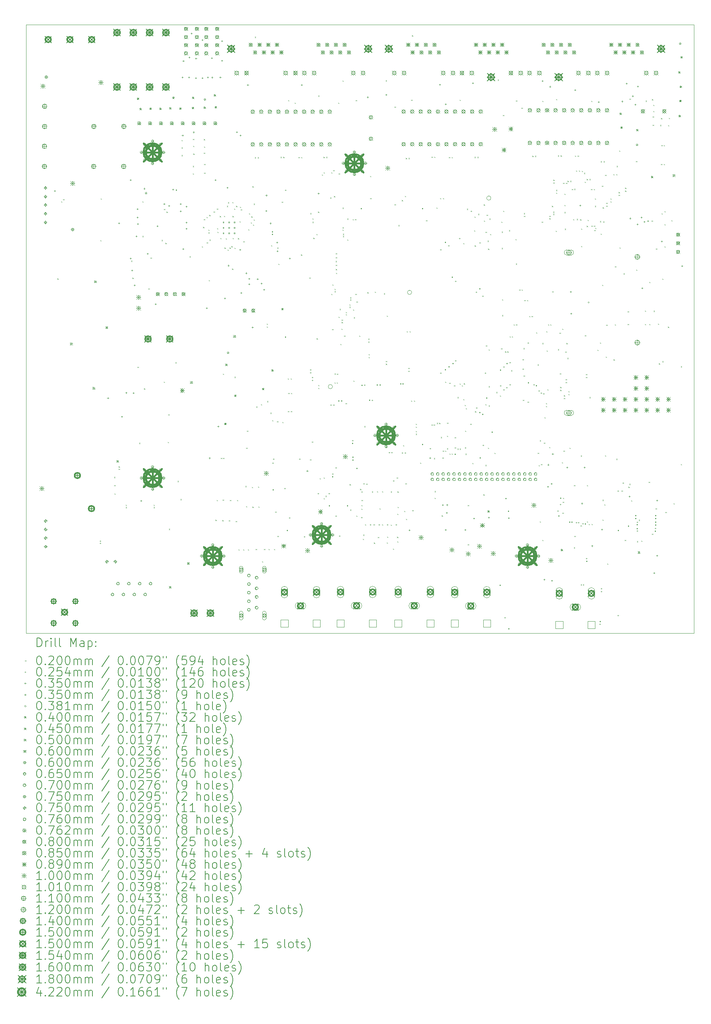
<source format=gbr>
%TF.GenerationSoftware,KiCad,Pcbnew,8.0.0-rc1*%
%TF.CreationDate,2024-04-08T12:56:42+03:00*%
%TF.ProjectId,MXVR_3566,4d585652-5f33-4353-9636-2e6b69636164,REV1*%
%TF.SameCoordinates,Original*%
%TF.FileFunction,Drillmap*%
%TF.FilePolarity,Positive*%
%FSLAX45Y45*%
G04 Gerber Fmt 4.5, Leading zero omitted, Abs format (unit mm)*
G04 Created by KiCad (PCBNEW 8.0.0-rc1) date 2024-04-08 12:56:42*
%MOMM*%
%LPD*%
G01*
G04 APERTURE LIST*
%ADD10C,0.050000*%
%ADD11C,0.200000*%
%ADD12C,0.100000*%
%ADD13C,0.101000*%
%ADD14C,0.110000*%
%ADD15C,0.120000*%
%ADD16C,0.140000*%
%ADD17C,0.150000*%
%ADD18C,0.154000*%
%ADD19C,0.160000*%
%ADD20C,0.180000*%
%ADD21C,0.422000*%
G04 APERTURE END LIST*
D10*
X4747000Y-2555000D02*
X20347000Y-2555000D01*
X20347000Y-16755000D01*
X4747000Y-16755000D01*
X4747000Y-2555000D01*
X11903500Y-11002000D02*
G75*
G02*
X11803500Y-11002000I-50000J0D01*
G01*
X11803500Y-11002000D02*
G75*
G02*
X11903500Y-11002000I50000J0D01*
G01*
X13753500Y-8802000D02*
G75*
G02*
X13653500Y-8802000I-50000J0D01*
G01*
X13653500Y-8802000D02*
G75*
G02*
X13753500Y-8802000I50000J0D01*
G01*
X15603500Y-6602000D02*
G75*
G02*
X15503500Y-6602000I-50000J0D01*
G01*
X15503500Y-6602000D02*
G75*
G02*
X15603500Y-6602000I50000J0D01*
G01*
X17114000Y-16642000D02*
X17284000Y-16642000D01*
X17284000Y-16472000D01*
X17114000Y-16472000D01*
X17114000Y-16642000D01*
X17864000Y-16642000D02*
X18034000Y-16642000D01*
X18034000Y-16472000D01*
X17864000Y-16472000D01*
X17864000Y-16642000D01*
X10696000Y-16612000D02*
X10866000Y-16612000D01*
X10866000Y-16442000D01*
X10696000Y-16442000D01*
X10696000Y-16612000D01*
X11446000Y-16612000D02*
X11616000Y-16612000D01*
X11616000Y-16442000D01*
X11446000Y-16442000D01*
X11446000Y-16612000D01*
X14672000Y-16613000D02*
X14842000Y-16613000D01*
X14842000Y-16443000D01*
X14672000Y-16443000D01*
X14672000Y-16613000D01*
X15422000Y-16613000D02*
X15592000Y-16613000D01*
X15592000Y-16443000D01*
X15422000Y-16443000D01*
X15422000Y-16613000D01*
X12005000Y-16609000D02*
X12175000Y-16609000D01*
X12175000Y-16439000D01*
X12005000Y-16439000D01*
X12005000Y-16609000D01*
X12755000Y-16609000D02*
X12925000Y-16609000D01*
X12925000Y-16439000D01*
X12755000Y-16439000D01*
X12755000Y-16609000D01*
X13352000Y-16609000D02*
X13522000Y-16609000D01*
X13522000Y-16439000D01*
X13352000Y-16439000D01*
X13352000Y-16609000D01*
X14102000Y-16609000D02*
X14272000Y-16609000D01*
X14272000Y-16439000D01*
X14102000Y-16439000D01*
X14102000Y-16609000D01*
D11*
D12*
X5480000Y-8477000D02*
X5500000Y-8497000D01*
X5500000Y-8477000D02*
X5480000Y-8497000D01*
X5571000Y-6676000D02*
X5591000Y-6696000D01*
X5591000Y-6676000D02*
X5571000Y-6696000D01*
X5615000Y-6628000D02*
X5635000Y-6648000D01*
X5635000Y-6628000D02*
X5615000Y-6648000D01*
X6485000Y-7586000D02*
X6505000Y-7606000D01*
X6505000Y-7586000D02*
X6485000Y-7606000D01*
X6490000Y-6613000D02*
X6510000Y-6633000D01*
X6510000Y-6613000D02*
X6490000Y-6633000D01*
X6806000Y-13108000D02*
X6826000Y-13128000D01*
X6826000Y-13108000D02*
X6806000Y-13128000D01*
X6809000Y-13298000D02*
X6829000Y-13318000D01*
X6829000Y-13298000D02*
X6809000Y-13318000D01*
X6812000Y-13492000D02*
X6832000Y-13512000D01*
X6832000Y-13492000D02*
X6812000Y-13512000D01*
X6911000Y-12863650D02*
X6931000Y-12883650D01*
X6931000Y-12863650D02*
X6911000Y-12883650D01*
X6911000Y-12916350D02*
X6931000Y-12936350D01*
X6931000Y-12916350D02*
X6911000Y-12936350D01*
X7077000Y-13758650D02*
X7097000Y-13778650D01*
X7097000Y-13758650D02*
X7077000Y-13778650D01*
X7077000Y-13811350D02*
X7097000Y-13831350D01*
X7097000Y-13811350D02*
X7077000Y-13831350D01*
X7202000Y-8063000D02*
X7222000Y-8083000D01*
X7222000Y-8063000D02*
X7202000Y-8083000D01*
X7233000Y-8461000D02*
X7253000Y-8481000D01*
X7253000Y-8461000D02*
X7233000Y-8481000D01*
X7351000Y-10537000D02*
X7371000Y-10557000D01*
X7371000Y-10537000D02*
X7351000Y-10557000D01*
X7391000Y-12313000D02*
X7411000Y-12333000D01*
X7411000Y-12313000D02*
X7391000Y-12333000D01*
X7466000Y-7486000D02*
X7486000Y-7506000D01*
X7486000Y-7486000D02*
X7466000Y-7506000D01*
X7467000Y-6677000D02*
X7487000Y-6697000D01*
X7487000Y-6677000D02*
X7467000Y-6697000D01*
X7504000Y-11042000D02*
X7524000Y-11062000D01*
X7524000Y-11042000D02*
X7504000Y-11062000D01*
X7606000Y-8712000D02*
X7626000Y-8732000D01*
X7626000Y-8712000D02*
X7606000Y-8732000D01*
X7654000Y-7991000D02*
X7674000Y-8011000D01*
X7674000Y-7991000D02*
X7654000Y-8011000D01*
X7727000Y-13758650D02*
X7747000Y-13778650D01*
X7747000Y-13758650D02*
X7727000Y-13778650D01*
X7727000Y-13811350D02*
X7747000Y-13831350D01*
X7747000Y-13811350D02*
X7727000Y-13831350D01*
X7914000Y-7581000D02*
X7934000Y-7601000D01*
X7934000Y-7581000D02*
X7914000Y-7601000D01*
X7965000Y-10884000D02*
X7985000Y-10904000D01*
X7985000Y-10884000D02*
X7965000Y-10904000D01*
X7969000Y-6856000D02*
X7989000Y-6876000D01*
X7989000Y-6856000D02*
X7969000Y-6876000D01*
X8003000Y-7647000D02*
X8023000Y-7667000D01*
X8023000Y-7647000D02*
X8003000Y-7667000D01*
X8029000Y-6920500D02*
X8049000Y-6940500D01*
X8049000Y-6920500D02*
X8029000Y-6940500D01*
X8055000Y-12293000D02*
X8075000Y-12313000D01*
X8075000Y-12293000D02*
X8055000Y-12313000D01*
X8070000Y-11648000D02*
X8090000Y-11668000D01*
X8090000Y-11648000D02*
X8070000Y-11668000D01*
X8082000Y-14320000D02*
X8102000Y-14340000D01*
X8102000Y-14320000D02*
X8082000Y-14340000D01*
X8237000Y-10434000D02*
X8257000Y-10454000D01*
X8257000Y-10434000D02*
X8237000Y-10454000D01*
X8287000Y-13202000D02*
X8307000Y-13222000D01*
X8307000Y-13202000D02*
X8287000Y-13222000D01*
X8353000Y-13626000D02*
X8373000Y-13646000D01*
X8373000Y-13626000D02*
X8353000Y-13646000D01*
X8380000Y-5422000D02*
X8400000Y-5442000D01*
X8400000Y-5422000D02*
X8380000Y-5442000D01*
X8380000Y-5600000D02*
X8400000Y-5620000D01*
X8400000Y-5600000D02*
X8380000Y-5620000D01*
X8382000Y-5249000D02*
X8402000Y-5269000D01*
X8402000Y-5249000D02*
X8382000Y-5269000D01*
X8563000Y-7960000D02*
X8583000Y-7980000D01*
X8583000Y-7960000D02*
X8563000Y-7980000D01*
X8641000Y-5853000D02*
X8661000Y-5873000D01*
X8661000Y-5853000D02*
X8641000Y-5873000D01*
X8643000Y-6026000D02*
X8663000Y-6046000D01*
X8663000Y-6026000D02*
X8643000Y-6046000D01*
X8645000Y-5223000D02*
X8665000Y-5243000D01*
X8665000Y-5223000D02*
X8645000Y-5243000D01*
X8651000Y-5382000D02*
X8671000Y-5402000D01*
X8671000Y-5382000D02*
X8651000Y-5402000D01*
X8653000Y-5566000D02*
X8673000Y-5586000D01*
X8673000Y-5566000D02*
X8653000Y-5586000D01*
X8852000Y-7727000D02*
X8872000Y-7747000D01*
X8872000Y-7727000D02*
X8852000Y-7747000D01*
X8883000Y-7277000D02*
X8903000Y-7297000D01*
X8903000Y-7277000D02*
X8883000Y-7297000D01*
X8899000Y-7096000D02*
X8919000Y-7116000D01*
X8919000Y-7096000D02*
X8899000Y-7116000D01*
X8900000Y-5228000D02*
X8920000Y-5248000D01*
X8920000Y-5228000D02*
X8900000Y-5248000D01*
X8901000Y-5544000D02*
X8921000Y-5564000D01*
X8921000Y-5544000D02*
X8901000Y-5564000D01*
X8902000Y-5401000D02*
X8922000Y-5421000D01*
X8922000Y-5401000D02*
X8902000Y-5421000D01*
X8908000Y-5806000D02*
X8928000Y-5826000D01*
X8928000Y-5806000D02*
X8908000Y-5826000D01*
X8910000Y-6008000D02*
X8930000Y-6028000D01*
X8930000Y-6008000D02*
X8910000Y-6028000D01*
X8964384Y-7041950D02*
X8984384Y-7061950D01*
X8984384Y-7041950D02*
X8964384Y-7061950D01*
X8969000Y-7633000D02*
X8989000Y-7653000D01*
X8989000Y-7633000D02*
X8969000Y-7653000D01*
X9004412Y-7401588D02*
X9024412Y-7421588D01*
X9024412Y-7401588D02*
X9004412Y-7421588D01*
X9007000Y-7338000D02*
X9027000Y-7358000D01*
X9027000Y-7338000D02*
X9007000Y-7358000D01*
X9016000Y-8517000D02*
X9036000Y-8537000D01*
X9036000Y-8517000D02*
X9016000Y-8537000D01*
X9028000Y-6995000D02*
X9048000Y-7015000D01*
X9048000Y-6995000D02*
X9028000Y-7015000D01*
X9030000Y-7571000D02*
X9050000Y-7591000D01*
X9050000Y-7571000D02*
X9030000Y-7591000D01*
X9128000Y-6916500D02*
X9148000Y-6936500D01*
X9148000Y-6916500D02*
X9128000Y-6936500D01*
X9171000Y-14109000D02*
X9191000Y-14129000D01*
X9191000Y-14109000D02*
X9171000Y-14129000D01*
X9199000Y-13644000D02*
X9219000Y-13664000D01*
X9219000Y-13644000D02*
X9199000Y-13664000D01*
X9204000Y-6849000D02*
X9224000Y-6869000D01*
X9224000Y-6849000D02*
X9204000Y-6869000D01*
X9210000Y-7306000D02*
X9230000Y-7326000D01*
X9230000Y-7306000D02*
X9210000Y-7326000D01*
X9217709Y-7391118D02*
X9237709Y-7411118D01*
X9237709Y-7391118D02*
X9217709Y-7411118D01*
X9273149Y-7022947D02*
X9293149Y-7042947D01*
X9293149Y-7022947D02*
X9273149Y-7042947D01*
X9286894Y-7532218D02*
X9306894Y-7552218D01*
X9306894Y-7532218D02*
X9286894Y-7552218D01*
X9296650Y-12667000D02*
X9316650Y-12687000D01*
X9316650Y-12667000D02*
X9296650Y-12687000D01*
X9332000Y-14116000D02*
X9352000Y-14136000D01*
X9352000Y-14116000D02*
X9332000Y-14136000D01*
X9341000Y-13640000D02*
X9361000Y-13660000D01*
X9361000Y-13640000D02*
X9341000Y-13660000D01*
X9346000Y-10699000D02*
X9366000Y-10719000D01*
X9366000Y-10699000D02*
X9346000Y-10719000D01*
X9349350Y-12667000D02*
X9369350Y-12687000D01*
X9369350Y-12667000D02*
X9349350Y-12687000D01*
X9372000Y-7017000D02*
X9392000Y-7037000D01*
X9392000Y-7017000D02*
X9372000Y-7037000D01*
X9384000Y-7758000D02*
X9404000Y-7778000D01*
X9404000Y-7758000D02*
X9384000Y-7778000D01*
X9413462Y-7541050D02*
X9433462Y-7561050D01*
X9433462Y-7541050D02*
X9413462Y-7561050D01*
X9439550Y-6783938D02*
X9459550Y-6803938D01*
X9459550Y-6783938D02*
X9439550Y-6803938D01*
X9452000Y-7806500D02*
X9472000Y-7826500D01*
X9472000Y-7806500D02*
X9452000Y-7826500D01*
X9463000Y-6699500D02*
X9483000Y-6719500D01*
X9483000Y-6699500D02*
X9463000Y-6719500D01*
X9483000Y-14120000D02*
X9503000Y-14140000D01*
X9503000Y-14120000D02*
X9483000Y-14140000D01*
X9500000Y-7759000D02*
X9520000Y-7779000D01*
X9520000Y-7759000D02*
X9500000Y-7779000D01*
X9509000Y-13645000D02*
X9529000Y-13665000D01*
X9529000Y-13645000D02*
X9509000Y-13665000D01*
X9542000Y-7725000D02*
X9562000Y-7745000D01*
X9562000Y-7725000D02*
X9542000Y-7745000D01*
X9559000Y-8248000D02*
X9579000Y-8268000D01*
X9579000Y-8248000D02*
X9559000Y-8268000D01*
X9563000Y-6694500D02*
X9583000Y-6714500D01*
X9583000Y-6694500D02*
X9563000Y-6714500D01*
X9569000Y-7021000D02*
X9589000Y-7041000D01*
X9589000Y-7021000D02*
X9569000Y-7041000D01*
X9572000Y-7534000D02*
X9592000Y-7554000D01*
X9592000Y-7534000D02*
X9572000Y-7554000D01*
X9608000Y-6848000D02*
X9628000Y-6868000D01*
X9628000Y-6848000D02*
X9608000Y-6868000D01*
X9613000Y-7760000D02*
X9633000Y-7780000D01*
X9633000Y-7760000D02*
X9613000Y-7780000D01*
X9613000Y-10773000D02*
X9633000Y-10793000D01*
X9633000Y-10773000D02*
X9613000Y-10793000D01*
X9645000Y-14139000D02*
X9665000Y-14159000D01*
X9665000Y-14139000D02*
X9645000Y-14159000D01*
X9654000Y-6785000D02*
X9674000Y-6805000D01*
X9674000Y-6785000D02*
X9654000Y-6805000D01*
X9675000Y-13645000D02*
X9695000Y-13665000D01*
X9695000Y-13645000D02*
X9675000Y-13665000D01*
X9694750Y-7537250D02*
X9714750Y-7557250D01*
X9714750Y-7537250D02*
X9694750Y-7557250D01*
X9710000Y-14799000D02*
X9730000Y-14819000D01*
X9730000Y-14799000D02*
X9710000Y-14819000D01*
X9733000Y-7146000D02*
X9753000Y-7166000D01*
X9753000Y-7146000D02*
X9733000Y-7166000D01*
X9741000Y-6803000D02*
X9761000Y-6823000D01*
X9761000Y-6803000D02*
X9741000Y-6823000D01*
X9763017Y-6866016D02*
X9783017Y-6886016D01*
X9783017Y-6866016D02*
X9763017Y-6886016D01*
X9820000Y-14797000D02*
X9840000Y-14817000D01*
X9840000Y-14797000D02*
X9820000Y-14817000D01*
X9822000Y-7609000D02*
X9842000Y-7629000D01*
X9842000Y-7609000D02*
X9822000Y-7629000D01*
X9869000Y-13321000D02*
X9889000Y-13341000D01*
X9889000Y-13321000D02*
X9869000Y-13341000D01*
X9884000Y-13788000D02*
X9904000Y-13808000D01*
X9904000Y-13788000D02*
X9884000Y-13808000D01*
X9892000Y-12430000D02*
X9912000Y-12450000D01*
X9912000Y-12430000D02*
X9892000Y-12450000D01*
X9909000Y-12028367D02*
X9929000Y-12048367D01*
X9929000Y-12028367D02*
X9909000Y-12048367D01*
X9928000Y-14798000D02*
X9948000Y-14818000D01*
X9948000Y-14798000D02*
X9928000Y-14818000D01*
X9936450Y-7331050D02*
X9956450Y-7351050D01*
X9956450Y-7331050D02*
X9936450Y-7351050D01*
X9955500Y-6959500D02*
X9975500Y-6979500D01*
X9975500Y-6959500D02*
X9955500Y-6979500D01*
X9996000Y-7169450D02*
X10016000Y-7189450D01*
X10016000Y-7169450D02*
X9996000Y-7189450D01*
X10009500Y-7029000D02*
X10029500Y-7049000D01*
X10029500Y-7029000D02*
X10009500Y-7049000D01*
X10024500Y-13343500D02*
X10044500Y-13363500D01*
X10044500Y-13343500D02*
X10024500Y-13363500D01*
X10035000Y-6328000D02*
X10055000Y-6348000D01*
X10055000Y-6328000D02*
X10035000Y-6348000D01*
X10035000Y-13804000D02*
X10055000Y-13824000D01*
X10055000Y-13804000D02*
X10035000Y-13824000D01*
X10048531Y-7220842D02*
X10068531Y-7240842D01*
X10068531Y-7220842D02*
X10048531Y-7240842D01*
X10062000Y-7103000D02*
X10082000Y-7123000D01*
X10082000Y-7103000D02*
X10062000Y-7123000D01*
X10065000Y-6734000D02*
X10085000Y-6754000D01*
X10085000Y-6734000D02*
X10065000Y-6754000D01*
X10090300Y-5649000D02*
X10110300Y-5669000D01*
X10110300Y-5649000D02*
X10090300Y-5669000D01*
X10091500Y-2837500D02*
X10111500Y-2857500D01*
X10111500Y-2837500D02*
X10091500Y-2857500D01*
X10111000Y-14788000D02*
X10131000Y-14808000D01*
X10131000Y-14788000D02*
X10111000Y-14808000D01*
X10125000Y-11467000D02*
X10145000Y-11487000D01*
X10145000Y-11467000D02*
X10125000Y-11487000D01*
X10155700Y-5649000D02*
X10175700Y-5669000D01*
X10175700Y-5649000D02*
X10155700Y-5669000D01*
X10164000Y-13336000D02*
X10184000Y-13356000D01*
X10184000Y-13336000D02*
X10164000Y-13356000D01*
X10173000Y-13798000D02*
X10193000Y-13818000D01*
X10193000Y-13798000D02*
X10173000Y-13818000D01*
X10232000Y-11414000D02*
X10252000Y-11434000D01*
X10252000Y-11414000D02*
X10232000Y-11434000D01*
X10260000Y-15080000D02*
X10280000Y-15100000D01*
X10280000Y-15080000D02*
X10260000Y-15100000D01*
X10304000Y-14787000D02*
X10324000Y-14807000D01*
X10324000Y-14787000D02*
X10304000Y-14807000D01*
X10369351Y-9532500D02*
X10389351Y-9552500D01*
X10389351Y-9532500D02*
X10369351Y-9552500D01*
X10369351Y-9597500D02*
X10389351Y-9617500D01*
X10389351Y-9597500D02*
X10369351Y-9617500D01*
X10379000Y-11339000D02*
X10399000Y-11359000D01*
X10399000Y-11339000D02*
X10379000Y-11359000D01*
X10412000Y-14789000D02*
X10432000Y-14809000D01*
X10432000Y-14789000D02*
X10412000Y-14809000D01*
X10456000Y-11610100D02*
X10476000Y-11630100D01*
X10476000Y-11610100D02*
X10456000Y-11630100D01*
X10472000Y-7705300D02*
X10492000Y-7725300D01*
X10492000Y-7705300D02*
X10472000Y-7725300D01*
X10498000Y-11783000D02*
X10518000Y-11803000D01*
X10518000Y-11783000D02*
X10498000Y-11803000D01*
X10537000Y-14788000D02*
X10557000Y-14808000D01*
X10557000Y-14788000D02*
X10537000Y-14808000D01*
X10569000Y-13920000D02*
X10589000Y-13940000D01*
X10589000Y-13920000D02*
X10569000Y-13940000D01*
X10610000Y-11808000D02*
X10630000Y-11828000D01*
X10630000Y-11808000D02*
X10610000Y-11828000D01*
X10615000Y-7758000D02*
X10635000Y-7778000D01*
X10635000Y-7758000D02*
X10615000Y-7778000D01*
X10642000Y-8137000D02*
X10662000Y-8157000D01*
X10662000Y-8137000D02*
X10642000Y-8157000D01*
X10690300Y-5641000D02*
X10710300Y-5661000D01*
X10710300Y-5641000D02*
X10690300Y-5661000D01*
X10721000Y-6689000D02*
X10741000Y-6709000D01*
X10741000Y-6689000D02*
X10721000Y-6709000D01*
X10734000Y-11827000D02*
X10754000Y-11847000D01*
X10754000Y-11827000D02*
X10734000Y-11847000D01*
X10755700Y-5641000D02*
X10775700Y-5661000D01*
X10775700Y-5641000D02*
X10755700Y-5661000D01*
X10860300Y-10813000D02*
X10880300Y-10833000D01*
X10880300Y-10813000D02*
X10860300Y-10833000D01*
X10865500Y-11572000D02*
X10885500Y-11592000D01*
X10885500Y-11572000D02*
X10865500Y-11592000D01*
X10868000Y-4317000D02*
X10888000Y-4337000D01*
X10888000Y-4317000D02*
X10868000Y-4337000D01*
X10872500Y-11149000D02*
X10892500Y-11169000D01*
X10892500Y-11149000D02*
X10872500Y-11169000D01*
X10925700Y-10813000D02*
X10945700Y-10833000D01*
X10945700Y-10813000D02*
X10925700Y-10833000D01*
X10930500Y-11572000D02*
X10950500Y-11592000D01*
X10950500Y-11572000D02*
X10930500Y-11592000D01*
X10937500Y-11149000D02*
X10957500Y-11169000D01*
X10957500Y-11149000D02*
X10937500Y-11169000D01*
X11021000Y-4374000D02*
X11041000Y-4394000D01*
X11041000Y-4374000D02*
X11021000Y-4394000D01*
X11108300Y-5645000D02*
X11128300Y-5665000D01*
X11128300Y-5645000D02*
X11108300Y-5665000D01*
X11168000Y-7918000D02*
X11188000Y-7938000D01*
X11188000Y-7918000D02*
X11168000Y-7938000D01*
X11173700Y-5645000D02*
X11193700Y-5665000D01*
X11193700Y-5645000D02*
X11173700Y-5665000D01*
X11363000Y-8454000D02*
X11383000Y-8474000D01*
X11383000Y-8454000D02*
X11363000Y-8474000D01*
X11380000Y-12698000D02*
X11400000Y-12718000D01*
X11400000Y-12698000D02*
X11380000Y-12718000D01*
X11384000Y-6954000D02*
X11404000Y-6974000D01*
X11404000Y-6954000D02*
X11384000Y-6974000D01*
X11423000Y-12285000D02*
X11443000Y-12305000D01*
X11443000Y-12285000D02*
X11423000Y-12305000D01*
X11434000Y-7075000D02*
X11454000Y-7095000D01*
X11454000Y-7075000D02*
X11434000Y-7095000D01*
X11435000Y-7156000D02*
X11455000Y-7176000D01*
X11455000Y-7156000D02*
X11435000Y-7176000D01*
X11456000Y-7530000D02*
X11476000Y-7550000D01*
X11476000Y-7530000D02*
X11456000Y-7550000D01*
X11530000Y-7441000D02*
X11550000Y-7461000D01*
X11550000Y-7441000D02*
X11530000Y-7461000D01*
X11532000Y-9876000D02*
X11552000Y-9896000D01*
X11552000Y-9876000D02*
X11532000Y-9896000D01*
X11566000Y-6919000D02*
X11586000Y-6939000D01*
X11586000Y-6919000D02*
X11566000Y-6939000D01*
X11569000Y-4211000D02*
X11589000Y-4231000D01*
X11589000Y-4211000D02*
X11569000Y-4231000D01*
X11570000Y-10964300D02*
X11590000Y-10984300D01*
X11590000Y-10964300D02*
X11570000Y-10984300D01*
X11570000Y-11029700D02*
X11590000Y-11049700D01*
X11590000Y-11029700D02*
X11570000Y-11049700D01*
X11607000Y-13136000D02*
X11627000Y-13156000D01*
X11627000Y-13136000D02*
X11607000Y-13156000D01*
X11653878Y-6050122D02*
X11673878Y-6070122D01*
X11673878Y-6050122D02*
X11653878Y-6070122D01*
X11694300Y-5641000D02*
X11714300Y-5661000D01*
X11714300Y-5641000D02*
X11694300Y-5661000D01*
X11696000Y-13602000D02*
X11716000Y-13622000D01*
X11716000Y-13602000D02*
X11696000Y-13622000D01*
X11698000Y-13121000D02*
X11718000Y-13141000D01*
X11718000Y-13121000D02*
X11698000Y-13141000D01*
X11700122Y-6003878D02*
X11720122Y-6023878D01*
X11720122Y-6003878D02*
X11700122Y-6023878D01*
X11743000Y-13550000D02*
X11763000Y-13570000D01*
X11763000Y-13550000D02*
X11743000Y-13570000D01*
X11759700Y-5641000D02*
X11779700Y-5661000D01*
X11779700Y-5641000D02*
X11759700Y-5661000D01*
X11848000Y-6589000D02*
X11868000Y-6609000D01*
X11868000Y-6589000D02*
X11848000Y-6609000D01*
X11874000Y-8838000D02*
X11894000Y-8858000D01*
X11894000Y-8838000D02*
X11874000Y-8858000D01*
X11875878Y-5999122D02*
X11895878Y-6019122D01*
X11895878Y-5999122D02*
X11875878Y-6019122D01*
X11898000Y-9658000D02*
X11918000Y-9678000D01*
X11918000Y-9658000D02*
X11898000Y-9678000D01*
X11901000Y-8615000D02*
X11921000Y-8635000D01*
X11921000Y-8615000D02*
X11901000Y-8635000D01*
X11922122Y-5952878D02*
X11942122Y-5972878D01*
X11942122Y-5952878D02*
X11922122Y-5972878D01*
X11938500Y-6555000D02*
X11958500Y-6575000D01*
X11958500Y-6555000D02*
X11938500Y-6575000D01*
X11953000Y-8720600D02*
X11973000Y-8740600D01*
X11973000Y-8720600D02*
X11953000Y-8740600D01*
X11953000Y-8773400D02*
X11973000Y-8793400D01*
X11973000Y-8773400D02*
X11953000Y-8793400D01*
X11953000Y-10902000D02*
X11973000Y-10922000D01*
X11973000Y-10902000D02*
X11953000Y-10922000D01*
X11954000Y-10697000D02*
X11974000Y-10717000D01*
X11974000Y-10697000D02*
X11954000Y-10717000D01*
X11979000Y-8070000D02*
X11999000Y-8090000D01*
X11999000Y-8070000D02*
X11979000Y-8090000D01*
X11981000Y-7892000D02*
X12001000Y-7912000D01*
X12001000Y-7892000D02*
X11981000Y-7912000D01*
X11981000Y-8160000D02*
X12001000Y-8180000D01*
X12001000Y-8160000D02*
X11981000Y-8180000D01*
X11982000Y-7981000D02*
X12002000Y-8001000D01*
X12002000Y-7981000D02*
X11982000Y-8001000D01*
X11982000Y-8258000D02*
X12002000Y-8278000D01*
X12002000Y-8258000D02*
X11982000Y-8278000D01*
X11987000Y-8348000D02*
X12007000Y-8368000D01*
X12007000Y-8348000D02*
X11987000Y-8368000D01*
X12005700Y-10902000D02*
X12025700Y-10922000D01*
X12025700Y-10902000D02*
X12005700Y-10922000D01*
X12006661Y-10699025D02*
X12026661Y-10719025D01*
X12026661Y-10699025D02*
X12006661Y-10719025D01*
X12037000Y-4374000D02*
X12057000Y-4394000D01*
X12057000Y-4374000D02*
X12037000Y-4394000D01*
X12045000Y-9373000D02*
X12065000Y-9393000D01*
X12065000Y-9373000D02*
X12045000Y-9393000D01*
X12049000Y-6026000D02*
X12069000Y-6046000D01*
X12069000Y-6026000D02*
X12049000Y-6046000D01*
X12070000Y-9188000D02*
X12090000Y-9208000D01*
X12090000Y-9188000D02*
X12070000Y-9208000D01*
X12090000Y-10007000D02*
X12110000Y-10027000D01*
X12110000Y-10007000D02*
X12090000Y-10027000D01*
X12113000Y-9652000D02*
X12133000Y-9672000D01*
X12133000Y-9652000D02*
X12113000Y-9672000D01*
X12117000Y-9440650D02*
X12137000Y-9460650D01*
X12137000Y-9440650D02*
X12117000Y-9460650D01*
X12117000Y-9493350D02*
X12137000Y-9513350D01*
X12137000Y-9493350D02*
X12117000Y-9513350D01*
X12136000Y-6826000D02*
X12156000Y-6846000D01*
X12156000Y-6826000D02*
X12136000Y-6846000D01*
X12137000Y-7284650D02*
X12157000Y-7304650D01*
X12157000Y-7284650D02*
X12137000Y-7304650D01*
X12137000Y-7337350D02*
X12157000Y-7357350D01*
X12157000Y-7337350D02*
X12137000Y-7357350D01*
X12141000Y-3860000D02*
X12161000Y-3880000D01*
X12161000Y-3860000D02*
X12141000Y-3880000D01*
X12148000Y-7435650D02*
X12168000Y-7455650D01*
X12168000Y-7435650D02*
X12148000Y-7455650D01*
X12148000Y-7488350D02*
X12168000Y-7508350D01*
X12168000Y-7488350D02*
X12148000Y-7508350D01*
X12176000Y-9810000D02*
X12196000Y-9830000D01*
X12196000Y-9810000D02*
X12176000Y-9830000D01*
X12212000Y-11386000D02*
X12232000Y-11406000D01*
X12232000Y-11386000D02*
X12212000Y-11406000D01*
X12216000Y-9259600D02*
X12236000Y-9279600D01*
X12236000Y-9259600D02*
X12216000Y-9279600D01*
X12216000Y-9312400D02*
X12236000Y-9332400D01*
X12236000Y-9312400D02*
X12216000Y-9332400D01*
X12248000Y-7082000D02*
X12268000Y-7102000D01*
X12268000Y-7082000D02*
X12248000Y-7102000D01*
X12248000Y-7570000D02*
X12268000Y-7590000D01*
X12268000Y-7570000D02*
X12248000Y-7590000D01*
X12301000Y-9084600D02*
X12321000Y-9104600D01*
X12321000Y-9084600D02*
X12301000Y-9104600D01*
X12301000Y-9137400D02*
X12321000Y-9157400D01*
X12321000Y-9137400D02*
X12301000Y-9157400D01*
X12305000Y-13277000D02*
X12325000Y-13297000D01*
X12325000Y-13277000D02*
X12305000Y-13297000D01*
X12314000Y-8916600D02*
X12334000Y-8936600D01*
X12334000Y-8916600D02*
X12314000Y-8936600D01*
X12314000Y-8969400D02*
X12334000Y-8989400D01*
X12334000Y-8969400D02*
X12314000Y-8989400D01*
X12317000Y-13872000D02*
X12337000Y-13892000D01*
X12337000Y-13872000D02*
X12317000Y-13892000D01*
X12373000Y-7096000D02*
X12393000Y-7116000D01*
X12393000Y-7096000D02*
X12373000Y-7116000D01*
X12384000Y-9199000D02*
X12404000Y-9219000D01*
X12404000Y-9199000D02*
X12384000Y-9219000D01*
X12394000Y-10861000D02*
X12414000Y-10881000D01*
X12414000Y-10861000D02*
X12394000Y-10881000D01*
X12399000Y-9383000D02*
X12419000Y-9403000D01*
X12419000Y-9383000D02*
X12399000Y-9403000D01*
X12432000Y-7093000D02*
X12452000Y-7113000D01*
X12452000Y-7093000D02*
X12432000Y-7113000D01*
X12439000Y-8840000D02*
X12459000Y-8860000D01*
X12459000Y-8840000D02*
X12439000Y-8860000D01*
X12449000Y-4314000D02*
X12469000Y-4334000D01*
X12469000Y-4314000D02*
X12449000Y-4334000D01*
X12461000Y-14009000D02*
X12481000Y-14029000D01*
X12481000Y-14009000D02*
X12461000Y-14029000D01*
X12466000Y-9017000D02*
X12486000Y-9037000D01*
X12486000Y-9017000D02*
X12466000Y-9037000D01*
X12527000Y-9812000D02*
X12547000Y-9832000D01*
X12547000Y-9812000D02*
X12527000Y-9832000D01*
X12548000Y-13387000D02*
X12568000Y-13407000D01*
X12568000Y-13387000D02*
X12548000Y-13407000D01*
X12579000Y-13449000D02*
X12599000Y-13469000D01*
X12599000Y-13449000D02*
X12579000Y-13469000D01*
X12580000Y-13767000D02*
X12600000Y-13787000D01*
X12600000Y-13767000D02*
X12580000Y-13787000D01*
X12580000Y-13851000D02*
X12600000Y-13871000D01*
X12600000Y-13851000D02*
X12580000Y-13871000D01*
X12582000Y-13649000D02*
X12602000Y-13669000D01*
X12602000Y-13649000D02*
X12582000Y-13669000D01*
X12611000Y-14552000D02*
X12631000Y-14572000D01*
X12631000Y-14552000D02*
X12611000Y-14572000D01*
X12621765Y-14455765D02*
X12641765Y-14475765D01*
X12641765Y-14455765D02*
X12621765Y-14475765D01*
X12625000Y-13257000D02*
X12645000Y-13277000D01*
X12645000Y-13257000D02*
X12625000Y-13277000D01*
X12648000Y-11923000D02*
X12668000Y-11943000D01*
X12668000Y-11923000D02*
X12648000Y-11943000D01*
X12662000Y-14212000D02*
X12682000Y-14232000D01*
X12682000Y-14212000D02*
X12662000Y-14232000D01*
X12692000Y-13263436D02*
X12712000Y-13283436D01*
X12712000Y-13263436D02*
X12692000Y-13283436D01*
X12720000Y-8800000D02*
X12740000Y-8820000D01*
X12740000Y-8800000D02*
X12720000Y-8820000D01*
X12739000Y-9884500D02*
X12759000Y-9904500D01*
X12759000Y-9884500D02*
X12739000Y-9904500D01*
X12739000Y-9949500D02*
X12759000Y-9969500D01*
X12759000Y-9949500D02*
X12739000Y-9969500D01*
X12748000Y-10244500D02*
X12768000Y-10264500D01*
X12768000Y-10244500D02*
X12748000Y-10264500D01*
X12748000Y-10309500D02*
X12768000Y-10329500D01*
X12768000Y-10309500D02*
X12748000Y-10329500D01*
X12784000Y-6087770D02*
X12804000Y-6107770D01*
X12804000Y-6087770D02*
X12784000Y-6107770D01*
X12786000Y-6600000D02*
X12806000Y-6620000D01*
X12806000Y-6600000D02*
X12786000Y-6620000D01*
X12824000Y-13448000D02*
X12844000Y-13468000D01*
X12844000Y-13448000D02*
X12824000Y-13468000D01*
X12862000Y-14216000D02*
X12882000Y-14236000D01*
X12882000Y-14216000D02*
X12862000Y-14236000D01*
X12872000Y-14641000D02*
X12892000Y-14661000D01*
X12892000Y-14641000D02*
X12872000Y-14661000D01*
X12894000Y-8786000D02*
X12914000Y-8806000D01*
X12914000Y-8786000D02*
X12894000Y-8806000D01*
X12943000Y-13444000D02*
X12963000Y-13464000D01*
X12963000Y-13444000D02*
X12943000Y-13464000D01*
X12963271Y-14508430D02*
X12983271Y-14528430D01*
X12983271Y-14508430D02*
X12963271Y-14528430D01*
X13003000Y-13839550D02*
X13023000Y-13859550D01*
X13023000Y-13839550D02*
X13003000Y-13859550D01*
X13062000Y-14216000D02*
X13082000Y-14236000D01*
X13082000Y-14216000D02*
X13062000Y-14236000D01*
X13063000Y-13445000D02*
X13083000Y-13465000D01*
X13083000Y-13445000D02*
X13063000Y-13465000D01*
X13105000Y-8826000D02*
X13125000Y-8846000D01*
X13125000Y-8826000D02*
X13105000Y-8846000D01*
X13147000Y-3855000D02*
X13167000Y-3875000D01*
X13167000Y-3855000D02*
X13147000Y-3875000D01*
X13151000Y-10402500D02*
X13171000Y-10422500D01*
X13171000Y-10402500D02*
X13151000Y-10422500D01*
X13151000Y-10467500D02*
X13171000Y-10487500D01*
X13171000Y-10467500D02*
X13151000Y-10487500D01*
X13169000Y-9343000D02*
X13189000Y-9363000D01*
X13189000Y-9343000D02*
X13169000Y-9363000D01*
X13169000Y-14639000D02*
X13189000Y-14659000D01*
X13189000Y-14639000D02*
X13169000Y-14659000D01*
X13178000Y-14502000D02*
X13198000Y-14522000D01*
X13198000Y-14502000D02*
X13178000Y-14522000D01*
X13262000Y-13449000D02*
X13282000Y-13469000D01*
X13282000Y-13449000D02*
X13262000Y-13469000D01*
X13263000Y-14223000D02*
X13283000Y-14243000D01*
X13283000Y-14223000D02*
X13263000Y-14243000D01*
X13317000Y-14779000D02*
X13337000Y-14799000D01*
X13337000Y-14779000D02*
X13317000Y-14799000D01*
X13353000Y-6746000D02*
X13373000Y-6766000D01*
X13373000Y-6746000D02*
X13353000Y-6766000D01*
X13354000Y-4469000D02*
X13374000Y-4489000D01*
X13374000Y-4469000D02*
X13354000Y-4489000D01*
X13405000Y-13124000D02*
X13425000Y-13144000D01*
X13425000Y-13124000D02*
X13405000Y-13144000D01*
X13412850Y-14506056D02*
X13432850Y-14526056D01*
X13432850Y-14506056D02*
X13412850Y-14526056D01*
X13416000Y-13969000D02*
X13436000Y-13989000D01*
X13436000Y-13969000D02*
X13416000Y-13989000D01*
X13419574Y-14612208D02*
X13439574Y-14632208D01*
X13439574Y-14612208D02*
X13419574Y-14632208D01*
X13420000Y-13449000D02*
X13440000Y-13469000D01*
X13440000Y-13449000D02*
X13420000Y-13469000D01*
X13423000Y-13809000D02*
X13443000Y-13829000D01*
X13443000Y-13809000D02*
X13423000Y-13829000D01*
X13441000Y-7233000D02*
X13461000Y-7253000D01*
X13461000Y-7233000D02*
X13441000Y-7253000D01*
X13524000Y-6650000D02*
X13544000Y-6670000D01*
X13544000Y-6650000D02*
X13524000Y-6670000D01*
X13550000Y-12367000D02*
X13570000Y-12387000D01*
X13570000Y-12367000D02*
X13550000Y-12387000D01*
X13576000Y-13901000D02*
X13596000Y-13921000D01*
X13596000Y-13901000D02*
X13576000Y-13921000D01*
X13596817Y-6550356D02*
X13616817Y-6570356D01*
X13616817Y-6550356D02*
X13596817Y-6570356D01*
X13606000Y-13258000D02*
X13626000Y-13278000D01*
X13626000Y-13258000D02*
X13606000Y-13278000D01*
X13614433Y-5665543D02*
X13634433Y-5685543D01*
X13634433Y-5665543D02*
X13614433Y-5685543D01*
X13622000Y-14089000D02*
X13642000Y-14109000D01*
X13642000Y-14089000D02*
X13622000Y-14109000D01*
X13637500Y-9712000D02*
X13657500Y-9732000D01*
X13657500Y-9712000D02*
X13637500Y-9732000D01*
X13674381Y-10566500D02*
X13694381Y-10586500D01*
X13694381Y-10566500D02*
X13674381Y-10586500D01*
X13674381Y-10631500D02*
X13694381Y-10651500D01*
X13694381Y-10631500D02*
X13674381Y-10651500D01*
X13679833Y-5665543D02*
X13699833Y-5685543D01*
X13699833Y-5665543D02*
X13679833Y-5685543D01*
X13702500Y-9712000D02*
X13722500Y-9732000D01*
X13722500Y-9712000D02*
X13702500Y-9732000D01*
X13737832Y-11326960D02*
X13757832Y-11346960D01*
X13757832Y-11326960D02*
X13737832Y-11346960D01*
X13744000Y-4310000D02*
X13764000Y-4330000D01*
X13764000Y-4310000D02*
X13744000Y-4330000D01*
X13761346Y-2803978D02*
X13781346Y-2823978D01*
X13781346Y-2803978D02*
X13761346Y-2823978D01*
X13806771Y-11326900D02*
X13826771Y-11346900D01*
X13826771Y-11326900D02*
X13806771Y-11346900D01*
X13847000Y-11871300D02*
X13867000Y-11891300D01*
X13867000Y-11871300D02*
X13847000Y-11891300D01*
X13847000Y-11936700D02*
X13867000Y-11956700D01*
X13867000Y-11936700D02*
X13847000Y-11956700D01*
X13847000Y-12036300D02*
X13867000Y-12056300D01*
X13867000Y-12036300D02*
X13847000Y-12056300D01*
X13847000Y-12101700D02*
X13867000Y-12121700D01*
X13867000Y-12101700D02*
X13847000Y-12121700D01*
X13950400Y-12776000D02*
X13970400Y-12796000D01*
X13970400Y-12776000D02*
X13950400Y-12796000D01*
X14091000Y-7120000D02*
X14111000Y-7140000D01*
X14111000Y-7120000D02*
X14091000Y-7140000D01*
X14215650Y-11885000D02*
X14235650Y-11905000D01*
X14235650Y-11885000D02*
X14215650Y-11905000D01*
X14216300Y-5636000D02*
X14236300Y-5656000D01*
X14236300Y-5636000D02*
X14216300Y-5656000D01*
X14268350Y-11885000D02*
X14288350Y-11905000D01*
X14288350Y-11885000D02*
X14268350Y-11905000D01*
X14270000Y-12669000D02*
X14290000Y-12689000D01*
X14290000Y-12669000D02*
X14270000Y-12689000D01*
X14281700Y-5636000D02*
X14301700Y-5656000D01*
X14301700Y-5636000D02*
X14281700Y-5656000D01*
X14288000Y-13440000D02*
X14308000Y-13460000D01*
X14308000Y-13440000D02*
X14288000Y-13460000D01*
X14288000Y-13594000D02*
X14308000Y-13614000D01*
X14308000Y-13594000D02*
X14288000Y-13614000D01*
X14330000Y-6821000D02*
X14350000Y-6841000D01*
X14350000Y-6821000D02*
X14330000Y-6841000D01*
X14341650Y-11848000D02*
X14361650Y-11868000D01*
X14361650Y-11848000D02*
X14341650Y-11868000D01*
X14394350Y-11848000D02*
X14414350Y-11868000D01*
X14414350Y-11848000D02*
X14394350Y-11868000D01*
X14417300Y-6602000D02*
X14437300Y-6622000D01*
X14437300Y-6602000D02*
X14417300Y-6622000D01*
X14432000Y-12179000D02*
X14452000Y-12199000D01*
X14452000Y-12179000D02*
X14432000Y-12199000D01*
X14455000Y-14005000D02*
X14475000Y-14025000D01*
X14475000Y-14005000D02*
X14455000Y-14025000D01*
X14479650Y-12497000D02*
X14499650Y-12517000D01*
X14499650Y-12497000D02*
X14479650Y-12517000D01*
X14482700Y-6602000D02*
X14502700Y-6622000D01*
X14502700Y-6602000D02*
X14482700Y-6622000D01*
X14532350Y-12497000D02*
X14552350Y-12517000D01*
X14552350Y-12497000D02*
X14532350Y-12517000D01*
X14535000Y-10889000D02*
X14555000Y-10909000D01*
X14555000Y-10889000D02*
X14535000Y-10909000D01*
X14579000Y-12147000D02*
X14599000Y-12167000D01*
X14599000Y-12147000D02*
X14579000Y-12167000D01*
X14579000Y-12439000D02*
X14599000Y-12459000D01*
X14599000Y-12439000D02*
X14579000Y-12459000D01*
X14581000Y-11845000D02*
X14601000Y-11865000D01*
X14601000Y-11845000D02*
X14581000Y-11865000D01*
X14622300Y-5646000D02*
X14642300Y-5666000D01*
X14642300Y-5646000D02*
X14622300Y-5666000D01*
X14631000Y-10913000D02*
X14651000Y-10933000D01*
X14651000Y-10913000D02*
X14631000Y-10933000D01*
X14636650Y-12564833D02*
X14656650Y-12584833D01*
X14656650Y-12564833D02*
X14636650Y-12584833D01*
X14687700Y-5646000D02*
X14707700Y-5666000D01*
X14707700Y-5646000D02*
X14687700Y-5666000D01*
X14689350Y-12564833D02*
X14709350Y-12584833D01*
X14709350Y-12564833D02*
X14689350Y-12584833D01*
X14741694Y-10969900D02*
X14761694Y-10989900D01*
X14761694Y-10969900D02*
X14741694Y-10989900D01*
X14758000Y-12183000D02*
X14778000Y-12203000D01*
X14778000Y-12183000D02*
X14758000Y-12203000D01*
X14759000Y-12417000D02*
X14779000Y-12437000D01*
X14779000Y-12417000D02*
X14759000Y-12437000D01*
X14820650Y-12449000D02*
X14840650Y-12469000D01*
X14840650Y-12449000D02*
X14820650Y-12469000D01*
X14822000Y-11246000D02*
X14842000Y-11266000D01*
X14842000Y-11246000D02*
X14822000Y-11266000D01*
X14872000Y-4310000D02*
X14892000Y-4330000D01*
X14892000Y-4310000D02*
X14872000Y-4330000D01*
X14873350Y-12449000D02*
X14893350Y-12469000D01*
X14893350Y-12449000D02*
X14873350Y-12469000D01*
X14875000Y-10931000D02*
X14895000Y-10951000D01*
X14895000Y-10931000D02*
X14875000Y-10951000D01*
X14922000Y-10972000D02*
X14942000Y-10992000D01*
X14942000Y-10972000D02*
X14922000Y-10992000D01*
X14958000Y-11291000D02*
X14978000Y-11311000D01*
X14978000Y-11291000D02*
X14958000Y-11311000D01*
X14959000Y-7652000D02*
X14979000Y-7672000D01*
X14979000Y-7652000D02*
X14959000Y-7672000D01*
X14971000Y-10926000D02*
X14991000Y-10946000D01*
X14991000Y-10926000D02*
X14971000Y-10946000D01*
X14992000Y-11428000D02*
X15012000Y-11448000D01*
X15012000Y-11428000D02*
X14992000Y-11448000D01*
X15000000Y-12032000D02*
X15020000Y-12052000D01*
X15020000Y-12032000D02*
X15000000Y-12052000D01*
X15009000Y-12568000D02*
X15029000Y-12588000D01*
X15029000Y-12568000D02*
X15009000Y-12588000D01*
X15017000Y-11503000D02*
X15037000Y-11523000D01*
X15037000Y-11503000D02*
X15017000Y-11523000D01*
X15045000Y-6852000D02*
X15065000Y-6872000D01*
X15065000Y-6852000D02*
X15045000Y-6872000D01*
X15064000Y-13766000D02*
X15084000Y-13786000D01*
X15084000Y-13766000D02*
X15064000Y-13786000D01*
X15064000Y-14678000D02*
X15084000Y-14698000D01*
X15084000Y-14678000D02*
X15064000Y-14698000D01*
X15168000Y-12784000D02*
X15188000Y-12804000D01*
X15188000Y-12784000D02*
X15168000Y-12804000D01*
X15211000Y-7358000D02*
X15231000Y-7378000D01*
X15231000Y-7358000D02*
X15211000Y-7378000D01*
X15220000Y-7032000D02*
X15240000Y-7052000D01*
X15240000Y-7032000D02*
X15220000Y-7052000D01*
X15221300Y-5641000D02*
X15241300Y-5661000D01*
X15241300Y-5641000D02*
X15221300Y-5661000D01*
X15225000Y-7707000D02*
X15245000Y-7727000D01*
X15245000Y-7707000D02*
X15225000Y-7727000D01*
X15233000Y-11577000D02*
X15253000Y-11597000D01*
X15253000Y-11577000D02*
X15233000Y-11597000D01*
X15286700Y-5641000D02*
X15306700Y-5661000D01*
X15306700Y-5641000D02*
X15286700Y-5661000D01*
X15305000Y-6970000D02*
X15325000Y-6990000D01*
X15325000Y-6970000D02*
X15305000Y-6990000D01*
X15336000Y-7635000D02*
X15356000Y-7655000D01*
X15356000Y-7635000D02*
X15336000Y-7655000D01*
X15427000Y-13516000D02*
X15447000Y-13536000D01*
X15447000Y-13516000D02*
X15427000Y-13536000D01*
X15436000Y-6750780D02*
X15456000Y-6770780D01*
X15456000Y-6750780D02*
X15436000Y-6770780D01*
X15440000Y-7125000D02*
X15460000Y-7145000D01*
X15460000Y-7125000D02*
X15440000Y-7145000D01*
X15476000Y-11414000D02*
X15496000Y-11434000D01*
X15496000Y-11414000D02*
X15476000Y-11434000D01*
X15477000Y-12830000D02*
X15497000Y-12850000D01*
X15497000Y-12830000D02*
X15477000Y-12850000D01*
X15480000Y-7389000D02*
X15500000Y-7409000D01*
X15500000Y-7389000D02*
X15480000Y-7409000D01*
X15488000Y-10040000D02*
X15508000Y-10060000D01*
X15508000Y-10040000D02*
X15488000Y-10060000D01*
X15505000Y-6993000D02*
X15525000Y-7013000D01*
X15525000Y-6993000D02*
X15505000Y-7013000D01*
X15526000Y-7597000D02*
X15546000Y-7617000D01*
X15546000Y-7597000D02*
X15526000Y-7617000D01*
X15535000Y-12426000D02*
X15555000Y-12446000D01*
X15555000Y-12426000D02*
X15535000Y-12446000D01*
X15538000Y-7782000D02*
X15558000Y-7802000D01*
X15558000Y-7782000D02*
X15538000Y-7802000D01*
X15548000Y-10132000D02*
X15568000Y-10152000D01*
X15568000Y-10132000D02*
X15548000Y-10152000D01*
X15548000Y-11440000D02*
X15568000Y-11460000D01*
X15568000Y-11440000D02*
X15548000Y-11460000D01*
X15552000Y-10992000D02*
X15572000Y-11012000D01*
X15572000Y-10992000D02*
X15552000Y-11012000D01*
X15567000Y-7081000D02*
X15587000Y-7101000D01*
X15587000Y-7081000D02*
X15567000Y-7101000D01*
X15582000Y-7442000D02*
X15602000Y-7462000D01*
X15602000Y-7442000D02*
X15582000Y-7462000D01*
X15686000Y-12547000D02*
X15706000Y-12567000D01*
X15706000Y-12547000D02*
X15686000Y-12567000D01*
X15727000Y-11128000D02*
X15747000Y-11148000D01*
X15747000Y-11128000D02*
X15727000Y-11148000D01*
X15762000Y-3839000D02*
X15782000Y-3859000D01*
X15782000Y-3839000D02*
X15762000Y-3859000D01*
X15812123Y-11207000D02*
X15832123Y-11227000D01*
X15832123Y-11207000D02*
X15812123Y-11227000D01*
X15843000Y-10106000D02*
X15863000Y-10126000D01*
X15863000Y-10106000D02*
X15843000Y-10126000D01*
X15846000Y-7154000D02*
X15866000Y-7174000D01*
X15866000Y-7154000D02*
X15846000Y-7174000D01*
X15857000Y-7386000D02*
X15877000Y-7406000D01*
X15877000Y-7386000D02*
X15857000Y-7406000D01*
X15857000Y-7767000D02*
X15877000Y-7787000D01*
X15877000Y-7767000D02*
X15857000Y-7787000D01*
X15863000Y-9332000D02*
X15883000Y-9352000D01*
X15883000Y-9332000D02*
X15863000Y-9352000D01*
X15864000Y-8967000D02*
X15884000Y-8987000D01*
X15884000Y-8967000D02*
X15864000Y-8987000D01*
X15884000Y-4666000D02*
X15904000Y-4686000D01*
X15904000Y-4666000D02*
X15884000Y-4686000D01*
X15891000Y-6901000D02*
X15911000Y-6921000D01*
X15911000Y-6901000D02*
X15891000Y-6921000D01*
X15934650Y-10181000D02*
X15954650Y-10201000D01*
X15954650Y-10181000D02*
X15934650Y-10201000D01*
X15987350Y-10181000D02*
X16007350Y-10201000D01*
X16007350Y-10181000D02*
X15987350Y-10201000D01*
X16025000Y-7352000D02*
X16045000Y-7372000D01*
X16045000Y-7352000D02*
X16025000Y-7372000D01*
X16039650Y-9828000D02*
X16059650Y-9848000D01*
X16059650Y-9828000D02*
X16039650Y-9848000D01*
X16074700Y-10619000D02*
X16094700Y-10639000D01*
X16094700Y-10619000D02*
X16074700Y-10639000D01*
X16092350Y-9828000D02*
X16112350Y-9848000D01*
X16112350Y-9828000D02*
X16092350Y-9848000D01*
X16136600Y-9548600D02*
X16156600Y-9568600D01*
X16156600Y-9548600D02*
X16136600Y-9568600D01*
X16178000Y-7559000D02*
X16198000Y-7579000D01*
X16198000Y-7559000D02*
X16178000Y-7579000D01*
X16184000Y-8131000D02*
X16204000Y-8151000D01*
X16204000Y-8131000D02*
X16184000Y-8151000D01*
X16189400Y-9548600D02*
X16209400Y-9568600D01*
X16209400Y-9548600D02*
X16189400Y-9568600D01*
X16191000Y-4326000D02*
X16211000Y-4346000D01*
X16211000Y-4326000D02*
X16191000Y-4346000D01*
X16266600Y-8738000D02*
X16286600Y-8758000D01*
X16286600Y-8738000D02*
X16266600Y-8758000D01*
X16317000Y-4495000D02*
X16337000Y-4515000D01*
X16337000Y-4495000D02*
X16317000Y-4515000D01*
X16319400Y-8738000D02*
X16339400Y-8758000D01*
X16339400Y-8738000D02*
X16319400Y-8758000D01*
X16351000Y-11309000D02*
X16371000Y-11329000D01*
X16371000Y-11309000D02*
X16351000Y-11329000D01*
X16363000Y-10103000D02*
X16383000Y-10123000D01*
X16383000Y-10103000D02*
X16363000Y-10123000D01*
X16367000Y-10742000D02*
X16387000Y-10762000D01*
X16387000Y-10742000D02*
X16367000Y-10762000D01*
X16374000Y-6955000D02*
X16394000Y-6975000D01*
X16394000Y-6955000D02*
X16374000Y-6975000D01*
X16375000Y-7017000D02*
X16395000Y-7037000D01*
X16395000Y-7017000D02*
X16375000Y-7037000D01*
X16383328Y-8980000D02*
X16403328Y-9000000D01*
X16403328Y-8980000D02*
X16383328Y-9000000D01*
X16448728Y-8980000D02*
X16468728Y-9000000D01*
X16468728Y-8980000D02*
X16448728Y-9000000D01*
X16460000Y-11354000D02*
X16480000Y-11374000D01*
X16480000Y-11354000D02*
X16460000Y-11374000D01*
X16499600Y-9354046D02*
X16519600Y-9374046D01*
X16519600Y-9354046D02*
X16499600Y-9374046D01*
X16552400Y-9354046D02*
X16572400Y-9374046D01*
X16572400Y-9354046D02*
X16552400Y-9374046D01*
X16570300Y-5616000D02*
X16590300Y-5636000D01*
X16590300Y-5616000D02*
X16570300Y-5636000D01*
X16635700Y-5616000D02*
X16655700Y-5636000D01*
X16655700Y-5616000D02*
X16635700Y-5636000D01*
X16660000Y-9737000D02*
X16680000Y-9757000D01*
X16680000Y-9737000D02*
X16660000Y-9757000D01*
X16691000Y-10483000D02*
X16711000Y-10503000D01*
X16711000Y-10483000D02*
X16691000Y-10503000D01*
X16697000Y-12545000D02*
X16717000Y-12565000D01*
X16717000Y-12545000D02*
X16697000Y-12565000D01*
X16719000Y-12832000D02*
X16739000Y-12852000D01*
X16739000Y-12832000D02*
X16719000Y-12852000D01*
X16742000Y-14145000D02*
X16762000Y-14165000D01*
X16762000Y-14145000D02*
X16742000Y-14165000D01*
X16746000Y-12254000D02*
X16766000Y-12274000D01*
X16766000Y-12254000D02*
X16746000Y-12274000D01*
X16775000Y-12811000D02*
X16795000Y-12831000D01*
X16795000Y-12811000D02*
X16775000Y-12831000D01*
X16791000Y-7154000D02*
X16811000Y-7174000D01*
X16811000Y-7154000D02*
X16791000Y-7174000D01*
X16804000Y-4332000D02*
X16824000Y-4352000D01*
X16824000Y-4332000D02*
X16804000Y-4352000D01*
X16804000Y-9985000D02*
X16824000Y-10005000D01*
X16824000Y-9985000D02*
X16804000Y-10005000D01*
X16804000Y-14577000D02*
X16824000Y-14597000D01*
X16824000Y-14577000D02*
X16804000Y-14597000D01*
X16842000Y-12310000D02*
X16862000Y-12330000D01*
X16862000Y-12310000D02*
X16842000Y-12330000D01*
X16855000Y-11718000D02*
X16875000Y-11738000D01*
X16875000Y-11718000D02*
X16855000Y-11738000D01*
X16887000Y-11453000D02*
X16907000Y-11473000D01*
X16907000Y-11453000D02*
X16887000Y-11473000D01*
X16888000Y-11385000D02*
X16908000Y-11405000D01*
X16908000Y-11385000D02*
X16888000Y-11405000D01*
X16899000Y-9710000D02*
X16919000Y-9730000D01*
X16919000Y-9710000D02*
X16899000Y-9730000D01*
X16904840Y-10159194D02*
X16924840Y-10179194D01*
X16924840Y-10159194D02*
X16904840Y-10179194D01*
X16924000Y-11065000D02*
X16944000Y-11085000D01*
X16944000Y-11065000D02*
X16924000Y-11085000D01*
X16938600Y-9548600D02*
X16958600Y-9568600D01*
X16958600Y-9548600D02*
X16938600Y-9568600D01*
X16963000Y-12408000D02*
X16983000Y-12428000D01*
X16983000Y-12408000D02*
X16963000Y-12428000D01*
X16969000Y-7018650D02*
X16989000Y-7038650D01*
X16989000Y-7018650D02*
X16969000Y-7038650D01*
X16969000Y-7071350D02*
X16989000Y-7091350D01*
X16989000Y-7071350D02*
X16969000Y-7091350D01*
X16991400Y-9548600D02*
X17011400Y-9568600D01*
X17011400Y-9548600D02*
X16991400Y-9568600D01*
X17027000Y-6783000D02*
X17047000Y-6803000D01*
X17047000Y-6783000D02*
X17027000Y-6803000D01*
X17038000Y-8777000D02*
X17058000Y-8797000D01*
X17058000Y-8777000D02*
X17038000Y-8797000D01*
X17058000Y-6918650D02*
X17078000Y-6938650D01*
X17078000Y-6918650D02*
X17058000Y-6938650D01*
X17058000Y-6971350D02*
X17078000Y-6991350D01*
X17078000Y-6971350D02*
X17058000Y-6991350D01*
X17063000Y-6175300D02*
X17083000Y-6195300D01*
X17083000Y-6175300D02*
X17063000Y-6195300D01*
X17063000Y-6240700D02*
X17083000Y-6260700D01*
X17083000Y-6240700D02*
X17063000Y-6260700D01*
X17114500Y-7364500D02*
X17134500Y-7384500D01*
X17134500Y-7364500D02*
X17114500Y-7384500D01*
X17124000Y-4291000D02*
X17144000Y-4311000D01*
X17144000Y-4291000D02*
X17124000Y-4311000D01*
X17124000Y-6412300D02*
X17144000Y-6432300D01*
X17144000Y-6412300D02*
X17124000Y-6432300D01*
X17124000Y-6477700D02*
X17144000Y-6497700D01*
X17144000Y-6477700D02*
X17124000Y-6497700D01*
X17166300Y-5609000D02*
X17186300Y-5629000D01*
X17186300Y-5609000D02*
X17166300Y-5629000D01*
X17168000Y-10129000D02*
X17188000Y-10149000D01*
X17188000Y-10129000D02*
X17168000Y-10149000D01*
X17207000Y-9741000D02*
X17227000Y-9761000D01*
X17227000Y-9741000D02*
X17207000Y-9761000D01*
X17213000Y-10690000D02*
X17233000Y-10710000D01*
X17233000Y-10690000D02*
X17213000Y-10710000D01*
X17222692Y-11010500D02*
X17242692Y-11030500D01*
X17242692Y-11010500D02*
X17222692Y-11030500D01*
X17222692Y-11075500D02*
X17242692Y-11095500D01*
X17242692Y-11075500D02*
X17222692Y-11095500D01*
X17231700Y-5609000D02*
X17251700Y-5629000D01*
X17251700Y-5609000D02*
X17231700Y-5629000D01*
X17262000Y-12765000D02*
X17282000Y-12785000D01*
X17282000Y-12765000D02*
X17262000Y-12785000D01*
X17272000Y-9653000D02*
X17292000Y-9673000D01*
X17292000Y-9653000D02*
X17272000Y-9673000D01*
X17274000Y-13944000D02*
X17294000Y-13964000D01*
X17294000Y-13944000D02*
X17274000Y-13964000D01*
X17283000Y-13691000D02*
X17303000Y-13711000D01*
X17303000Y-13691000D02*
X17283000Y-13711000D01*
X17285050Y-13593500D02*
X17305050Y-13613500D01*
X17305050Y-13593500D02*
X17285050Y-13613500D01*
X17291300Y-6245716D02*
X17311300Y-6265716D01*
X17311300Y-6245716D02*
X17291300Y-6265716D01*
X17298000Y-12493000D02*
X17318000Y-12513000D01*
X17318000Y-12493000D02*
X17298000Y-12513000D01*
X17306700Y-11203500D02*
X17326700Y-11223500D01*
X17326700Y-11203500D02*
X17306700Y-11223500D01*
X17306700Y-11268500D02*
X17326700Y-11288500D01*
X17326700Y-11268500D02*
X17306700Y-11288500D01*
X17321000Y-6499000D02*
X17341000Y-6519000D01*
X17341000Y-6499000D02*
X17321000Y-6519000D01*
X17322000Y-6764000D02*
X17342000Y-6784000D01*
X17342000Y-6764000D02*
X17322000Y-6784000D01*
X17322000Y-6927000D02*
X17342000Y-6947000D01*
X17342000Y-6927000D02*
X17322000Y-6947000D01*
X17327000Y-7319100D02*
X17347000Y-7339100D01*
X17347000Y-7319100D02*
X17327000Y-7339100D01*
X17341000Y-10185000D02*
X17361000Y-10205000D01*
X17361000Y-10185000D02*
X17341000Y-10205000D01*
X17349000Y-10827500D02*
X17369000Y-10847500D01*
X17369000Y-10827500D02*
X17349000Y-10847500D01*
X17349000Y-10892500D02*
X17369000Y-10912500D01*
X17369000Y-10892500D02*
X17349000Y-10912500D01*
X17356700Y-6245716D02*
X17376700Y-6265716D01*
X17376700Y-6245716D02*
X17356700Y-6265716D01*
X17366000Y-9985000D02*
X17386000Y-10005000D01*
X17386000Y-9985000D02*
X17366000Y-10005000D01*
X17386000Y-10332000D02*
X17406000Y-10352000D01*
X17406000Y-10332000D02*
X17386000Y-10352000D01*
X17391300Y-6199000D02*
X17411300Y-6219000D01*
X17411300Y-6199000D02*
X17391300Y-6219000D01*
X17414000Y-11107300D02*
X17434000Y-11127300D01*
X17434000Y-11107300D02*
X17414000Y-11127300D01*
X17414000Y-11172700D02*
X17434000Y-11192700D01*
X17434000Y-11172700D02*
X17414000Y-11192700D01*
X17441000Y-12429000D02*
X17461000Y-12449000D01*
X17461000Y-12429000D02*
X17441000Y-12449000D01*
X17456700Y-6199000D02*
X17476700Y-6219000D01*
X17476700Y-6199000D02*
X17456700Y-6219000D01*
X17493042Y-6390155D02*
X17513042Y-6410155D01*
X17513042Y-6390155D02*
X17493042Y-6410155D01*
X17526000Y-7092000D02*
X17546000Y-7112000D01*
X17546000Y-7092000D02*
X17526000Y-7112000D01*
X17541000Y-14751000D02*
X17561000Y-14771000D01*
X17561000Y-14751000D02*
X17541000Y-14771000D01*
X17546000Y-13300000D02*
X17566000Y-13320000D01*
X17566000Y-13300000D02*
X17546000Y-13320000D01*
X17548000Y-6388000D02*
X17568000Y-6408000D01*
X17568000Y-6388000D02*
X17548000Y-6408000D01*
X17553000Y-14485000D02*
X17573000Y-14505000D01*
X17573000Y-14485000D02*
X17553000Y-14505000D01*
X17564300Y-5611000D02*
X17584300Y-5631000D01*
X17584300Y-5611000D02*
X17564300Y-5631000D01*
X17591300Y-5961000D02*
X17611300Y-5981000D01*
X17611300Y-5961000D02*
X17591300Y-5981000D01*
X17608000Y-7089000D02*
X17628000Y-7109000D01*
X17628000Y-7089000D02*
X17608000Y-7109000D01*
X17629700Y-5611000D02*
X17649700Y-5631000D01*
X17649700Y-5611000D02*
X17629700Y-5631000D01*
X17656700Y-5961000D02*
X17676700Y-5981000D01*
X17676700Y-5961000D02*
X17656700Y-5981000D01*
X17689000Y-7096950D02*
X17709000Y-7116950D01*
X17709000Y-7096950D02*
X17689000Y-7116950D01*
X17696000Y-14238000D02*
X17716000Y-14258000D01*
X17716000Y-14238000D02*
X17696000Y-14258000D01*
X17701650Y-15615000D02*
X17721650Y-15635000D01*
X17721650Y-15615000D02*
X17701650Y-15635000D01*
X17703000Y-12610000D02*
X17723000Y-12630000D01*
X17723000Y-12610000D02*
X17703000Y-12630000D01*
X17708000Y-7722000D02*
X17728000Y-7742000D01*
X17728000Y-7722000D02*
X17708000Y-7742000D01*
X17709000Y-7313000D02*
X17729000Y-7333000D01*
X17729000Y-7313000D02*
X17709000Y-7333000D01*
X17728878Y-5968878D02*
X17748878Y-5988878D01*
X17748878Y-5968878D02*
X17728878Y-5988878D01*
X17754350Y-15615000D02*
X17774350Y-15635000D01*
X17774350Y-15615000D02*
X17754350Y-15635000D01*
X17775122Y-6015122D02*
X17795122Y-6035122D01*
X17795122Y-6015122D02*
X17775122Y-6035122D01*
X17794000Y-6221000D02*
X17814000Y-6241000D01*
X17814000Y-6221000D02*
X17794000Y-6241000D01*
X17798000Y-9803000D02*
X17818000Y-9823000D01*
X17818000Y-9803000D02*
X17798000Y-9823000D01*
X17824000Y-10709300D02*
X17844000Y-10729300D01*
X17844000Y-10709300D02*
X17824000Y-10729300D01*
X17824000Y-10774700D02*
X17844000Y-10794700D01*
X17844000Y-10774700D02*
X17824000Y-10794700D01*
X17840000Y-7251000D02*
X17860000Y-7271000D01*
X17860000Y-7251000D02*
X17840000Y-7271000D01*
X17841300Y-6158000D02*
X17861300Y-6178000D01*
X17861300Y-6158000D02*
X17841300Y-6178000D01*
X17843967Y-14147033D02*
X17863967Y-14167033D01*
X17863967Y-14147033D02*
X17843967Y-14167033D01*
X17846000Y-13300000D02*
X17866000Y-13320000D01*
X17866000Y-13300000D02*
X17846000Y-13320000D01*
X17863450Y-7111450D02*
X17883450Y-7131450D01*
X17883450Y-7111450D02*
X17863450Y-7131450D01*
X17888500Y-14205691D02*
X17908500Y-14225691D01*
X17908500Y-14205691D02*
X17888500Y-14225691D01*
X17902000Y-11246000D02*
X17922000Y-11266000D01*
X17922000Y-11246000D02*
X17902000Y-11266000D01*
X17906700Y-6158000D02*
X17926700Y-6178000D01*
X17926700Y-6158000D02*
X17906700Y-6178000D01*
X17941300Y-6389000D02*
X17961300Y-6409000D01*
X17961300Y-6389000D02*
X17941300Y-6409000D01*
X17949000Y-4336000D02*
X17969000Y-4356000D01*
X17969000Y-4336000D02*
X17949000Y-4356000D01*
X17949904Y-7245434D02*
X17969904Y-7265434D01*
X17969904Y-7245434D02*
X17949904Y-7265434D01*
X17953500Y-14205691D02*
X17973500Y-14225691D01*
X17973500Y-14205691D02*
X17953500Y-14225691D01*
X18006700Y-6389000D02*
X18026700Y-6409000D01*
X18026700Y-6389000D02*
X18006700Y-6409000D01*
X18011606Y-7247000D02*
X18031606Y-7267000D01*
X18031606Y-7247000D02*
X18011606Y-7267000D01*
X18017898Y-7349781D02*
X18037898Y-7369781D01*
X18037898Y-7349781D02*
X18017898Y-7369781D01*
X18030711Y-6783996D02*
X18050711Y-6803996D01*
X18050711Y-6783996D02*
X18030711Y-6803996D01*
X18032000Y-6611000D02*
X18052000Y-6631000D01*
X18052000Y-6611000D02*
X18032000Y-6631000D01*
X18040000Y-7294000D02*
X18060000Y-7314000D01*
X18060000Y-7294000D02*
X18040000Y-7314000D01*
X18091000Y-10140000D02*
X18111000Y-10160000D01*
X18111000Y-10140000D02*
X18091000Y-10160000D01*
X18148000Y-7140000D02*
X18168000Y-7160000D01*
X18168000Y-7140000D02*
X18148000Y-7160000D01*
X18152000Y-9973000D02*
X18172000Y-9993000D01*
X18172000Y-9973000D02*
X18152000Y-9993000D01*
X18165000Y-7430000D02*
X18185000Y-7450000D01*
X18185000Y-7430000D02*
X18165000Y-7450000D01*
X18167300Y-5743000D02*
X18187300Y-5763000D01*
X18187300Y-5743000D02*
X18167300Y-5763000D01*
X18197000Y-6317000D02*
X18217000Y-6337000D01*
X18217000Y-6317000D02*
X18197000Y-6337000D01*
X18198000Y-8627000D02*
X18218000Y-8647000D01*
X18218000Y-8627000D02*
X18198000Y-8647000D01*
X18209000Y-14106000D02*
X18229000Y-14126000D01*
X18229000Y-14106000D02*
X18209000Y-14126000D01*
X18210050Y-13643500D02*
X18230050Y-13663500D01*
X18230050Y-13643500D02*
X18210050Y-13663500D01*
X18212000Y-6819000D02*
X18232000Y-6839000D01*
X18232000Y-6819000D02*
X18212000Y-6839000D01*
X18224000Y-7149000D02*
X18244000Y-7169000D01*
X18244000Y-7149000D02*
X18224000Y-7169000D01*
X18232700Y-5743000D02*
X18252700Y-5763000D01*
X18252700Y-5743000D02*
X18232700Y-5763000D01*
X18253000Y-13746000D02*
X18273000Y-13766000D01*
X18273000Y-13746000D02*
X18253000Y-13766000D01*
X18268000Y-12605000D02*
X18288000Y-12625000D01*
X18288000Y-12605000D02*
X18268000Y-12625000D01*
X18274000Y-6060000D02*
X18294000Y-6080000D01*
X18294000Y-6060000D02*
X18274000Y-6080000D01*
X18287000Y-10301000D02*
X18307000Y-10321000D01*
X18307000Y-10301000D02*
X18287000Y-10321000D01*
X18298000Y-9555000D02*
X18318000Y-9575000D01*
X18318000Y-9555000D02*
X18298000Y-9575000D01*
X18299000Y-6712300D02*
X18319000Y-6732300D01*
X18319000Y-6712300D02*
X18299000Y-6732300D01*
X18299000Y-6777700D02*
X18319000Y-6797700D01*
X18319000Y-6777700D02*
X18299000Y-6797700D01*
X18321000Y-15130000D02*
X18341000Y-15150000D01*
X18341000Y-15130000D02*
X18321000Y-15150000D01*
X18398000Y-6612300D02*
X18418000Y-6632300D01*
X18418000Y-6612300D02*
X18398000Y-6632300D01*
X18398000Y-6677700D02*
X18418000Y-6697700D01*
X18418000Y-6677700D02*
X18398000Y-6697700D01*
X18464300Y-6041797D02*
X18484300Y-6061797D01*
X18484300Y-6041797D02*
X18464300Y-6061797D01*
X18468000Y-10365000D02*
X18488000Y-10385000D01*
X18488000Y-10365000D02*
X18468000Y-10385000D01*
X18499000Y-9548000D02*
X18519000Y-9568000D01*
X18519000Y-9548000D02*
X18499000Y-9568000D01*
X18500000Y-8192000D02*
X18520000Y-8212000D01*
X18520000Y-8192000D02*
X18500000Y-8212000D01*
X18529700Y-6041797D02*
X18549700Y-6061797D01*
X18549700Y-6041797D02*
X18529700Y-6061797D01*
X18531000Y-12685000D02*
X18551000Y-12705000D01*
X18551000Y-12685000D02*
X18531000Y-12705000D01*
X18538000Y-5853000D02*
X18558000Y-5873000D01*
X18558000Y-5853000D02*
X18538000Y-5873000D01*
X18586000Y-6462300D02*
X18606000Y-6482300D01*
X18606000Y-6462300D02*
X18586000Y-6482300D01*
X18586000Y-6527700D02*
X18606000Y-6547700D01*
X18606000Y-6527700D02*
X18586000Y-6547700D01*
X18599000Y-5491000D02*
X18619000Y-5511000D01*
X18619000Y-5491000D02*
X18599000Y-5511000D01*
X18606000Y-7752000D02*
X18626000Y-7772000D01*
X18626000Y-7752000D02*
X18606000Y-7772000D01*
X18655000Y-13425000D02*
X18675000Y-13445000D01*
X18675000Y-13425000D02*
X18655000Y-13445000D01*
X18699000Y-8359000D02*
X18719000Y-8379000D01*
X18719000Y-8359000D02*
X18699000Y-8379000D01*
X18731000Y-14577000D02*
X18751000Y-14597000D01*
X18751000Y-14577000D02*
X18731000Y-14597000D01*
X18739000Y-6362300D02*
X18759000Y-6382300D01*
X18759000Y-6362300D02*
X18739000Y-6382300D01*
X18739000Y-6427700D02*
X18759000Y-6447700D01*
X18759000Y-6427700D02*
X18739000Y-6447700D01*
X18799000Y-9244000D02*
X18819000Y-9264000D01*
X18819000Y-9244000D02*
X18799000Y-9264000D01*
X18799000Y-9541000D02*
X18819000Y-9561000D01*
X18819000Y-9541000D02*
X18799000Y-9561000D01*
X18815000Y-13338000D02*
X18835000Y-13358000D01*
X18835000Y-13338000D02*
X18815000Y-13358000D01*
X18836000Y-13270000D02*
X18856000Y-13290000D01*
X18856000Y-13270000D02*
X18836000Y-13290000D01*
X18840000Y-4280000D02*
X18860000Y-4300000D01*
X18860000Y-4280000D02*
X18840000Y-4300000D01*
X18877000Y-13657000D02*
X18897000Y-13677000D01*
X18897000Y-13657000D02*
X18877000Y-13677000D01*
X18991000Y-5739700D02*
X19011000Y-5759700D01*
X19011000Y-5739700D02*
X18991000Y-5759700D01*
X18999000Y-8273000D02*
X19019000Y-8293000D01*
X19019000Y-8273000D02*
X18999000Y-8293000D01*
X19012000Y-14608000D02*
X19032000Y-14628000D01*
X19032000Y-14608000D02*
X19012000Y-14628000D01*
X19057000Y-14108000D02*
X19077000Y-14128000D01*
X19077000Y-14108000D02*
X19057000Y-14128000D01*
X19115000Y-14595000D02*
X19135000Y-14615000D01*
X19135000Y-14595000D02*
X19115000Y-14615000D01*
X19201000Y-9540000D02*
X19221000Y-9560000D01*
X19221000Y-9540000D02*
X19201000Y-9560000D01*
X19202000Y-9229000D02*
X19222000Y-9249000D01*
X19222000Y-9229000D02*
X19202000Y-9249000D01*
X19217000Y-4330000D02*
X19237000Y-4350000D01*
X19237000Y-4330000D02*
X19217000Y-4350000D01*
X19288000Y-13225000D02*
X19308000Y-13245000D01*
X19308000Y-13225000D02*
X19288000Y-13245000D01*
X19303000Y-9540000D02*
X19323000Y-9560000D01*
X19323000Y-9540000D02*
X19303000Y-9560000D01*
X19304000Y-8560000D02*
X19324000Y-8580000D01*
X19324000Y-8560000D02*
X19304000Y-8580000D01*
X19356000Y-7126000D02*
X19376000Y-7146000D01*
X19376000Y-7126000D02*
X19356000Y-7146000D01*
X19366000Y-4295000D02*
X19386000Y-4315000D01*
X19386000Y-4295000D02*
X19366000Y-4315000D01*
X19366000Y-14435000D02*
X19386000Y-14455000D01*
X19386000Y-14435000D02*
X19366000Y-14455000D01*
X19383000Y-4700000D02*
X19403000Y-4720000D01*
X19403000Y-4700000D02*
X19383000Y-4720000D01*
X19383000Y-4894000D02*
X19403000Y-4914000D01*
X19403000Y-4894000D02*
X19383000Y-4914000D01*
X19393000Y-4572000D02*
X19413000Y-4592000D01*
X19413000Y-4572000D02*
X19393000Y-4592000D01*
X19397000Y-4428000D02*
X19417000Y-4448000D01*
X19417000Y-4428000D02*
X19397000Y-4448000D01*
X19405000Y-9231000D02*
X19425000Y-9251000D01*
X19425000Y-9231000D02*
X19405000Y-9251000D01*
X19449000Y-13841000D02*
X19469000Y-13861000D01*
X19469000Y-13841000D02*
X19449000Y-13861000D01*
X19457000Y-7779000D02*
X19477000Y-7799000D01*
X19477000Y-7779000D02*
X19457000Y-7799000D01*
X19506000Y-9533000D02*
X19526000Y-9553000D01*
X19526000Y-9533000D02*
X19506000Y-9553000D01*
X19526000Y-10460000D02*
X19546000Y-10480000D01*
X19546000Y-10460000D02*
X19526000Y-10480000D01*
X19554000Y-4897000D02*
X19574000Y-4917000D01*
X19574000Y-4897000D02*
X19554000Y-4917000D01*
X19576300Y-5804000D02*
X19596300Y-5824000D01*
X19596300Y-5804000D02*
X19576300Y-5824000D01*
X19577000Y-4736000D02*
X19597000Y-4756000D01*
X19597000Y-4736000D02*
X19577000Y-4756000D01*
X19585150Y-5366592D02*
X19605150Y-5386592D01*
X19605150Y-5366592D02*
X19585150Y-5386592D01*
X19591000Y-6960000D02*
X19611000Y-6980000D01*
X19611000Y-6960000D02*
X19591000Y-6980000D01*
X19604000Y-10408000D02*
X19624000Y-10428000D01*
X19624000Y-10408000D02*
X19604000Y-10428000D01*
X19606000Y-8482000D02*
X19626000Y-8502000D01*
X19626000Y-8482000D02*
X19606000Y-8502000D01*
X19637850Y-5366592D02*
X19657850Y-5386592D01*
X19657850Y-5366592D02*
X19637850Y-5386592D01*
X19641700Y-5804000D02*
X19661700Y-5824000D01*
X19661700Y-5804000D02*
X19641700Y-5824000D01*
X19655000Y-6906000D02*
X19675000Y-6926000D01*
X19675000Y-6906000D02*
X19655000Y-6926000D01*
X19655000Y-7210000D02*
X19675000Y-7230000D01*
X19675000Y-7210000D02*
X19655000Y-7230000D01*
X19658000Y-7728000D02*
X19678000Y-7748000D01*
X19678000Y-7728000D02*
X19658000Y-7748000D01*
X19678000Y-13924000D02*
X19698000Y-13944000D01*
X19698000Y-13924000D02*
X19678000Y-13944000D01*
X19737000Y-9604000D02*
X19757000Y-9624000D01*
X19757000Y-9604000D02*
X19737000Y-9624000D01*
X19742000Y-4899000D02*
X19762000Y-4919000D01*
X19762000Y-4899000D02*
X19742000Y-4919000D01*
X19761000Y-4731000D02*
X19781000Y-4751000D01*
X19781000Y-4731000D02*
X19761000Y-4751000D01*
X19820000Y-7121000D02*
X19840000Y-7141000D01*
X19840000Y-7121000D02*
X19820000Y-7141000D01*
X19870000Y-13724000D02*
X19890000Y-13744000D01*
X19890000Y-13724000D02*
X19870000Y-13744000D01*
X20038000Y-10528000D02*
X20058000Y-10548000D01*
X20058000Y-10528000D02*
X20038000Y-10548000D01*
X20039000Y-12806000D02*
X20059000Y-12826000D01*
X20059000Y-12806000D02*
X20039000Y-12826000D01*
X6495700Y-14606650D02*
G75*
G02*
X6470300Y-14606650I-12700J0D01*
G01*
X6470300Y-14606650D02*
G75*
G02*
X6495700Y-14606650I12700J0D01*
G01*
X6495700Y-14659350D02*
G75*
G02*
X6470300Y-14659350I-12700J0D01*
G01*
X6470300Y-14659350D02*
G75*
G02*
X6495700Y-14659350I12700J0D01*
G01*
X8271700Y-6416000D02*
G75*
G02*
X8246300Y-6416000I-12700J0D01*
G01*
X8246300Y-6416000D02*
G75*
G02*
X8271700Y-6416000I12700J0D01*
G01*
X10514700Y-7389000D02*
G75*
G02*
X10489300Y-7389000I-12700J0D01*
G01*
X10489300Y-7389000D02*
G75*
G02*
X10514700Y-7389000I12700J0D01*
G01*
X10514700Y-7454000D02*
G75*
G02*
X10489300Y-7454000I-12700J0D01*
G01*
X10489300Y-7454000D02*
G75*
G02*
X10514700Y-7454000I12700J0D01*
G01*
X10526700Y-12790000D02*
G75*
G02*
X10501300Y-12790000I-12700J0D01*
G01*
X10501300Y-12790000D02*
G75*
G02*
X10526700Y-12790000I12700J0D01*
G01*
X10531700Y-13408000D02*
G75*
G02*
X10506300Y-13408000I-12700J0D01*
G01*
X10506300Y-13408000D02*
G75*
G02*
X10531700Y-13408000I12700J0D01*
G01*
X10542700Y-12695000D02*
G75*
G02*
X10517300Y-12695000I-12700J0D01*
G01*
X10517300Y-12695000D02*
G75*
G02*
X10542700Y-12695000I12700J0D01*
G01*
X10646700Y-14498000D02*
G75*
G02*
X10621300Y-14498000I-12700J0D01*
G01*
X10621300Y-14498000D02*
G75*
G02*
X10646700Y-14498000I12700J0D01*
G01*
X10805700Y-13384000D02*
G75*
G02*
X10780300Y-13384000I-12700J0D01*
G01*
X10780300Y-13384000D02*
G75*
G02*
X10805700Y-13384000I12700J0D01*
G01*
X10822700Y-6423000D02*
G75*
G02*
X10797300Y-6423000I-12700J0D01*
G01*
X10797300Y-6423000D02*
G75*
G02*
X10822700Y-6423000I12700J0D01*
G01*
X10822700Y-9847000D02*
G75*
G02*
X10797300Y-9847000I-12700J0D01*
G01*
X10797300Y-9847000D02*
G75*
G02*
X10822700Y-9847000I12700J0D01*
G01*
X10860700Y-14359000D02*
G75*
G02*
X10835300Y-14359000I-12700J0D01*
G01*
X10835300Y-14359000D02*
G75*
G02*
X10860700Y-14359000I12700J0D01*
G01*
X10919450Y-14067900D02*
G75*
G02*
X10894050Y-14067900I-12700J0D01*
G01*
X10894050Y-14067900D02*
G75*
G02*
X10919450Y-14067900I12700J0D01*
G01*
X11153700Y-12695000D02*
G75*
G02*
X11128300Y-12695000I-12700J0D01*
G01*
X11128300Y-12695000D02*
G75*
G02*
X11153700Y-12695000I12700J0D01*
G01*
X11260200Y-14508000D02*
G75*
G02*
X11234800Y-14508000I-12700J0D01*
G01*
X11234800Y-14508000D02*
G75*
G02*
X11260200Y-14508000I12700J0D01*
G01*
X11405700Y-10614500D02*
G75*
G02*
X11380300Y-10614500I-12700J0D01*
G01*
X11380300Y-10614500D02*
G75*
G02*
X11405700Y-10614500I12700J0D01*
G01*
X11405700Y-10679500D02*
G75*
G02*
X11380300Y-10679500I-12700J0D01*
G01*
X11380300Y-10679500D02*
G75*
G02*
X11405700Y-10679500I12700J0D01*
G01*
X11449700Y-10794000D02*
G75*
G02*
X11424300Y-10794000I-12700J0D01*
G01*
X11424300Y-10794000D02*
G75*
G02*
X11449700Y-10794000I12700J0D01*
G01*
X11449700Y-10859000D02*
G75*
G02*
X11424300Y-10859000I-12700J0D01*
G01*
X11424300Y-10859000D02*
G75*
G02*
X11449700Y-10859000I12700J0D01*
G01*
X11581700Y-13500000D02*
G75*
G02*
X11556300Y-13500000I-12700J0D01*
G01*
X11556300Y-13500000D02*
G75*
G02*
X11581700Y-13500000I12700J0D01*
G01*
X11839700Y-13499000D02*
G75*
G02*
X11814300Y-13499000I-12700J0D01*
G01*
X11814300Y-13499000D02*
G75*
G02*
X11839700Y-13499000I12700J0D01*
G01*
X11843700Y-13784000D02*
G75*
G02*
X11818300Y-13784000I-12700J0D01*
G01*
X11818300Y-13784000D02*
G75*
G02*
X11843700Y-13784000I12700J0D01*
G01*
X11883700Y-11435000D02*
G75*
G02*
X11858300Y-11435000I-12700J0D01*
G01*
X11858300Y-11435000D02*
G75*
G02*
X11883700Y-11435000I12700J0D01*
G01*
X11921700Y-13042000D02*
G75*
G02*
X11896300Y-13042000I-12700J0D01*
G01*
X11896300Y-13042000D02*
G75*
G02*
X11921700Y-13042000I12700J0D01*
G01*
X11921700Y-13107000D02*
G75*
G02*
X11896300Y-13107000I-12700J0D01*
G01*
X11896300Y-13107000D02*
G75*
G02*
X11921700Y-13107000I12700J0D01*
G01*
X11948700Y-11435000D02*
G75*
G02*
X11923300Y-11435000I-12700J0D01*
G01*
X11923300Y-11435000D02*
G75*
G02*
X11948700Y-11435000I12700J0D01*
G01*
X11999700Y-12900000D02*
G75*
G02*
X11974300Y-12900000I-12700J0D01*
G01*
X11974300Y-12900000D02*
G75*
G02*
X11999700Y-12900000I12700J0D01*
G01*
X12001700Y-14022600D02*
G75*
G02*
X11976300Y-14022600I-12700J0D01*
G01*
X11976300Y-14022600D02*
G75*
G02*
X12001700Y-14022600I12700J0D01*
G01*
X12064794Y-11338063D02*
G75*
G02*
X12039394Y-11338063I-12700J0D01*
G01*
X12039394Y-11338063D02*
G75*
G02*
X12064794Y-11338063I12700J0D01*
G01*
X12084700Y-14487000D02*
G75*
G02*
X12059300Y-14487000I-12700J0D01*
G01*
X12059300Y-14487000D02*
G75*
G02*
X12084700Y-14487000I12700J0D01*
G01*
X12129794Y-11338063D02*
G75*
G02*
X12104394Y-11338063I-12700J0D01*
G01*
X12104394Y-11338063D02*
G75*
G02*
X12129794Y-11338063I12700J0D01*
G01*
X12263700Y-13784000D02*
G75*
G02*
X12238300Y-13784000I-12700J0D01*
G01*
X12238300Y-13784000D02*
G75*
G02*
X12263700Y-13784000I12700J0D01*
G01*
X12388660Y-12263000D02*
G75*
G02*
X12363260Y-12263000I-12700J0D01*
G01*
X12363260Y-12263000D02*
G75*
G02*
X12388660Y-12263000I12700J0D01*
G01*
X12388660Y-12328000D02*
G75*
G02*
X12363260Y-12328000I-12700J0D01*
G01*
X12363260Y-12328000D02*
G75*
G02*
X12388660Y-12328000I12700J0D01*
G01*
X12393200Y-12652000D02*
G75*
G02*
X12367800Y-12652000I-12700J0D01*
G01*
X12367800Y-12652000D02*
G75*
G02*
X12393200Y-12652000I12700J0D01*
G01*
X12393200Y-12717000D02*
G75*
G02*
X12367800Y-12717000I-12700J0D01*
G01*
X12367800Y-12717000D02*
G75*
G02*
X12393200Y-12717000I12700J0D01*
G01*
X12483700Y-12911000D02*
G75*
G02*
X12458300Y-12911000I-12700J0D01*
G01*
X12458300Y-12911000D02*
G75*
G02*
X12483700Y-12911000I12700J0D01*
G01*
X12589700Y-6851000D02*
G75*
G02*
X12564300Y-6851000I-12700J0D01*
G01*
X12564300Y-6851000D02*
G75*
G02*
X12589700Y-6851000I12700J0D01*
G01*
X12603700Y-10971000D02*
G75*
G02*
X12578300Y-10971000I-12700J0D01*
G01*
X12578300Y-10971000D02*
G75*
G02*
X12603700Y-10971000I12700J0D01*
G01*
X12603700Y-14059000D02*
G75*
G02*
X12578300Y-14059000I-12700J0D01*
G01*
X12578300Y-14059000D02*
G75*
G02*
X12603700Y-14059000I12700J0D01*
G01*
X12668700Y-10971000D02*
G75*
G02*
X12643300Y-10971000I-12700J0D01*
G01*
X12643300Y-10971000D02*
G75*
G02*
X12668700Y-10971000I12700J0D01*
G01*
X12783700Y-11323000D02*
G75*
G02*
X12758300Y-11323000I-12700J0D01*
G01*
X12758300Y-11323000D02*
G75*
G02*
X12783700Y-11323000I12700J0D01*
G01*
X12805700Y-14228000D02*
G75*
G02*
X12780300Y-14228000I-12700J0D01*
G01*
X12780300Y-14228000D02*
G75*
G02*
X12805700Y-14228000I12700J0D01*
G01*
X12848700Y-11323000D02*
G75*
G02*
X12823300Y-11323000I-12700J0D01*
G01*
X12823300Y-11323000D02*
G75*
G02*
X12848700Y-11323000I12700J0D01*
G01*
X12963700Y-10966000D02*
G75*
G02*
X12938300Y-10966000I-12700J0D01*
G01*
X12938300Y-10966000D02*
G75*
G02*
X12963700Y-10966000I12700J0D01*
G01*
X13005700Y-14227000D02*
G75*
G02*
X12980300Y-14227000I-12700J0D01*
G01*
X12980300Y-14227000D02*
G75*
G02*
X13005700Y-14227000I12700J0D01*
G01*
X13028700Y-10966000D02*
G75*
G02*
X13003300Y-10966000I-12700J0D01*
G01*
X13003300Y-10966000D02*
G75*
G02*
X13028700Y-10966000I12700J0D01*
G01*
X13205700Y-14228000D02*
G75*
G02*
X13180300Y-14228000I-12700J0D01*
G01*
X13180300Y-14228000D02*
G75*
G02*
X13205700Y-14228000I12700J0D01*
G01*
X13242700Y-12542500D02*
G75*
G02*
X13217300Y-12542500I-12700J0D01*
G01*
X13217300Y-12542500D02*
G75*
G02*
X13242700Y-12542500I12700J0D01*
G01*
X13307700Y-12542500D02*
G75*
G02*
X13282300Y-12542500I-12700J0D01*
G01*
X13282300Y-12542500D02*
G75*
G02*
X13307700Y-12542500I12700J0D01*
G01*
X13347700Y-13201000D02*
G75*
G02*
X13322300Y-13201000I-12700J0D01*
G01*
X13322300Y-13201000D02*
G75*
G02*
X13347700Y-13201000I12700J0D01*
G01*
X13405700Y-14230000D02*
G75*
G02*
X13380300Y-14230000I-12700J0D01*
G01*
X13380300Y-14230000D02*
G75*
G02*
X13405700Y-14230000I12700J0D01*
G01*
X13510350Y-10936000D02*
G75*
G02*
X13484950Y-10936000I-12700J0D01*
G01*
X13484950Y-10936000D02*
G75*
G02*
X13510350Y-10936000I12700J0D01*
G01*
X13550700Y-12550500D02*
G75*
G02*
X13525300Y-12550500I-12700J0D01*
G01*
X13525300Y-12550500D02*
G75*
G02*
X13550700Y-12550500I12700J0D01*
G01*
X13563050Y-10936000D02*
G75*
G02*
X13537650Y-10936000I-12700J0D01*
G01*
X13537650Y-10936000D02*
G75*
G02*
X13563050Y-10936000I12700J0D01*
G01*
X13615700Y-12550500D02*
G75*
G02*
X13590300Y-12550500I-12700J0D01*
G01*
X13590300Y-12550500D02*
G75*
G02*
X13615700Y-12550500I12700J0D01*
G01*
X13792700Y-13898000D02*
G75*
G02*
X13767300Y-13898000I-12700J0D01*
G01*
X13767300Y-13898000D02*
G75*
G02*
X13792700Y-13898000I12700J0D01*
G01*
X14017700Y-6849000D02*
G75*
G02*
X13992300Y-6849000I-12700J0D01*
G01*
X13992300Y-6849000D02*
G75*
G02*
X14017700Y-6849000I12700J0D01*
G01*
X14017700Y-12354950D02*
G75*
G02*
X13992300Y-12354950I-12700J0D01*
G01*
X13992300Y-12354950D02*
G75*
G02*
X14017700Y-12354950I12700J0D01*
G01*
X14202200Y-12448500D02*
G75*
G02*
X14176800Y-12448500I-12700J0D01*
G01*
X14176800Y-12448500D02*
G75*
G02*
X14202200Y-12448500I12700J0D01*
G01*
X14445700Y-7812000D02*
G75*
G02*
X14420300Y-7812000I-12700J0D01*
G01*
X14420300Y-7812000D02*
G75*
G02*
X14445700Y-7812000I12700J0D01*
G01*
X14446700Y-10688000D02*
G75*
G02*
X14421300Y-10688000I-12700J0D01*
G01*
X14421300Y-10688000D02*
G75*
G02*
X14446700Y-10688000I12700J0D01*
G01*
X14494700Y-13770000D02*
G75*
G02*
X14469300Y-13770000I-12700J0D01*
G01*
X14469300Y-13770000D02*
G75*
G02*
X14494700Y-13770000I12700J0D01*
G01*
X14496700Y-12673000D02*
G75*
G02*
X14471300Y-12673000I-12700J0D01*
G01*
X14471300Y-12673000D02*
G75*
G02*
X14496700Y-12673000I12700J0D01*
G01*
X14550700Y-7636000D02*
G75*
G02*
X14525300Y-7636000I-12700J0D01*
G01*
X14525300Y-7636000D02*
G75*
G02*
X14550700Y-7636000I12700J0D01*
G01*
X14551700Y-10611000D02*
G75*
G02*
X14526300Y-10611000I-12700J0D01*
G01*
X14526300Y-10611000D02*
G75*
G02*
X14551700Y-10611000I12700J0D01*
G01*
X14632700Y-7716000D02*
G75*
G02*
X14607300Y-7716000I-12700J0D01*
G01*
X14607300Y-7716000D02*
G75*
G02*
X14632700Y-7716000I12700J0D01*
G01*
X14637700Y-10539000D02*
G75*
G02*
X14612300Y-10539000I-12700J0D01*
G01*
X14612300Y-10539000D02*
G75*
G02*
X14637700Y-10539000I12700J0D01*
G01*
X14715700Y-8448000D02*
G75*
G02*
X14690300Y-8448000I-12700J0D01*
G01*
X14690300Y-8448000D02*
G75*
G02*
X14715700Y-8448000I12700J0D01*
G01*
X14729700Y-10465000D02*
G75*
G02*
X14704300Y-10465000I-12700J0D01*
G01*
X14704300Y-10465000D02*
G75*
G02*
X14729700Y-10465000I12700J0D01*
G01*
X14779700Y-12582000D02*
G75*
G02*
X14754300Y-12582000I-12700J0D01*
G01*
X14754300Y-12582000D02*
G75*
G02*
X14779700Y-12582000I12700J0D01*
G01*
X14791700Y-8548000D02*
G75*
G02*
X14766300Y-8548000I-12700J0D01*
G01*
X14766300Y-8548000D02*
G75*
G02*
X14791700Y-8548000I12700J0D01*
G01*
X14791700Y-10402000D02*
G75*
G02*
X14766300Y-10402000I-12700J0D01*
G01*
X14766300Y-10402000D02*
G75*
G02*
X14791700Y-10402000I12700J0D01*
G01*
X14887700Y-7547000D02*
G75*
G02*
X14862300Y-7547000I-12700J0D01*
G01*
X14862300Y-7547000D02*
G75*
G02*
X14887700Y-7547000I12700J0D01*
G01*
X15025600Y-12432231D02*
G75*
G02*
X15000200Y-12432231I-12700J0D01*
G01*
X15000200Y-12432231D02*
G75*
G02*
X15025600Y-12432231I12700J0D01*
G01*
X15152700Y-11884000D02*
G75*
G02*
X15127300Y-11884000I-12700J0D01*
G01*
X15127300Y-11884000D02*
G75*
G02*
X15152700Y-11884000I12700J0D01*
G01*
X15157700Y-6912000D02*
G75*
G02*
X15132300Y-6912000I-12700J0D01*
G01*
X15132300Y-6912000D02*
G75*
G02*
X15157700Y-6912000I12700J0D01*
G01*
X15222700Y-14077000D02*
G75*
G02*
X15197300Y-14077000I-12700J0D01*
G01*
X15197300Y-14077000D02*
G75*
G02*
X15222700Y-14077000I12700J0D01*
G01*
X15279700Y-8801000D02*
G75*
G02*
X15254300Y-8801000I-12700J0D01*
G01*
X15254300Y-8801000D02*
G75*
G02*
X15279700Y-8801000I12700J0D01*
G01*
X15284700Y-11499000D02*
G75*
G02*
X15259300Y-11499000I-12700J0D01*
G01*
X15259300Y-11499000D02*
G75*
G02*
X15284700Y-11499000I12700J0D01*
G01*
X15357700Y-8717000D02*
G75*
G02*
X15332300Y-8717000I-12700J0D01*
G01*
X15332300Y-8717000D02*
G75*
G02*
X15357700Y-8717000I12700J0D01*
G01*
X15358700Y-11606000D02*
G75*
G02*
X15333300Y-11606000I-12700J0D01*
G01*
X15333300Y-11606000D02*
G75*
G02*
X15358700Y-11606000I12700J0D01*
G01*
X15365700Y-12669000D02*
G75*
G02*
X15340300Y-12669000I-12700J0D01*
G01*
X15340300Y-12669000D02*
G75*
G02*
X15365700Y-12669000I12700J0D01*
G01*
X15427700Y-8892000D02*
G75*
G02*
X15402300Y-8892000I-12700J0D01*
G01*
X15402300Y-8892000D02*
G75*
G02*
X15427700Y-8892000I12700J0D01*
G01*
X15427700Y-11651000D02*
G75*
G02*
X15402300Y-11651000I-12700J0D01*
G01*
X15402300Y-11651000D02*
G75*
G02*
X15427700Y-11651000I12700J0D01*
G01*
X15437700Y-12372000D02*
G75*
G02*
X15412300Y-12372000I-12700J0D01*
G01*
X15412300Y-12372000D02*
G75*
G02*
X15437700Y-12372000I12700J0D01*
G01*
X15485700Y-10690000D02*
G75*
G02*
X15460300Y-10690000I-12700J0D01*
G01*
X15460300Y-10690000D02*
G75*
G02*
X15485700Y-10690000I12700J0D01*
G01*
X15516200Y-11267000D02*
G75*
G02*
X15490800Y-11267000I-12700J0D01*
G01*
X15490800Y-11267000D02*
G75*
G02*
X15516200Y-11267000I12700J0D01*
G01*
X15648700Y-12065000D02*
G75*
G02*
X15623300Y-12065000I-12700J0D01*
G01*
X15623300Y-12065000D02*
G75*
G02*
X15648700Y-12065000I12700J0D01*
G01*
X15832700Y-15636000D02*
G75*
G02*
X15807300Y-15636000I-12700J0D01*
G01*
X15807300Y-15636000D02*
G75*
G02*
X15832700Y-15636000I12700J0D01*
G01*
X15842700Y-10616550D02*
G75*
G02*
X15817300Y-10616550I-12700J0D01*
G01*
X15817300Y-10616550D02*
G75*
G02*
X15842700Y-10616550I12700J0D01*
G01*
X15842700Y-10983000D02*
G75*
G02*
X15817300Y-10983000I-12700J0D01*
G01*
X15817300Y-10983000D02*
G75*
G02*
X15842700Y-10983000I12700J0D01*
G01*
X15921700Y-10543000D02*
G75*
G02*
X15896300Y-10543000I-12700J0D01*
G01*
X15896300Y-10543000D02*
G75*
G02*
X15921700Y-10543000I12700J0D01*
G01*
X15921700Y-11079000D02*
G75*
G02*
X15896300Y-11079000I-12700J0D01*
G01*
X15896300Y-11079000D02*
G75*
G02*
X15921700Y-11079000I12700J0D01*
G01*
X15944700Y-16393000D02*
G75*
G02*
X15919300Y-16393000I-12700J0D01*
G01*
X15919300Y-16393000D02*
G75*
G02*
X15944700Y-16393000I12700J0D01*
G01*
X15964700Y-13613000D02*
G75*
G02*
X15939300Y-13613000I-12700J0D01*
G01*
X15939300Y-13613000D02*
G75*
G02*
X15964700Y-13613000I12700J0D01*
G01*
X15988700Y-10465000D02*
G75*
G02*
X15963300Y-10465000I-12700J0D01*
G01*
X15963300Y-10465000D02*
G75*
G02*
X15988700Y-10465000I12700J0D01*
G01*
X15988700Y-11024000D02*
G75*
G02*
X15963300Y-11024000I-12700J0D01*
G01*
X15963300Y-11024000D02*
G75*
G02*
X15988700Y-11024000I12700J0D01*
G01*
X16029700Y-13911000D02*
G75*
G02*
X16004300Y-13911000I-12700J0D01*
G01*
X16004300Y-13911000D02*
G75*
G02*
X16029700Y-13911000I12700J0D01*
G01*
X16034700Y-14070000D02*
G75*
G02*
X16009300Y-14070000I-12700J0D01*
G01*
X16009300Y-14070000D02*
G75*
G02*
X16034700Y-14070000I12700J0D01*
G01*
X16036700Y-16653000D02*
G75*
G02*
X16011300Y-16653000I-12700J0D01*
G01*
X16011300Y-16653000D02*
G75*
G02*
X16036700Y-16653000I12700J0D01*
G01*
X16065700Y-10446000D02*
G75*
G02*
X16040300Y-10446000I-12700J0D01*
G01*
X16040300Y-10446000D02*
G75*
G02*
X16065700Y-10446000I12700J0D01*
G01*
X16065700Y-10959000D02*
G75*
G02*
X16040300Y-10959000I-12700J0D01*
G01*
X16040300Y-10959000D02*
G75*
G02*
X16065700Y-10959000I12700J0D01*
G01*
X16371650Y-10376950D02*
G75*
G02*
X16346250Y-10376950I-12700J0D01*
G01*
X16346250Y-10376950D02*
G75*
G02*
X16371650Y-10376950I12700J0D01*
G01*
X16372700Y-10596000D02*
G75*
G02*
X16347300Y-10596000I-12700J0D01*
G01*
X16347300Y-10596000D02*
G75*
G02*
X16372700Y-10596000I12700J0D01*
G01*
X16488150Y-9987967D02*
G75*
G02*
X16462750Y-9987967I-12700J0D01*
G01*
X16462750Y-9987967D02*
G75*
G02*
X16488150Y-9987967I12700J0D01*
G01*
X16493220Y-10916300D02*
G75*
G02*
X16467820Y-10916300I-12700J0D01*
G01*
X16467820Y-10916300D02*
G75*
G02*
X16493220Y-10916300I12700J0D01*
G01*
X16622700Y-10959000D02*
G75*
G02*
X16597300Y-10959000I-12700J0D01*
G01*
X16597300Y-10959000D02*
G75*
G02*
X16622700Y-10959000I12700J0D01*
G01*
X16678700Y-10983000D02*
G75*
G02*
X16653300Y-10983000I-12700J0D01*
G01*
X16653300Y-10983000D02*
G75*
G02*
X16678700Y-10983000I12700J0D01*
G01*
X16742750Y-11104000D02*
G75*
G02*
X16717350Y-11104000I-12700J0D01*
G01*
X16717350Y-11104000D02*
G75*
G02*
X16742750Y-11104000I12700J0D01*
G01*
X16791700Y-11155000D02*
G75*
G02*
X16766300Y-11155000I-12700J0D01*
G01*
X16766300Y-11155000D02*
G75*
G02*
X16791700Y-11155000I12700J0D01*
G01*
X16853700Y-11171000D02*
G75*
G02*
X16828300Y-11171000I-12700J0D01*
G01*
X16828300Y-11171000D02*
G75*
G02*
X16853700Y-11171000I12700J0D01*
G01*
X17181700Y-13904000D02*
G75*
G02*
X17156300Y-13904000I-12700J0D01*
G01*
X17156300Y-13904000D02*
G75*
G02*
X17181700Y-13904000I12700J0D01*
G01*
X17200700Y-14019000D02*
G75*
G02*
X17175300Y-14019000I-12700J0D01*
G01*
X17175300Y-14019000D02*
G75*
G02*
X17200700Y-14019000I12700J0D01*
G01*
X17243700Y-13606000D02*
G75*
G02*
X17218300Y-13606000I-12700J0D01*
G01*
X17218300Y-13606000D02*
G75*
G02*
X17243700Y-13606000I12700J0D01*
G01*
X17243700Y-13754000D02*
G75*
G02*
X17218300Y-13754000I-12700J0D01*
G01*
X17218300Y-13754000D02*
G75*
G02*
X17243700Y-13754000I12700J0D01*
G01*
X17455839Y-14165000D02*
G75*
G02*
X17430439Y-14165000I-12700J0D01*
G01*
X17430439Y-14165000D02*
G75*
G02*
X17455839Y-14165000I12700J0D01*
G01*
X17508539Y-14165000D02*
G75*
G02*
X17483139Y-14165000I-12700J0D01*
G01*
X17483139Y-14165000D02*
G75*
G02*
X17508539Y-14165000I12700J0D01*
G01*
X17613350Y-14176000D02*
G75*
G02*
X17587950Y-14176000I-12700J0D01*
G01*
X17587950Y-14176000D02*
G75*
G02*
X17613350Y-14176000I12700J0D01*
G01*
X17666050Y-14176000D02*
G75*
G02*
X17640650Y-14176000I-12700J0D01*
G01*
X17640650Y-14176000D02*
G75*
G02*
X17666050Y-14176000I12700J0D01*
G01*
X17767350Y-14204720D02*
G75*
G02*
X17741950Y-14204720I-12700J0D01*
G01*
X17741950Y-14204720D02*
G75*
G02*
X17767350Y-14204720I12700J0D01*
G01*
X17820050Y-14204720D02*
G75*
G02*
X17794650Y-14204720I-12700J0D01*
G01*
X17794650Y-14204720D02*
G75*
G02*
X17820050Y-14204720I12700J0D01*
G01*
X17852700Y-15015700D02*
G75*
G02*
X17827300Y-15015700I-12700J0D01*
G01*
X17827300Y-15015700D02*
G75*
G02*
X17852700Y-15015700I12700J0D01*
G01*
X17852700Y-15080300D02*
G75*
G02*
X17827300Y-15080300I-12700J0D01*
G01*
X17827300Y-15080300D02*
G75*
G02*
X17852700Y-15080300I12700J0D01*
G01*
X18166700Y-16482000D02*
G75*
G02*
X18141300Y-16482000I-12700J0D01*
G01*
X18141300Y-16482000D02*
G75*
G02*
X18166700Y-16482000I12700J0D01*
G01*
X18166700Y-16547000D02*
G75*
G02*
X18141300Y-16547000I-12700J0D01*
G01*
X18141300Y-16547000D02*
G75*
G02*
X18166700Y-16547000I12700J0D01*
G01*
X18197160Y-15720000D02*
G75*
G02*
X18171760Y-15720000I-12700J0D01*
G01*
X18171760Y-15720000D02*
G75*
G02*
X18197160Y-15720000I12700J0D01*
G01*
X18197160Y-15785000D02*
G75*
G02*
X18171760Y-15785000I-12700J0D01*
G01*
X18171760Y-15785000D02*
G75*
G02*
X18197160Y-15785000I12700J0D01*
G01*
X18586700Y-13441000D02*
G75*
G02*
X18561300Y-13441000I-12700J0D01*
G01*
X18561300Y-13441000D02*
G75*
G02*
X18586700Y-13441000I12700J0D01*
G01*
X18588700Y-16346000D02*
G75*
G02*
X18563300Y-16346000I-12700J0D01*
G01*
X18563300Y-16346000D02*
G75*
G02*
X18588700Y-16346000I12700J0D01*
G01*
X18590700Y-14361000D02*
G75*
G02*
X18565300Y-14361000I-12700J0D01*
G01*
X18565300Y-14361000D02*
G75*
G02*
X18590700Y-14361000I12700J0D01*
G01*
X18702200Y-13254500D02*
G75*
G02*
X18676800Y-13254500I-12700J0D01*
G01*
X18676800Y-13254500D02*
G75*
G02*
X18702200Y-13254500I12700J0D01*
G01*
X18832700Y-14258000D02*
G75*
G02*
X18807300Y-14258000I-12700J0D01*
G01*
X18807300Y-14258000D02*
G75*
G02*
X18832700Y-14258000I12700J0D01*
G01*
X18996573Y-14014000D02*
G75*
G02*
X18971173Y-14014000I-12700J0D01*
G01*
X18971173Y-14014000D02*
G75*
G02*
X18996573Y-14014000I12700J0D01*
G01*
X18996573Y-14079000D02*
G75*
G02*
X18971173Y-14079000I-12700J0D01*
G01*
X18971173Y-14079000D02*
G75*
G02*
X18996573Y-14079000I12700J0D01*
G01*
X19032700Y-14319650D02*
G75*
G02*
X19007300Y-14319650I-12700J0D01*
G01*
X19007300Y-14319650D02*
G75*
G02*
X19032700Y-14319650I12700J0D01*
G01*
X19032700Y-14372350D02*
G75*
G02*
X19007300Y-14372350I-12700J0D01*
G01*
X19007300Y-14372350D02*
G75*
G02*
X19032700Y-14372350I12700J0D01*
G01*
X19034700Y-14170150D02*
G75*
G02*
X19009300Y-14170150I-12700J0D01*
G01*
X19009300Y-14170150D02*
G75*
G02*
X19034700Y-14170150I12700J0D01*
G01*
X19034700Y-14222850D02*
G75*
G02*
X19009300Y-14222850I-12700J0D01*
G01*
X19009300Y-14222850D02*
G75*
G02*
X19034700Y-14222850I12700J0D01*
G01*
X19456700Y-14314000D02*
G75*
G02*
X19431300Y-14314000I-12700J0D01*
G01*
X19431300Y-14314000D02*
G75*
G02*
X19456700Y-14314000I12700J0D01*
G01*
X19456700Y-14379000D02*
G75*
G02*
X19431300Y-14379000I-12700J0D01*
G01*
X19431300Y-14379000D02*
G75*
G02*
X19456700Y-14379000I12700J0D01*
G01*
X19463700Y-14014000D02*
G75*
G02*
X19438300Y-14014000I-12700J0D01*
G01*
X19438300Y-14014000D02*
G75*
G02*
X19463700Y-14014000I12700J0D01*
G01*
X19463700Y-14079000D02*
G75*
G02*
X19438300Y-14079000I-12700J0D01*
G01*
X19438300Y-14079000D02*
G75*
G02*
X19463700Y-14079000I12700J0D01*
G01*
X19463700Y-14164000D02*
G75*
G02*
X19438300Y-14164000I-12700J0D01*
G01*
X19438300Y-14164000D02*
G75*
G02*
X19463700Y-14164000I12700J0D01*
G01*
X19463700Y-14229000D02*
G75*
G02*
X19438300Y-14229000I-12700J0D01*
G01*
X19438300Y-14229000D02*
G75*
G02*
X19463700Y-14229000I12700J0D01*
G01*
X5414000Y-6413500D02*
X5414000Y-6448500D01*
X5396500Y-6431000D02*
X5431500Y-6431000D01*
X6658000Y-11254500D02*
X6658000Y-11289500D01*
X6640500Y-11272000D02*
X6675500Y-11272000D01*
X6918000Y-7172500D02*
X6918000Y-7207500D01*
X6900500Y-7190000D02*
X6935500Y-7190000D01*
X6987000Y-11685500D02*
X6987000Y-11720500D01*
X6969500Y-11703000D02*
X7004500Y-11703000D01*
X7082000Y-11128500D02*
X7082000Y-11163500D01*
X7064500Y-11146000D02*
X7099500Y-11146000D01*
X7186000Y-7988750D02*
X7186000Y-8023750D01*
X7168500Y-8006250D02*
X7203500Y-8006250D01*
X7187000Y-6165500D02*
X7187000Y-6200500D01*
X7169500Y-6183000D02*
X7204500Y-6183000D01*
X7221000Y-8271500D02*
X7221000Y-8306500D01*
X7203500Y-8289000D02*
X7238500Y-8289000D01*
X7255000Y-11133500D02*
X7255000Y-11168500D01*
X7237500Y-11151000D02*
X7272500Y-11151000D01*
X7282000Y-8620500D02*
X7282000Y-8655500D01*
X7264500Y-8638000D02*
X7299500Y-8638000D01*
X7324000Y-7474500D02*
X7324000Y-7509500D01*
X7306500Y-7492000D02*
X7341500Y-7492000D01*
X7347000Y-6842500D02*
X7347000Y-6877500D01*
X7329500Y-6860000D02*
X7364500Y-6860000D01*
X7350000Y-7033500D02*
X7350000Y-7068500D01*
X7332500Y-7051000D02*
X7367500Y-7051000D01*
X7359000Y-7190500D02*
X7359000Y-7225500D01*
X7341500Y-7208000D02*
X7376500Y-7208000D01*
X7436000Y-13647500D02*
X7436000Y-13682500D01*
X7418500Y-13665000D02*
X7453500Y-13665000D01*
X7509000Y-6362500D02*
X7509000Y-6397500D01*
X7491500Y-6380000D02*
X7526500Y-6380000D01*
X7588000Y-7882500D02*
X7588000Y-7917500D01*
X7570500Y-7900000D02*
X7605500Y-7900000D01*
X7772000Y-9057500D02*
X7772000Y-9092500D01*
X7754500Y-9075000D02*
X7789500Y-9075000D01*
X7810500Y-7242000D02*
X7810500Y-7277000D01*
X7793000Y-7259500D02*
X7828000Y-7259500D01*
X7970500Y-6720000D02*
X7970500Y-6755000D01*
X7953000Y-6737500D02*
X7988000Y-6737500D01*
X8086893Y-6763997D02*
X8086893Y-6798997D01*
X8069393Y-6781497D02*
X8104393Y-6781497D01*
X8177000Y-6386500D02*
X8177000Y-6421500D01*
X8159500Y-6404000D02*
X8194500Y-6404000D01*
X8352000Y-6894500D02*
X8352000Y-6929500D01*
X8334500Y-6912000D02*
X8369500Y-6912000D01*
X8352500Y-6723500D02*
X8352500Y-6758500D01*
X8335000Y-6741000D02*
X8370000Y-6741000D01*
X8400500Y-3768000D02*
X8400500Y-3803000D01*
X8383000Y-3785500D02*
X8418000Y-3785500D01*
X8402500Y-5123500D02*
X8402500Y-5158500D01*
X8385000Y-5141000D02*
X8420000Y-5141000D01*
X8415000Y-7769500D02*
X8415000Y-7804500D01*
X8397500Y-7787000D02*
X8432500Y-7787000D01*
X8419000Y-3384500D02*
X8419000Y-3419500D01*
X8401500Y-3402000D02*
X8436500Y-3402000D01*
X8490500Y-7300500D02*
X8490500Y-7335500D01*
X8473000Y-7318000D02*
X8508000Y-7318000D01*
X8493000Y-7151500D02*
X8493000Y-7186500D01*
X8475500Y-7169000D02*
X8510500Y-7169000D01*
X8494000Y-6778500D02*
X8494000Y-6813500D01*
X8476500Y-6796000D02*
X8511500Y-6796000D01*
X8551000Y-3769500D02*
X8551000Y-3804500D01*
X8533500Y-3787000D02*
X8568500Y-3787000D01*
X8556000Y-3304500D02*
X8556000Y-3339500D01*
X8538500Y-3322000D02*
X8573500Y-3322000D01*
X8606000Y-2745500D02*
X8606000Y-2780500D01*
X8588500Y-2763000D02*
X8623500Y-2763000D01*
X8658978Y-5049212D02*
X8658978Y-5084212D01*
X8641478Y-5066712D02*
X8676478Y-5066712D01*
X8713500Y-3782500D02*
X8713500Y-3817500D01*
X8696000Y-3800000D02*
X8731000Y-3800000D01*
X8715000Y-3328500D02*
X8715000Y-3363500D01*
X8697500Y-3346000D02*
X8732500Y-3346000D01*
X8861500Y-3783500D02*
X8861500Y-3818500D01*
X8844000Y-3801000D02*
X8879000Y-3801000D01*
X8866000Y-2896500D02*
X8866000Y-2931500D01*
X8848500Y-2914000D02*
X8883500Y-2914000D01*
X8965000Y-9151500D02*
X8965000Y-9186500D01*
X8947500Y-9169000D02*
X8982500Y-9169000D01*
X8993500Y-3769000D02*
X8993500Y-3804000D01*
X8976000Y-3786500D02*
X9011000Y-3786500D01*
X9033000Y-12652500D02*
X9033000Y-12687500D01*
X9015500Y-12670000D02*
X9050500Y-12670000D01*
X9082000Y-3317500D02*
X9082000Y-3352500D01*
X9064500Y-3335000D02*
X9099500Y-3335000D01*
X9088500Y-3771000D02*
X9088500Y-3806000D01*
X9071000Y-3788500D02*
X9106000Y-3788500D01*
X9167000Y-6161500D02*
X9167000Y-6196500D01*
X9149500Y-6179000D02*
X9184500Y-6179000D01*
X9231880Y-11909380D02*
X9231880Y-11944380D01*
X9214380Y-11926880D02*
X9249380Y-11926880D01*
X9282000Y-3765500D02*
X9282000Y-3800500D01*
X9264500Y-3783000D02*
X9299500Y-3783000D01*
X9320000Y-3374500D02*
X9320000Y-3409500D01*
X9302500Y-3392000D02*
X9337500Y-3392000D01*
X9322000Y-2922500D02*
X9322000Y-2957500D01*
X9304500Y-2940000D02*
X9339500Y-2940000D01*
X9391000Y-8925500D02*
X9391000Y-8960500D01*
X9373500Y-8943000D02*
X9408500Y-8943000D01*
X9444500Y-6343000D02*
X9444500Y-6378000D01*
X9427000Y-6360500D02*
X9462000Y-6360500D01*
X9475000Y-8157500D02*
X9475000Y-8192500D01*
X9457500Y-8175000D02*
X9492500Y-8175000D01*
X9665500Y-5047500D02*
X9665500Y-5082500D01*
X9648000Y-5065000D02*
X9683000Y-5065000D01*
X9742500Y-7790800D02*
X9742500Y-7825800D01*
X9725000Y-7808300D02*
X9760000Y-7808300D01*
X9751500Y-5123500D02*
X9751500Y-5158500D01*
X9734000Y-5141000D02*
X9769000Y-5141000D01*
X9773000Y-8795000D02*
X9773000Y-8830000D01*
X9755500Y-8812500D02*
X9790500Y-8812500D01*
X9890000Y-8335000D02*
X9890000Y-8370000D01*
X9872500Y-8352500D02*
X9907500Y-8352500D01*
X9926000Y-3946500D02*
X9926000Y-3981500D01*
X9908500Y-3964000D02*
X9943500Y-3964000D01*
X9954000Y-8462500D02*
X9954000Y-8497500D01*
X9936500Y-8480000D02*
X9971500Y-8480000D01*
X9956000Y-8591500D02*
X9956000Y-8626500D01*
X9938500Y-8609000D02*
X9973500Y-8609000D01*
X10036000Y-9597500D02*
X10036000Y-9632500D01*
X10018500Y-9615000D02*
X10053500Y-9615000D01*
X10154500Y-8473500D02*
X10154500Y-8508500D01*
X10137000Y-8491000D02*
X10172000Y-8491000D01*
X10241500Y-8577500D02*
X10241500Y-8612500D01*
X10224000Y-8595000D02*
X10259000Y-8595000D01*
X10306000Y-8721500D02*
X10306000Y-8756500D01*
X10288500Y-8739000D02*
X10323500Y-8739000D01*
X10356000Y-6881500D02*
X10356000Y-6916500D01*
X10338500Y-6899000D02*
X10373500Y-6899000D01*
X10358000Y-6522500D02*
X10358000Y-6557500D01*
X10340500Y-6540000D02*
X10375500Y-6540000D01*
X10452500Y-7174500D02*
X10452500Y-7209500D01*
X10435000Y-7192000D02*
X10470000Y-7192000D01*
X10610000Y-7622500D02*
X10610000Y-7657500D01*
X10592500Y-7640000D02*
X10627500Y-7640000D01*
X10618500Y-7825000D02*
X10618500Y-7860000D01*
X10601000Y-7842500D02*
X10636000Y-7842500D01*
X10905000Y-7995500D02*
X10905000Y-8030500D01*
X10887500Y-8013000D02*
X10922500Y-8013000D01*
X11185000Y-3945500D02*
X11185000Y-3980500D01*
X11167500Y-3963000D02*
X11202500Y-3963000D01*
X11314000Y-12949500D02*
X11314000Y-12984500D01*
X11296500Y-12967000D02*
X11331500Y-12967000D01*
X11577000Y-6476500D02*
X11577000Y-6511500D01*
X11559500Y-6494000D02*
X11594500Y-6494000D01*
X12724000Y-4228500D02*
X12724000Y-4263500D01*
X12706500Y-4246000D02*
X12741500Y-4246000D01*
X13155000Y-4170500D02*
X13155000Y-4205500D01*
X13137500Y-4188000D02*
X13172500Y-4188000D01*
X13697000Y-14333500D02*
X13697000Y-14368500D01*
X13679500Y-14351000D02*
X13714500Y-14351000D01*
X14182000Y-12651950D02*
X14182000Y-12686950D01*
X14164500Y-12669450D02*
X14199500Y-12669450D01*
X14410000Y-3935500D02*
X14410000Y-3970500D01*
X14392500Y-3953000D02*
X14427500Y-3953000D01*
X14544000Y-14321500D02*
X14544000Y-14356500D01*
X14526500Y-14339000D02*
X14561500Y-14339000D01*
X14546111Y-4390450D02*
X14546111Y-4425450D01*
X14528611Y-4407950D02*
X14563611Y-4407950D01*
X14569000Y-13926500D02*
X14569000Y-13961500D01*
X14551500Y-13944000D02*
X14586500Y-13944000D01*
X14577000Y-13744500D02*
X14577000Y-13779500D01*
X14559500Y-13762000D02*
X14594500Y-13762000D01*
X15001000Y-14321500D02*
X15001000Y-14356500D01*
X14983500Y-14339000D02*
X15018500Y-14339000D01*
X15177000Y-3902500D02*
X15177000Y-3937500D01*
X15159500Y-3920000D02*
X15194500Y-3920000D01*
X15555000Y-14037500D02*
X15555000Y-14072500D01*
X15537500Y-14055000D02*
X15572500Y-14055000D01*
X16807770Y-3852385D02*
X16807770Y-3887385D01*
X16790270Y-3869885D02*
X16825270Y-3869885D01*
X16845000Y-15484500D02*
X16845000Y-15519500D01*
X16827500Y-15502000D02*
X16862500Y-15502000D01*
X16931000Y-13318500D02*
X16931000Y-13353500D01*
X16913500Y-13336000D02*
X16948500Y-13336000D01*
X16944000Y-12805500D02*
X16944000Y-12840500D01*
X16926500Y-12823000D02*
X16961500Y-12823000D01*
X16986500Y-3983000D02*
X16986500Y-4018000D01*
X16969000Y-4000500D02*
X17004000Y-4000500D01*
X17015000Y-13246500D02*
X17015000Y-13281500D01*
X16997500Y-13264000D02*
X17032500Y-13264000D01*
X17022000Y-15507500D02*
X17022000Y-15542500D01*
X17004500Y-15525000D02*
X17039500Y-15525000D01*
X17046000Y-12556500D02*
X17046000Y-12591500D01*
X17028500Y-12574000D02*
X17063500Y-12574000D01*
X17380000Y-12868500D02*
X17380000Y-12903500D01*
X17362500Y-12886000D02*
X17397500Y-12886000D01*
X17469000Y-8771500D02*
X17469000Y-8806500D01*
X17451500Y-8789000D02*
X17486500Y-8789000D01*
X17476000Y-9276500D02*
X17476000Y-9311500D01*
X17458500Y-9294000D02*
X17493500Y-9294000D01*
X17565000Y-4064500D02*
X17565000Y-4099500D01*
X17547500Y-4082000D02*
X17582500Y-4082000D01*
X17689000Y-6755500D02*
X17689000Y-6790500D01*
X17671500Y-6773000D02*
X17706500Y-6773000D01*
X17731000Y-13711000D02*
X17731000Y-13746000D01*
X17713500Y-13728500D02*
X17748500Y-13728500D01*
X17786750Y-12867750D02*
X17786750Y-12902750D01*
X17769250Y-12885250D02*
X17804250Y-12885250D01*
X17968000Y-14701500D02*
X17968000Y-14736500D01*
X17950500Y-14719000D02*
X17985500Y-14719000D01*
X18117000Y-4339500D02*
X18117000Y-4374500D01*
X18099500Y-4357000D02*
X18134500Y-4357000D01*
X18191000Y-14314500D02*
X18191000Y-14349500D01*
X18173500Y-14332000D02*
X18208500Y-14332000D01*
X18671000Y-4329500D02*
X18671000Y-4364500D01*
X18653500Y-4347000D02*
X18688500Y-4347000D01*
X18772000Y-3909500D02*
X18772000Y-3944500D01*
X18754500Y-3927000D02*
X18789500Y-3927000D01*
X18836000Y-13545500D02*
X18836000Y-13580500D01*
X18818500Y-13563000D02*
X18853500Y-13563000D01*
X18853656Y-7056450D02*
X18853656Y-7091450D01*
X18836156Y-7073950D02*
X18871156Y-7073950D01*
X18914000Y-4203500D02*
X18914000Y-4238500D01*
X18896500Y-4221000D02*
X18931500Y-4221000D01*
X18972000Y-4405500D02*
X18972000Y-4440500D01*
X18954500Y-4423000D02*
X18989500Y-4423000D01*
X19022000Y-7194500D02*
X19022000Y-7229500D01*
X19004500Y-7212000D02*
X19039500Y-7212000D01*
X19030000Y-3975500D02*
X19030000Y-4010500D01*
X19012500Y-3993000D02*
X19047500Y-3993000D01*
X19119000Y-7032500D02*
X19119000Y-7067500D01*
X19101500Y-7050000D02*
X19136500Y-7050000D01*
X19134000Y-8686500D02*
X19134000Y-8721500D01*
X19116500Y-8704000D02*
X19151500Y-8704000D01*
X19181000Y-7134500D02*
X19181000Y-7169500D01*
X19163500Y-7152000D02*
X19198500Y-7152000D01*
X19269000Y-7118500D02*
X19269000Y-7153500D01*
X19251500Y-7136000D02*
X19286500Y-7136000D01*
X19411000Y-15330500D02*
X19411000Y-15365500D01*
X19393500Y-15348000D02*
X19428500Y-15348000D01*
X19480000Y-13636500D02*
X19480000Y-13671500D01*
X19462500Y-13654000D02*
X19497500Y-13654000D01*
X19481000Y-14928500D02*
X19481000Y-14963500D01*
X19463500Y-14946000D02*
X19498500Y-14946000D01*
X19592000Y-7591500D02*
X19592000Y-7626500D01*
X19574500Y-7609000D02*
X19609500Y-7609000D01*
X20067000Y-8167500D02*
X20067000Y-8202500D01*
X20049500Y-8185000D02*
X20084500Y-8185000D01*
X9366875Y-7180874D02*
X9366875Y-7156125D01*
X9342126Y-7156125D01*
X9342126Y-7180874D01*
X9366875Y-7180874D01*
X9366875Y-7308374D02*
X9366875Y-7283625D01*
X9342126Y-7283625D01*
X9342126Y-7308374D01*
X9366875Y-7308374D01*
X9366875Y-7435874D02*
X9366875Y-7411125D01*
X9342126Y-7411125D01*
X9342126Y-7435874D01*
X9366875Y-7435874D01*
X9494375Y-7180874D02*
X9494375Y-7156125D01*
X9469626Y-7156125D01*
X9469626Y-7180874D01*
X9494375Y-7180874D01*
X9494375Y-7308374D02*
X9494375Y-7283625D01*
X9469626Y-7283625D01*
X9469626Y-7308374D01*
X9494375Y-7308374D01*
X9494375Y-7435874D02*
X9494375Y-7411125D01*
X9469626Y-7411125D01*
X9469626Y-7435874D01*
X9494375Y-7435874D01*
X9621875Y-7180874D02*
X9621875Y-7156125D01*
X9597126Y-7156125D01*
X9597126Y-7180874D01*
X9621875Y-7180874D01*
X9621875Y-7308374D02*
X9621875Y-7283625D01*
X9597126Y-7283625D01*
X9597126Y-7308374D01*
X9621875Y-7308374D01*
X9621875Y-7435874D02*
X9621875Y-7411125D01*
X9597126Y-7411125D01*
X9597126Y-7435874D01*
X9621875Y-7435874D01*
X17879000Y-9051050D02*
X17898050Y-9032000D01*
X17879000Y-9012950D01*
X17859950Y-9032000D01*
X17879000Y-9051050D01*
X7339000Y-4264000D02*
X7379000Y-4304000D01*
X7379000Y-4264000D02*
X7339000Y-4304000D01*
X7379000Y-4284000D02*
G75*
G02*
X7339000Y-4284000I-20000J0D01*
G01*
X7339000Y-4284000D02*
G75*
G02*
X7379000Y-4284000I20000J0D01*
G01*
X7401000Y-4503000D02*
X7441000Y-4543000D01*
X7441000Y-4503000D02*
X7401000Y-4543000D01*
X7441000Y-4523000D02*
G75*
G02*
X7401000Y-4523000I-20000J0D01*
G01*
X7401000Y-4523000D02*
G75*
G02*
X7441000Y-4523000I20000J0D01*
G01*
X7530000Y-6465800D02*
X7570000Y-6505800D01*
X7570000Y-6465800D02*
X7530000Y-6505800D01*
X7570000Y-6485800D02*
G75*
G02*
X7530000Y-6485800I-20000J0D01*
G01*
X7530000Y-6485800D02*
G75*
G02*
X7570000Y-6485800I20000J0D01*
G01*
X7633000Y-4499000D02*
X7673000Y-4539000D01*
X7673000Y-4499000D02*
X7633000Y-4539000D01*
X7673000Y-4519000D02*
G75*
G02*
X7633000Y-4519000I-20000J0D01*
G01*
X7633000Y-4519000D02*
G75*
G02*
X7673000Y-4519000I20000J0D01*
G01*
X7865000Y-4499000D02*
X7905000Y-4539000D01*
X7905000Y-4499000D02*
X7865000Y-4539000D01*
X7905000Y-4519000D02*
G75*
G02*
X7865000Y-4519000I-20000J0D01*
G01*
X7865000Y-4519000D02*
G75*
G02*
X7905000Y-4519000I20000J0D01*
G01*
X8097000Y-4489000D02*
X8137000Y-4529000D01*
X8137000Y-4489000D02*
X8097000Y-4529000D01*
X8137000Y-4509000D02*
G75*
G02*
X8097000Y-4509000I-20000J0D01*
G01*
X8097000Y-4509000D02*
G75*
G02*
X8137000Y-4509000I20000J0D01*
G01*
X8166000Y-4240000D02*
X8206000Y-4280000D01*
X8206000Y-4240000D02*
X8166000Y-4280000D01*
X8206000Y-4260000D02*
G75*
G02*
X8166000Y-4260000I-20000J0D01*
G01*
X8166000Y-4260000D02*
G75*
G02*
X8206000Y-4260000I20000J0D01*
G01*
X8329000Y-4492000D02*
X8369000Y-4532000D01*
X8369000Y-4492000D02*
X8329000Y-4532000D01*
X8369000Y-4512000D02*
G75*
G02*
X8329000Y-4512000I-20000J0D01*
G01*
X8329000Y-4512000D02*
G75*
G02*
X8369000Y-4512000I20000J0D01*
G01*
X8623000Y-4478000D02*
X8663000Y-4518000D01*
X8663000Y-4478000D02*
X8623000Y-4518000D01*
X8663000Y-4498000D02*
G75*
G02*
X8623000Y-4498000I-20000J0D01*
G01*
X8623000Y-4498000D02*
G75*
G02*
X8663000Y-4498000I20000J0D01*
G01*
X8629000Y-4244000D02*
X8669000Y-4284000D01*
X8669000Y-4244000D02*
X8629000Y-4284000D01*
X8669000Y-4264000D02*
G75*
G02*
X8629000Y-4264000I-20000J0D01*
G01*
X8629000Y-4264000D02*
G75*
G02*
X8669000Y-4264000I20000J0D01*
G01*
X8897000Y-4472000D02*
X8937000Y-4512000D01*
X8937000Y-4472000D02*
X8897000Y-4512000D01*
X8937000Y-4492000D02*
G75*
G02*
X8897000Y-4492000I-20000J0D01*
G01*
X8897000Y-4492000D02*
G75*
G02*
X8937000Y-4492000I20000J0D01*
G01*
X8902000Y-4280000D02*
X8942000Y-4320000D01*
X8942000Y-4280000D02*
X8902000Y-4320000D01*
X8942000Y-4300000D02*
G75*
G02*
X8902000Y-4300000I-20000J0D01*
G01*
X8902000Y-4300000D02*
G75*
G02*
X8942000Y-4300000I20000J0D01*
G01*
X9135000Y-4184000D02*
X9175000Y-4224000D01*
X9175000Y-4184000D02*
X9135000Y-4224000D01*
X9175000Y-4204000D02*
G75*
G02*
X9135000Y-4204000I-20000J0D01*
G01*
X9135000Y-4204000D02*
G75*
G02*
X9175000Y-4204000I20000J0D01*
G01*
X9156000Y-4465000D02*
X9196000Y-4505000D01*
X9196000Y-4465000D02*
X9156000Y-4505000D01*
X9196000Y-4485000D02*
G75*
G02*
X9156000Y-4485000I-20000J0D01*
G01*
X9156000Y-4485000D02*
G75*
G02*
X9196000Y-4485000I20000J0D01*
G01*
X9380000Y-11851000D02*
X9420000Y-11891000D01*
X9420000Y-11851000D02*
X9380000Y-11891000D01*
X9420000Y-11871000D02*
G75*
G02*
X9380000Y-11871000I-20000J0D01*
G01*
X9380000Y-11871000D02*
G75*
G02*
X9420000Y-11871000I20000J0D01*
G01*
X9444000Y-10190000D02*
X9484000Y-10230000D01*
X9484000Y-10190000D02*
X9444000Y-10230000D01*
X9484000Y-10210000D02*
G75*
G02*
X9444000Y-10210000I-20000J0D01*
G01*
X9444000Y-10210000D02*
G75*
G02*
X9484000Y-10210000I20000J0D01*
G01*
X9613000Y-11194875D02*
X9653000Y-11234875D01*
X9653000Y-11194875D02*
X9613000Y-11234875D01*
X9653000Y-11214875D02*
G75*
G02*
X9613000Y-11214875I-20000J0D01*
G01*
X9613000Y-11214875D02*
G75*
G02*
X9653000Y-11214875I20000J0D01*
G01*
X10263950Y-11038000D02*
X10303950Y-11078000D01*
X10303950Y-11038000D02*
X10263950Y-11078000D01*
X10303950Y-11058000D02*
G75*
G02*
X10263950Y-11058000I-20000J0D01*
G01*
X10263950Y-11058000D02*
G75*
G02*
X10303950Y-11058000I20000J0D01*
G01*
X10481000Y-10604000D02*
X10521000Y-10644000D01*
X10521000Y-10604000D02*
X10481000Y-10644000D01*
X10521000Y-10624000D02*
G75*
G02*
X10481000Y-10624000I-20000J0D01*
G01*
X10481000Y-10624000D02*
G75*
G02*
X10521000Y-10624000I20000J0D01*
G01*
X10714000Y-9173000D02*
X10754000Y-9213000D01*
X10754000Y-9173000D02*
X10714000Y-9213000D01*
X10754000Y-9193000D02*
G75*
G02*
X10714000Y-9193000I-20000J0D01*
G01*
X10714000Y-9193000D02*
G75*
G02*
X10754000Y-9193000I20000J0D01*
G01*
X17239000Y-14795000D02*
X17279000Y-14835000D01*
X17279000Y-14795000D02*
X17239000Y-14835000D01*
X17279000Y-14815000D02*
G75*
G02*
X17239000Y-14815000I-20000J0D01*
G01*
X17239000Y-14815000D02*
G75*
G02*
X17279000Y-14815000I20000J0D01*
G01*
X18612000Y-4615000D02*
X18652000Y-4655000D01*
X18652000Y-4615000D02*
X18612000Y-4655000D01*
X18652000Y-4635000D02*
G75*
G02*
X18612000Y-4635000I-20000J0D01*
G01*
X18612000Y-4635000D02*
G75*
G02*
X18652000Y-4635000I20000J0D01*
G01*
X18632000Y-4939000D02*
X18672000Y-4979000D01*
X18672000Y-4939000D02*
X18632000Y-4979000D01*
X18672000Y-4959000D02*
G75*
G02*
X18632000Y-4959000I-20000J0D01*
G01*
X18632000Y-4959000D02*
G75*
G02*
X18672000Y-4959000I20000J0D01*
G01*
X18995000Y-5339000D02*
X19035000Y-5379000D01*
X19035000Y-5339000D02*
X18995000Y-5379000D01*
X19035000Y-5359000D02*
G75*
G02*
X18995000Y-5359000I-20000J0D01*
G01*
X18995000Y-5359000D02*
G75*
G02*
X19035000Y-5359000I20000J0D01*
G01*
X19001000Y-4996000D02*
X19041000Y-5036000D01*
X19041000Y-4996000D02*
X19001000Y-5036000D01*
X19041000Y-5016000D02*
G75*
G02*
X19001000Y-5016000I-20000J0D01*
G01*
X19001000Y-5016000D02*
G75*
G02*
X19041000Y-5016000I20000J0D01*
G01*
X19347000Y-6091000D02*
X19387000Y-6131000D01*
X19387000Y-6091000D02*
X19347000Y-6131000D01*
X19387000Y-6111000D02*
G75*
G02*
X19347000Y-6111000I-20000J0D01*
G01*
X19347000Y-6111000D02*
G75*
G02*
X19387000Y-6111000I20000J0D01*
G01*
X19982000Y-3651000D02*
X20022000Y-3691000D01*
X20022000Y-3651000D02*
X19982000Y-3691000D01*
X20022000Y-3671000D02*
G75*
G02*
X19982000Y-3671000I-20000J0D01*
G01*
X19982000Y-3671000D02*
G75*
G02*
X20022000Y-3671000I20000J0D01*
G01*
X19987000Y-4669000D02*
X20027000Y-4709000D01*
X20027000Y-4669000D02*
X19987000Y-4709000D01*
X20027000Y-4689000D02*
G75*
G02*
X19987000Y-4689000I-20000J0D01*
G01*
X19987000Y-4689000D02*
G75*
G02*
X20027000Y-4689000I20000J0D01*
G01*
X20003000Y-2976000D02*
X20043000Y-3016000D01*
X20043000Y-2976000D02*
X20003000Y-3016000D01*
X20043000Y-2996000D02*
G75*
G02*
X20003000Y-2996000I-20000J0D01*
G01*
X20003000Y-2996000D02*
G75*
G02*
X20043000Y-2996000I20000J0D01*
G01*
X20008000Y-4316000D02*
X20048000Y-4356000D01*
X20048000Y-4316000D02*
X20008000Y-4356000D01*
X20048000Y-4336000D02*
G75*
G02*
X20008000Y-4336000I-20000J0D01*
G01*
X20008000Y-4336000D02*
G75*
G02*
X20048000Y-4336000I20000J0D01*
G01*
X20013000Y-3984000D02*
X20053000Y-4024000D01*
X20053000Y-3984000D02*
X20013000Y-4024000D01*
X20053000Y-4004000D02*
G75*
G02*
X20013000Y-4004000I-20000J0D01*
G01*
X20013000Y-4004000D02*
G75*
G02*
X20053000Y-4004000I20000J0D01*
G01*
X20034000Y-3298000D02*
X20074000Y-3338000D01*
X20074000Y-3298000D02*
X20034000Y-3338000D01*
X20074000Y-3318000D02*
G75*
G02*
X20034000Y-3318000I-20000J0D01*
G01*
X20034000Y-3318000D02*
G75*
G02*
X20074000Y-3318000I20000J0D01*
G01*
X15521500Y-13887588D02*
X15566500Y-13932588D01*
X15566500Y-13887588D02*
X15521500Y-13932588D01*
X15544000Y-13887588D02*
X15544000Y-13932588D01*
X15521500Y-13910088D02*
X15566500Y-13910088D01*
X6337000Y-8529000D02*
X6387000Y-8579000D01*
X6387000Y-8529000D02*
X6337000Y-8579000D01*
X6379678Y-8571678D02*
X6379678Y-8536322D01*
X6344322Y-8536322D01*
X6344322Y-8571678D01*
X6379678Y-8571678D01*
X6602000Y-9597000D02*
X6652000Y-9647000D01*
X6652000Y-9597000D02*
X6602000Y-9647000D01*
X6644678Y-9639678D02*
X6644678Y-9604322D01*
X6609322Y-9604322D01*
X6609322Y-9639678D01*
X6644678Y-9639678D01*
X6855000Y-12715000D02*
X6905000Y-12765000D01*
X6905000Y-12715000D02*
X6855000Y-12765000D01*
X6897678Y-12757678D02*
X6897678Y-12722322D01*
X6862322Y-12722322D01*
X6862322Y-12757678D01*
X6897678Y-12757678D01*
X8082000Y-15655000D02*
X8132000Y-15705000D01*
X8132000Y-15655000D02*
X8082000Y-15705000D01*
X8124678Y-15697678D02*
X8124678Y-15662322D01*
X8089322Y-15662322D01*
X8089322Y-15697678D01*
X8124678Y-15697678D01*
X8507000Y-15101000D02*
X8557000Y-15151000D01*
X8557000Y-15101000D02*
X8507000Y-15151000D01*
X8549678Y-15143678D02*
X8549678Y-15108322D01*
X8514322Y-15108322D01*
X8514322Y-15143678D01*
X8549678Y-15143678D01*
X9395000Y-10466000D02*
X9445000Y-10516000D01*
X9445000Y-10466000D02*
X9395000Y-10516000D01*
X9437678Y-10508678D02*
X9437678Y-10473322D01*
X9402322Y-10473322D01*
X9402322Y-10508678D01*
X9437678Y-10508678D01*
X19029000Y-14846000D02*
X19079000Y-14896000D01*
X19079000Y-14846000D02*
X19029000Y-14896000D01*
X19071678Y-14888678D02*
X19071678Y-14853322D01*
X19036322Y-14853322D01*
X19036322Y-14888678D01*
X19071678Y-14888678D01*
X5772000Y-9972000D02*
X5832000Y-10032000D01*
X5832000Y-9972000D02*
X5772000Y-10032000D01*
X5802000Y-10032000D02*
X5832000Y-10002000D01*
X5802000Y-9972000D01*
X5772000Y-10002000D01*
X5802000Y-10032000D01*
X6295000Y-11009000D02*
X6355000Y-11069000D01*
X6355000Y-11009000D02*
X6295000Y-11069000D01*
X6325000Y-11069000D02*
X6355000Y-11039000D01*
X6325000Y-11009000D01*
X6295000Y-11039000D01*
X6325000Y-11069000D01*
X8577000Y-10871875D02*
X8637000Y-10931875D01*
X8637000Y-10871875D02*
X8577000Y-10931875D01*
X8607000Y-10931875D02*
X8637000Y-10901875D01*
X8607000Y-10871875D01*
X8577000Y-10901875D01*
X8607000Y-10931875D01*
X9586000Y-9796000D02*
X9646000Y-9856000D01*
X9646000Y-9796000D02*
X9586000Y-9856000D01*
X9616000Y-9856000D02*
X9646000Y-9826000D01*
X9616000Y-9796000D01*
X9586000Y-9826000D01*
X9616000Y-9856000D01*
X19843000Y-6041000D02*
X19903000Y-6101000D01*
X19903000Y-6041000D02*
X19843000Y-6101000D01*
X19873000Y-6101000D02*
X19903000Y-6071000D01*
X19873000Y-6041000D01*
X19843000Y-6071000D01*
X19873000Y-6101000D01*
X7440000Y-5505000D02*
X7440000Y-5565000D01*
X7410000Y-5535000D02*
X7470000Y-5535000D01*
X7470000Y-5535000D02*
G75*
G02*
X7410000Y-5535000I-30000J0D01*
G01*
X7410000Y-5535000D02*
G75*
G02*
X7470000Y-5535000I30000J0D01*
G01*
X7440000Y-13105000D02*
X7440000Y-13165000D01*
X7410000Y-13135000D02*
X7470000Y-13135000D01*
X7470000Y-13135000D02*
G75*
G02*
X7410000Y-13135000I-30000J0D01*
G01*
X7410000Y-13135000D02*
G75*
G02*
X7470000Y-13135000I30000J0D01*
G01*
X7515000Y-5320000D02*
X7515000Y-5380000D01*
X7485000Y-5350000D02*
X7545000Y-5350000D01*
X7545000Y-5350000D02*
G75*
G02*
X7485000Y-5350000I-30000J0D01*
G01*
X7485000Y-5350000D02*
G75*
G02*
X7545000Y-5350000I30000J0D01*
G01*
X7515000Y-5690000D02*
X7515000Y-5750000D01*
X7485000Y-5720000D02*
X7545000Y-5720000D01*
X7545000Y-5720000D02*
G75*
G02*
X7485000Y-5720000I-30000J0D01*
G01*
X7485000Y-5720000D02*
G75*
G02*
X7545000Y-5720000I30000J0D01*
G01*
X7515000Y-12920000D02*
X7515000Y-12980000D01*
X7485000Y-12950000D02*
X7545000Y-12950000D01*
X7545000Y-12950000D02*
G75*
G02*
X7485000Y-12950000I-30000J0D01*
G01*
X7485000Y-12950000D02*
G75*
G02*
X7545000Y-12950000I30000J0D01*
G01*
X7515000Y-13290000D02*
X7515000Y-13350000D01*
X7485000Y-13320000D02*
X7545000Y-13320000D01*
X7545000Y-13320000D02*
G75*
G02*
X7485000Y-13320000I-30000J0D01*
G01*
X7485000Y-13320000D02*
G75*
G02*
X7545000Y-13320000I30000J0D01*
G01*
X7700000Y-5245000D02*
X7700000Y-5305000D01*
X7670000Y-5275000D02*
X7730000Y-5275000D01*
X7730000Y-5275000D02*
G75*
G02*
X7670000Y-5275000I-30000J0D01*
G01*
X7670000Y-5275000D02*
G75*
G02*
X7730000Y-5275000I30000J0D01*
G01*
X7700000Y-5765000D02*
X7700000Y-5825000D01*
X7670000Y-5795000D02*
X7730000Y-5795000D01*
X7730000Y-5795000D02*
G75*
G02*
X7670000Y-5795000I-30000J0D01*
G01*
X7670000Y-5795000D02*
G75*
G02*
X7730000Y-5795000I30000J0D01*
G01*
X7700000Y-12845000D02*
X7700000Y-12905000D01*
X7670000Y-12875000D02*
X7730000Y-12875000D01*
X7730000Y-12875000D02*
G75*
G02*
X7670000Y-12875000I-30000J0D01*
G01*
X7670000Y-12875000D02*
G75*
G02*
X7730000Y-12875000I30000J0D01*
G01*
X7700000Y-13365000D02*
X7700000Y-13425000D01*
X7670000Y-13395000D02*
X7730000Y-13395000D01*
X7730000Y-13395000D02*
G75*
G02*
X7670000Y-13395000I-30000J0D01*
G01*
X7670000Y-13395000D02*
G75*
G02*
X7730000Y-13395000I30000J0D01*
G01*
X7885000Y-5320000D02*
X7885000Y-5380000D01*
X7855000Y-5350000D02*
X7915000Y-5350000D01*
X7915000Y-5350000D02*
G75*
G02*
X7855000Y-5350000I-30000J0D01*
G01*
X7855000Y-5350000D02*
G75*
G02*
X7915000Y-5350000I30000J0D01*
G01*
X7885000Y-5690000D02*
X7885000Y-5750000D01*
X7855000Y-5720000D02*
X7915000Y-5720000D01*
X7915000Y-5720000D02*
G75*
G02*
X7855000Y-5720000I-30000J0D01*
G01*
X7855000Y-5720000D02*
G75*
G02*
X7915000Y-5720000I30000J0D01*
G01*
X7885000Y-12920000D02*
X7885000Y-12980000D01*
X7855000Y-12950000D02*
X7915000Y-12950000D01*
X7915000Y-12950000D02*
G75*
G02*
X7855000Y-12950000I-30000J0D01*
G01*
X7855000Y-12950000D02*
G75*
G02*
X7915000Y-12950000I30000J0D01*
G01*
X7885000Y-13290000D02*
X7885000Y-13350000D01*
X7855000Y-13320000D02*
X7915000Y-13320000D01*
X7915000Y-13320000D02*
G75*
G02*
X7855000Y-13320000I-30000J0D01*
G01*
X7855000Y-13320000D02*
G75*
G02*
X7915000Y-13320000I30000J0D01*
G01*
X7960000Y-5505000D02*
X7960000Y-5565000D01*
X7930000Y-5535000D02*
X7990000Y-5535000D01*
X7990000Y-5535000D02*
G75*
G02*
X7930000Y-5535000I-30000J0D01*
G01*
X7930000Y-5535000D02*
G75*
G02*
X7990000Y-5535000I30000J0D01*
G01*
X7960000Y-13105000D02*
X7960000Y-13165000D01*
X7930000Y-13135000D02*
X7990000Y-13135000D01*
X7990000Y-13135000D02*
G75*
G02*
X7930000Y-13135000I-30000J0D01*
G01*
X7930000Y-13135000D02*
G75*
G02*
X7990000Y-13135000I30000J0D01*
G01*
X8847000Y-14925000D02*
X8847000Y-14985000D01*
X8817000Y-14955000D02*
X8877000Y-14955000D01*
X8877000Y-14955000D02*
G75*
G02*
X8817000Y-14955000I-30000J0D01*
G01*
X8817000Y-14955000D02*
G75*
G02*
X8877000Y-14955000I30000J0D01*
G01*
X8922000Y-14740000D02*
X8922000Y-14800000D01*
X8892000Y-14770000D02*
X8952000Y-14770000D01*
X8952000Y-14770000D02*
G75*
G02*
X8892000Y-14770000I-30000J0D01*
G01*
X8892000Y-14770000D02*
G75*
G02*
X8952000Y-14770000I30000J0D01*
G01*
X8922000Y-15110000D02*
X8922000Y-15170000D01*
X8892000Y-15140000D02*
X8952000Y-15140000D01*
X8952000Y-15140000D02*
G75*
G02*
X8892000Y-15140000I-30000J0D01*
G01*
X8892000Y-15140000D02*
G75*
G02*
X8952000Y-15140000I30000J0D01*
G01*
X9107000Y-14665000D02*
X9107000Y-14725000D01*
X9077000Y-14695000D02*
X9137000Y-14695000D01*
X9137000Y-14695000D02*
G75*
G02*
X9077000Y-14695000I-30000J0D01*
G01*
X9077000Y-14695000D02*
G75*
G02*
X9137000Y-14695000I30000J0D01*
G01*
X9107000Y-15185000D02*
X9107000Y-15245000D01*
X9077000Y-15215000D02*
X9137000Y-15215000D01*
X9137000Y-15215000D02*
G75*
G02*
X9077000Y-15215000I-30000J0D01*
G01*
X9077000Y-15215000D02*
G75*
G02*
X9137000Y-15215000I30000J0D01*
G01*
X9292000Y-14740000D02*
X9292000Y-14800000D01*
X9262000Y-14770000D02*
X9322000Y-14770000D01*
X9322000Y-14770000D02*
G75*
G02*
X9262000Y-14770000I-30000J0D01*
G01*
X9262000Y-14770000D02*
G75*
G02*
X9322000Y-14770000I30000J0D01*
G01*
X9292000Y-15110000D02*
X9292000Y-15170000D01*
X9262000Y-15140000D02*
X9322000Y-15140000D01*
X9322000Y-15140000D02*
G75*
G02*
X9262000Y-15140000I-30000J0D01*
G01*
X9262000Y-15140000D02*
G75*
G02*
X9322000Y-15140000I30000J0D01*
G01*
X9367000Y-14925000D02*
X9367000Y-14985000D01*
X9337000Y-14955000D02*
X9397000Y-14955000D01*
X9397000Y-14955000D02*
G75*
G02*
X9337000Y-14955000I-30000J0D01*
G01*
X9337000Y-14955000D02*
G75*
G02*
X9397000Y-14955000I30000J0D01*
G01*
X11386501Y-14431500D02*
X11386501Y-14491500D01*
X11356501Y-14461500D02*
X11416501Y-14461500D01*
X11416501Y-14461500D02*
G75*
G02*
X11356501Y-14461500I-30000J0D01*
G01*
X11356501Y-14461500D02*
G75*
G02*
X11416501Y-14461500I30000J0D01*
G01*
X11461501Y-14246500D02*
X11461501Y-14306500D01*
X11431501Y-14276500D02*
X11491501Y-14276500D01*
X11491501Y-14276500D02*
G75*
G02*
X11431501Y-14276500I-30000J0D01*
G01*
X11431501Y-14276500D02*
G75*
G02*
X11491501Y-14276500I30000J0D01*
G01*
X11461501Y-14616500D02*
X11461501Y-14676500D01*
X11431501Y-14646500D02*
X11491501Y-14646500D01*
X11491501Y-14646500D02*
G75*
G02*
X11431501Y-14646500I-30000J0D01*
G01*
X11431501Y-14646500D02*
G75*
G02*
X11491501Y-14646500I30000J0D01*
G01*
X11646501Y-14171500D02*
X11646501Y-14231500D01*
X11616501Y-14201500D02*
X11676501Y-14201500D01*
X11676501Y-14201500D02*
G75*
G02*
X11616501Y-14201500I-30000J0D01*
G01*
X11616501Y-14201500D02*
G75*
G02*
X11676501Y-14201500I30000J0D01*
G01*
X11646501Y-14691500D02*
X11646501Y-14751500D01*
X11616501Y-14721500D02*
X11676501Y-14721500D01*
X11676501Y-14721500D02*
G75*
G02*
X11616501Y-14721500I-30000J0D01*
G01*
X11616501Y-14721500D02*
G75*
G02*
X11676501Y-14721500I30000J0D01*
G01*
X11831501Y-14246500D02*
X11831501Y-14306500D01*
X11801501Y-14276500D02*
X11861501Y-14276500D01*
X11861501Y-14276500D02*
G75*
G02*
X11801501Y-14276500I-30000J0D01*
G01*
X11801501Y-14276500D02*
G75*
G02*
X11861501Y-14276500I30000J0D01*
G01*
X11831501Y-14616500D02*
X11831501Y-14676500D01*
X11801501Y-14646500D02*
X11861501Y-14646500D01*
X11861501Y-14646500D02*
G75*
G02*
X11801501Y-14646500I-30000J0D01*
G01*
X11801501Y-14646500D02*
G75*
G02*
X11861501Y-14646500I30000J0D01*
G01*
X11906501Y-14431500D02*
X11906501Y-14491500D01*
X11876501Y-14461500D02*
X11936501Y-14461500D01*
X11936501Y-14461500D02*
G75*
G02*
X11876501Y-14461500I-30000J0D01*
G01*
X11876501Y-14461500D02*
G75*
G02*
X11936501Y-14461500I30000J0D01*
G01*
X12154000Y-5760000D02*
X12154000Y-5820000D01*
X12124000Y-5790000D02*
X12184000Y-5790000D01*
X12184000Y-5790000D02*
G75*
G02*
X12124000Y-5790000I-30000J0D01*
G01*
X12124000Y-5790000D02*
G75*
G02*
X12184000Y-5790000I30000J0D01*
G01*
X12229000Y-5575000D02*
X12229000Y-5635000D01*
X12199000Y-5605000D02*
X12259000Y-5605000D01*
X12259000Y-5605000D02*
G75*
G02*
X12199000Y-5605000I-30000J0D01*
G01*
X12199000Y-5605000D02*
G75*
G02*
X12259000Y-5605000I30000J0D01*
G01*
X12229000Y-5945000D02*
X12229000Y-6005000D01*
X12199000Y-5975000D02*
X12259000Y-5975000D01*
X12259000Y-5975000D02*
G75*
G02*
X12199000Y-5975000I-30000J0D01*
G01*
X12199000Y-5975000D02*
G75*
G02*
X12259000Y-5975000I30000J0D01*
G01*
X12414000Y-5500000D02*
X12414000Y-5560000D01*
X12384000Y-5530000D02*
X12444000Y-5530000D01*
X12444000Y-5530000D02*
G75*
G02*
X12384000Y-5530000I-30000J0D01*
G01*
X12384000Y-5530000D02*
G75*
G02*
X12444000Y-5530000I30000J0D01*
G01*
X12414000Y-6020000D02*
X12414000Y-6080000D01*
X12384000Y-6050000D02*
X12444000Y-6050000D01*
X12444000Y-6050000D02*
G75*
G02*
X12384000Y-6050000I-30000J0D01*
G01*
X12384000Y-6050000D02*
G75*
G02*
X12444000Y-6050000I30000J0D01*
G01*
X12599000Y-5575000D02*
X12599000Y-5635000D01*
X12569000Y-5605000D02*
X12629000Y-5605000D01*
X12629000Y-5605000D02*
G75*
G02*
X12569000Y-5605000I-30000J0D01*
G01*
X12569000Y-5605000D02*
G75*
G02*
X12629000Y-5605000I30000J0D01*
G01*
X12599000Y-5945000D02*
X12599000Y-6005000D01*
X12569000Y-5975000D02*
X12629000Y-5975000D01*
X12629000Y-5975000D02*
G75*
G02*
X12569000Y-5975000I-30000J0D01*
G01*
X12569000Y-5975000D02*
G75*
G02*
X12629000Y-5975000I30000J0D01*
G01*
X12674000Y-5760000D02*
X12674000Y-5820000D01*
X12644000Y-5790000D02*
X12704000Y-5790000D01*
X12704000Y-5790000D02*
G75*
G02*
X12644000Y-5790000I-30000J0D01*
G01*
X12644000Y-5790000D02*
G75*
G02*
X12704000Y-5790000I30000J0D01*
G01*
X12894000Y-12110000D02*
X12894000Y-12170000D01*
X12864000Y-12140000D02*
X12924000Y-12140000D01*
X12924000Y-12140000D02*
G75*
G02*
X12864000Y-12140000I-30000J0D01*
G01*
X12864000Y-12140000D02*
G75*
G02*
X12924000Y-12140000I30000J0D01*
G01*
X12969000Y-11925000D02*
X12969000Y-11985000D01*
X12939000Y-11955000D02*
X12999000Y-11955000D01*
X12999000Y-11955000D02*
G75*
G02*
X12939000Y-11955000I-30000J0D01*
G01*
X12939000Y-11955000D02*
G75*
G02*
X12999000Y-11955000I30000J0D01*
G01*
X12969000Y-12295000D02*
X12969000Y-12355000D01*
X12939000Y-12325000D02*
X12999000Y-12325000D01*
X12999000Y-12325000D02*
G75*
G02*
X12939000Y-12325000I-30000J0D01*
G01*
X12939000Y-12325000D02*
G75*
G02*
X12999000Y-12325000I30000J0D01*
G01*
X13154000Y-11850000D02*
X13154000Y-11910000D01*
X13124000Y-11880000D02*
X13184000Y-11880000D01*
X13184000Y-11880000D02*
G75*
G02*
X13124000Y-11880000I-30000J0D01*
G01*
X13124000Y-11880000D02*
G75*
G02*
X13184000Y-11880000I30000J0D01*
G01*
X13154000Y-12370000D02*
X13154000Y-12430000D01*
X13124000Y-12400000D02*
X13184000Y-12400000D01*
X13184000Y-12400000D02*
G75*
G02*
X13124000Y-12400000I-30000J0D01*
G01*
X13124000Y-12400000D02*
G75*
G02*
X13184000Y-12400000I30000J0D01*
G01*
X13339000Y-11925000D02*
X13339000Y-11985000D01*
X13309000Y-11955000D02*
X13369000Y-11955000D01*
X13369000Y-11955000D02*
G75*
G02*
X13309000Y-11955000I-30000J0D01*
G01*
X13309000Y-11955000D02*
G75*
G02*
X13369000Y-11955000I30000J0D01*
G01*
X13339000Y-12295000D02*
X13339000Y-12355000D01*
X13309000Y-12325000D02*
X13369000Y-12325000D01*
X13369000Y-12325000D02*
G75*
G02*
X13309000Y-12325000I-30000J0D01*
G01*
X13309000Y-12325000D02*
G75*
G02*
X13369000Y-12325000I30000J0D01*
G01*
X13414000Y-12110000D02*
X13414000Y-12170000D01*
X13384000Y-12140000D02*
X13444000Y-12140000D01*
X13444000Y-12140000D02*
G75*
G02*
X13384000Y-12140000I-30000J0D01*
G01*
X13384000Y-12140000D02*
G75*
G02*
X13444000Y-12140000I30000J0D01*
G01*
X16197000Y-14925000D02*
X16197000Y-14985000D01*
X16167000Y-14955000D02*
X16227000Y-14955000D01*
X16227000Y-14955000D02*
G75*
G02*
X16167000Y-14955000I-30000J0D01*
G01*
X16167000Y-14955000D02*
G75*
G02*
X16227000Y-14955000I30000J0D01*
G01*
X16272000Y-14740000D02*
X16272000Y-14800000D01*
X16242000Y-14770000D02*
X16302000Y-14770000D01*
X16302000Y-14770000D02*
G75*
G02*
X16242000Y-14770000I-30000J0D01*
G01*
X16242000Y-14770000D02*
G75*
G02*
X16302000Y-14770000I30000J0D01*
G01*
X16272000Y-15110000D02*
X16272000Y-15170000D01*
X16242000Y-15140000D02*
X16302000Y-15140000D01*
X16302000Y-15140000D02*
G75*
G02*
X16242000Y-15140000I-30000J0D01*
G01*
X16242000Y-15140000D02*
G75*
G02*
X16302000Y-15140000I30000J0D01*
G01*
X16457000Y-14665000D02*
X16457000Y-14725000D01*
X16427000Y-14695000D02*
X16487000Y-14695000D01*
X16487000Y-14695000D02*
G75*
G02*
X16427000Y-14695000I-30000J0D01*
G01*
X16427000Y-14695000D02*
G75*
G02*
X16487000Y-14695000I30000J0D01*
G01*
X16457000Y-15185000D02*
X16457000Y-15245000D01*
X16427000Y-15215000D02*
X16487000Y-15215000D01*
X16487000Y-15215000D02*
G75*
G02*
X16427000Y-15215000I-30000J0D01*
G01*
X16427000Y-15215000D02*
G75*
G02*
X16487000Y-15215000I30000J0D01*
G01*
X16642000Y-14740000D02*
X16642000Y-14800000D01*
X16612000Y-14770000D02*
X16672000Y-14770000D01*
X16672000Y-14770000D02*
G75*
G02*
X16612000Y-14770000I-30000J0D01*
G01*
X16612000Y-14770000D02*
G75*
G02*
X16672000Y-14770000I30000J0D01*
G01*
X16642000Y-15110000D02*
X16642000Y-15170000D01*
X16612000Y-15140000D02*
X16672000Y-15140000D01*
X16672000Y-15140000D02*
G75*
G02*
X16612000Y-15140000I-30000J0D01*
G01*
X16612000Y-15140000D02*
G75*
G02*
X16672000Y-15140000I30000J0D01*
G01*
X16717000Y-14925000D02*
X16717000Y-14985000D01*
X16687000Y-14955000D02*
X16747000Y-14955000D01*
X16747000Y-14955000D02*
G75*
G02*
X16687000Y-14955000I-30000J0D01*
G01*
X16687000Y-14955000D02*
G75*
G02*
X16747000Y-14955000I30000J0D01*
G01*
X14253981Y-13061981D02*
X14253981Y-13016019D01*
X14208019Y-13016019D01*
X14208019Y-13061981D01*
X14253981Y-13061981D01*
X14263500Y-13039000D02*
G75*
G02*
X14198500Y-13039000I-32500J0D01*
G01*
X14198500Y-13039000D02*
G75*
G02*
X14263500Y-13039000I32500J0D01*
G01*
X14253981Y-13188981D02*
X14253981Y-13143019D01*
X14208019Y-13143019D01*
X14208019Y-13188981D01*
X14253981Y-13188981D01*
X14263500Y-13166000D02*
G75*
G02*
X14198500Y-13166000I-32500J0D01*
G01*
X14198500Y-13166000D02*
G75*
G02*
X14263500Y-13166000I32500J0D01*
G01*
X14380981Y-13061981D02*
X14380981Y-13016019D01*
X14335019Y-13016019D01*
X14335019Y-13061981D01*
X14380981Y-13061981D01*
X14390500Y-13039000D02*
G75*
G02*
X14325500Y-13039000I-32500J0D01*
G01*
X14325500Y-13039000D02*
G75*
G02*
X14390500Y-13039000I32500J0D01*
G01*
X14380981Y-13188981D02*
X14380981Y-13143019D01*
X14335019Y-13143019D01*
X14335019Y-13188981D01*
X14380981Y-13188981D01*
X14390500Y-13166000D02*
G75*
G02*
X14325500Y-13166000I-32500J0D01*
G01*
X14325500Y-13166000D02*
G75*
G02*
X14390500Y-13166000I32500J0D01*
G01*
X14507981Y-13061981D02*
X14507981Y-13016019D01*
X14462019Y-13016019D01*
X14462019Y-13061981D01*
X14507981Y-13061981D01*
X14517500Y-13039000D02*
G75*
G02*
X14452500Y-13039000I-32500J0D01*
G01*
X14452500Y-13039000D02*
G75*
G02*
X14517500Y-13039000I32500J0D01*
G01*
X14507981Y-13188981D02*
X14507981Y-13143019D01*
X14462019Y-13143019D01*
X14462019Y-13188981D01*
X14507981Y-13188981D01*
X14517500Y-13166000D02*
G75*
G02*
X14452500Y-13166000I-32500J0D01*
G01*
X14452500Y-13166000D02*
G75*
G02*
X14517500Y-13166000I32500J0D01*
G01*
X14634981Y-13061981D02*
X14634981Y-13016019D01*
X14589019Y-13016019D01*
X14589019Y-13061981D01*
X14634981Y-13061981D01*
X14644500Y-13039000D02*
G75*
G02*
X14579500Y-13039000I-32500J0D01*
G01*
X14579500Y-13039000D02*
G75*
G02*
X14644500Y-13039000I32500J0D01*
G01*
X14634981Y-13188981D02*
X14634981Y-13143019D01*
X14589019Y-13143019D01*
X14589019Y-13188981D01*
X14634981Y-13188981D01*
X14644500Y-13166000D02*
G75*
G02*
X14579500Y-13166000I-32500J0D01*
G01*
X14579500Y-13166000D02*
G75*
G02*
X14644500Y-13166000I32500J0D01*
G01*
X14761981Y-13061981D02*
X14761981Y-13016019D01*
X14716019Y-13016019D01*
X14716019Y-13061981D01*
X14761981Y-13061981D01*
X14771500Y-13039000D02*
G75*
G02*
X14706500Y-13039000I-32500J0D01*
G01*
X14706500Y-13039000D02*
G75*
G02*
X14771500Y-13039000I32500J0D01*
G01*
X14761981Y-13188981D02*
X14761981Y-13143019D01*
X14716019Y-13143019D01*
X14716019Y-13188981D01*
X14761981Y-13188981D01*
X14771500Y-13166000D02*
G75*
G02*
X14706500Y-13166000I-32500J0D01*
G01*
X14706500Y-13166000D02*
G75*
G02*
X14771500Y-13166000I32500J0D01*
G01*
X14888981Y-13061981D02*
X14888981Y-13016019D01*
X14843019Y-13016019D01*
X14843019Y-13061981D01*
X14888981Y-13061981D01*
X14898500Y-13039000D02*
G75*
G02*
X14833500Y-13039000I-32500J0D01*
G01*
X14833500Y-13039000D02*
G75*
G02*
X14898500Y-13039000I32500J0D01*
G01*
X14888981Y-13188981D02*
X14888981Y-13143019D01*
X14843019Y-13143019D01*
X14843019Y-13188981D01*
X14888981Y-13188981D01*
X14898500Y-13166000D02*
G75*
G02*
X14833500Y-13166000I-32500J0D01*
G01*
X14833500Y-13166000D02*
G75*
G02*
X14898500Y-13166000I32500J0D01*
G01*
X15015981Y-13061981D02*
X15015981Y-13016019D01*
X14970019Y-13016019D01*
X14970019Y-13061981D01*
X15015981Y-13061981D01*
X15025500Y-13039000D02*
G75*
G02*
X14960500Y-13039000I-32500J0D01*
G01*
X14960500Y-13039000D02*
G75*
G02*
X15025500Y-13039000I32500J0D01*
G01*
X15015981Y-13188981D02*
X15015981Y-13143019D01*
X14970019Y-13143019D01*
X14970019Y-13188981D01*
X15015981Y-13188981D01*
X15025500Y-13166000D02*
G75*
G02*
X14960500Y-13166000I-32500J0D01*
G01*
X14960500Y-13166000D02*
G75*
G02*
X15025500Y-13166000I32500J0D01*
G01*
X15142981Y-13061981D02*
X15142981Y-13016019D01*
X15097019Y-13016019D01*
X15097019Y-13061981D01*
X15142981Y-13061981D01*
X15152500Y-13039000D02*
G75*
G02*
X15087500Y-13039000I-32500J0D01*
G01*
X15087500Y-13039000D02*
G75*
G02*
X15152500Y-13039000I32500J0D01*
G01*
X15142981Y-13188981D02*
X15142981Y-13143019D01*
X15097019Y-13143019D01*
X15097019Y-13188981D01*
X15142981Y-13188981D01*
X15152500Y-13166000D02*
G75*
G02*
X15087500Y-13166000I-32500J0D01*
G01*
X15087500Y-13166000D02*
G75*
G02*
X15152500Y-13166000I32500J0D01*
G01*
X15269981Y-13061981D02*
X15269981Y-13016019D01*
X15224019Y-13016019D01*
X15224019Y-13061981D01*
X15269981Y-13061981D01*
X15279500Y-13039000D02*
G75*
G02*
X15214500Y-13039000I-32500J0D01*
G01*
X15214500Y-13039000D02*
G75*
G02*
X15279500Y-13039000I32500J0D01*
G01*
X15269981Y-13188981D02*
X15269981Y-13143019D01*
X15224019Y-13143019D01*
X15224019Y-13188981D01*
X15269981Y-13188981D01*
X15279500Y-13166000D02*
G75*
G02*
X15214500Y-13166000I-32500J0D01*
G01*
X15214500Y-13166000D02*
G75*
G02*
X15279500Y-13166000I32500J0D01*
G01*
X15396981Y-13061981D02*
X15396981Y-13016019D01*
X15351019Y-13016019D01*
X15351019Y-13061981D01*
X15396981Y-13061981D01*
X15406500Y-13039000D02*
G75*
G02*
X15341500Y-13039000I-32500J0D01*
G01*
X15341500Y-13039000D02*
G75*
G02*
X15406500Y-13039000I32500J0D01*
G01*
X15396981Y-13188981D02*
X15396981Y-13143019D01*
X15351019Y-13143019D01*
X15351019Y-13188981D01*
X15396981Y-13188981D01*
X15406500Y-13166000D02*
G75*
G02*
X15341500Y-13166000I-32500J0D01*
G01*
X15341500Y-13166000D02*
G75*
G02*
X15406500Y-13166000I32500J0D01*
G01*
X15523981Y-13061981D02*
X15523981Y-13016019D01*
X15478019Y-13016019D01*
X15478019Y-13061981D01*
X15523981Y-13061981D01*
X15533500Y-13039000D02*
G75*
G02*
X15468500Y-13039000I-32500J0D01*
G01*
X15468500Y-13039000D02*
G75*
G02*
X15533500Y-13039000I32500J0D01*
G01*
X15523981Y-13188981D02*
X15523981Y-13143019D01*
X15478019Y-13143019D01*
X15478019Y-13188981D01*
X15523981Y-13188981D01*
X15533500Y-13166000D02*
G75*
G02*
X15468500Y-13166000I-32500J0D01*
G01*
X15468500Y-13166000D02*
G75*
G02*
X15533500Y-13166000I32500J0D01*
G01*
X15650981Y-13061981D02*
X15650981Y-13016019D01*
X15605019Y-13016019D01*
X15605019Y-13061981D01*
X15650981Y-13061981D01*
X15660500Y-13039000D02*
G75*
G02*
X15595500Y-13039000I-32500J0D01*
G01*
X15595500Y-13039000D02*
G75*
G02*
X15660500Y-13039000I32500J0D01*
G01*
X15650981Y-13188981D02*
X15650981Y-13143019D01*
X15605019Y-13143019D01*
X15605019Y-13188981D01*
X15650981Y-13188981D01*
X15660500Y-13166000D02*
G75*
G02*
X15595500Y-13166000I-32500J0D01*
G01*
X15595500Y-13166000D02*
G75*
G02*
X15660500Y-13166000I32500J0D01*
G01*
X15777981Y-13061981D02*
X15777981Y-13016019D01*
X15732019Y-13016019D01*
X15732019Y-13061981D01*
X15777981Y-13061981D01*
X15787500Y-13039000D02*
G75*
G02*
X15722500Y-13039000I-32500J0D01*
G01*
X15722500Y-13039000D02*
G75*
G02*
X15787500Y-13039000I32500J0D01*
G01*
X15777981Y-13188981D02*
X15777981Y-13143019D01*
X15732019Y-13143019D01*
X15732019Y-13188981D01*
X15777981Y-13188981D01*
X15787500Y-13166000D02*
G75*
G02*
X15722500Y-13166000I-32500J0D01*
G01*
X15722500Y-13166000D02*
G75*
G02*
X15787500Y-13166000I32500J0D01*
G01*
X15904981Y-13061981D02*
X15904981Y-13016019D01*
X15859019Y-13016019D01*
X15859019Y-13061981D01*
X15904981Y-13061981D01*
X15914500Y-13039000D02*
G75*
G02*
X15849500Y-13039000I-32500J0D01*
G01*
X15849500Y-13039000D02*
G75*
G02*
X15914500Y-13039000I32500J0D01*
G01*
X15904981Y-13188981D02*
X15904981Y-13143019D01*
X15859019Y-13143019D01*
X15859019Y-13188981D01*
X15904981Y-13188981D01*
X15914500Y-13166000D02*
G75*
G02*
X15849500Y-13166000I-32500J0D01*
G01*
X15849500Y-13166000D02*
G75*
G02*
X15914500Y-13166000I32500J0D01*
G01*
X16031981Y-13061981D02*
X16031981Y-13016019D01*
X15986019Y-13016019D01*
X15986019Y-13061981D01*
X16031981Y-13061981D01*
X16041500Y-13039000D02*
G75*
G02*
X15976500Y-13039000I-32500J0D01*
G01*
X15976500Y-13039000D02*
G75*
G02*
X16041500Y-13039000I32500J0D01*
G01*
X16031981Y-13188981D02*
X16031981Y-13143019D01*
X15986019Y-13143019D01*
X15986019Y-13188981D01*
X16031981Y-13188981D01*
X16041500Y-13166000D02*
G75*
G02*
X15976500Y-13166000I-32500J0D01*
G01*
X15976500Y-13166000D02*
G75*
G02*
X16041500Y-13166000I32500J0D01*
G01*
X16158981Y-13061981D02*
X16158981Y-13016019D01*
X16113019Y-13016019D01*
X16113019Y-13061981D01*
X16158981Y-13061981D01*
X16168500Y-13039000D02*
G75*
G02*
X16103500Y-13039000I-32500J0D01*
G01*
X16103500Y-13039000D02*
G75*
G02*
X16168500Y-13039000I32500J0D01*
G01*
X16158981Y-13188981D02*
X16158981Y-13143019D01*
X16113019Y-13143019D01*
X16113019Y-13188981D01*
X16158981Y-13188981D01*
X16168500Y-13166000D02*
G75*
G02*
X16103500Y-13166000I-32500J0D01*
G01*
X16103500Y-13166000D02*
G75*
G02*
X16168500Y-13166000I32500J0D01*
G01*
X16285981Y-13061981D02*
X16285981Y-13016019D01*
X16240019Y-13016019D01*
X16240019Y-13061981D01*
X16285981Y-13061981D01*
X16295500Y-13039000D02*
G75*
G02*
X16230500Y-13039000I-32500J0D01*
G01*
X16230500Y-13039000D02*
G75*
G02*
X16295500Y-13039000I32500J0D01*
G01*
X16285981Y-13188981D02*
X16285981Y-13143019D01*
X16240019Y-13143019D01*
X16240019Y-13188981D01*
X16285981Y-13188981D01*
X16295500Y-13166000D02*
G75*
G02*
X16230500Y-13166000I-32500J0D01*
G01*
X16230500Y-13166000D02*
G75*
G02*
X16295500Y-13166000I32500J0D01*
G01*
X16412981Y-13061981D02*
X16412981Y-13016019D01*
X16367019Y-13016019D01*
X16367019Y-13061981D01*
X16412981Y-13061981D01*
X16422500Y-13039000D02*
G75*
G02*
X16357500Y-13039000I-32500J0D01*
G01*
X16357500Y-13039000D02*
G75*
G02*
X16422500Y-13039000I32500J0D01*
G01*
X16412981Y-13188981D02*
X16412981Y-13143019D01*
X16367019Y-13143019D01*
X16367019Y-13188981D01*
X16412981Y-13188981D01*
X16422500Y-13166000D02*
G75*
G02*
X16357500Y-13166000I-32500J0D01*
G01*
X16357500Y-13166000D02*
G75*
G02*
X16422500Y-13166000I32500J0D01*
G01*
X16539981Y-13061981D02*
X16539981Y-13016019D01*
X16494019Y-13016019D01*
X16494019Y-13061981D01*
X16539981Y-13061981D01*
X16549500Y-13039000D02*
G75*
G02*
X16484500Y-13039000I-32500J0D01*
G01*
X16484500Y-13039000D02*
G75*
G02*
X16549500Y-13039000I32500J0D01*
G01*
X16539981Y-13188981D02*
X16539981Y-13143019D01*
X16494019Y-13143019D01*
X16494019Y-13188981D01*
X16539981Y-13188981D01*
X16549500Y-13166000D02*
G75*
G02*
X16484500Y-13166000I-32500J0D01*
G01*
X16484500Y-13166000D02*
G75*
G02*
X16549500Y-13166000I32500J0D01*
G01*
X16666981Y-13061981D02*
X16666981Y-13016019D01*
X16621019Y-13016019D01*
X16621019Y-13061981D01*
X16666981Y-13061981D01*
X16676500Y-13039000D02*
G75*
G02*
X16611500Y-13039000I-32500J0D01*
G01*
X16611500Y-13039000D02*
G75*
G02*
X16676500Y-13039000I32500J0D01*
G01*
X16666981Y-13188981D02*
X16666981Y-13143019D01*
X16621019Y-13143019D01*
X16621019Y-13188981D01*
X16666981Y-13188981D01*
X16676500Y-13166000D02*
G75*
G02*
X16611500Y-13166000I-32500J0D01*
G01*
X16611500Y-13166000D02*
G75*
G02*
X16676500Y-13166000I32500J0D01*
G01*
X9950000Y-15443000D02*
X9985000Y-15408000D01*
X9950000Y-15373000D01*
X9915000Y-15408000D01*
X9950000Y-15443000D01*
X9985000Y-15408000D02*
G75*
G02*
X9915000Y-15408000I-35000J0D01*
G01*
X9915000Y-15408000D02*
G75*
G02*
X9985000Y-15408000I35000J0D01*
G01*
X9950000Y-15643000D02*
X9985000Y-15608000D01*
X9950000Y-15573000D01*
X9915000Y-15608000D01*
X9950000Y-15643000D01*
X9985000Y-15608000D02*
G75*
G02*
X9915000Y-15608000I-35000J0D01*
G01*
X9915000Y-15608000D02*
G75*
G02*
X9985000Y-15608000I35000J0D01*
G01*
X9950000Y-15843000D02*
X9985000Y-15808000D01*
X9950000Y-15773000D01*
X9915000Y-15808000D01*
X9950000Y-15843000D01*
X9985000Y-15808000D02*
G75*
G02*
X9915000Y-15808000I-35000J0D01*
G01*
X9915000Y-15808000D02*
G75*
G02*
X9985000Y-15808000I35000J0D01*
G01*
X9950000Y-16043000D02*
X9985000Y-16008000D01*
X9950000Y-15973000D01*
X9915000Y-16008000D01*
X9950000Y-16043000D01*
X9985000Y-16008000D02*
G75*
G02*
X9915000Y-16008000I-35000J0D01*
G01*
X9915000Y-16008000D02*
G75*
G02*
X9985000Y-16008000I35000J0D01*
G01*
X9950000Y-16243000D02*
X9985000Y-16208000D01*
X9950000Y-16173000D01*
X9915000Y-16208000D01*
X9950000Y-16243000D01*
X9985000Y-16208000D02*
G75*
G02*
X9915000Y-16208000I-35000J0D01*
G01*
X9915000Y-16208000D02*
G75*
G02*
X9985000Y-16208000I35000J0D01*
G01*
X10130000Y-15493000D02*
X10165000Y-15458000D01*
X10130000Y-15423000D01*
X10095000Y-15458000D01*
X10130000Y-15493000D01*
X10165000Y-15458000D02*
G75*
G02*
X10095000Y-15458000I-35000J0D01*
G01*
X10095000Y-15458000D02*
G75*
G02*
X10165000Y-15458000I35000J0D01*
G01*
X10130000Y-15743000D02*
X10165000Y-15708000D01*
X10130000Y-15673000D01*
X10095000Y-15708000D01*
X10130000Y-15743000D01*
X10165000Y-15708000D02*
G75*
G02*
X10095000Y-15708000I-35000J0D01*
G01*
X10095000Y-15708000D02*
G75*
G02*
X10165000Y-15708000I35000J0D01*
G01*
X10130000Y-15943000D02*
X10165000Y-15908000D01*
X10130000Y-15873000D01*
X10095000Y-15908000D01*
X10130000Y-15943000D01*
X10165000Y-15908000D02*
G75*
G02*
X10095000Y-15908000I-35000J0D01*
G01*
X10095000Y-15908000D02*
G75*
G02*
X10165000Y-15908000I35000J0D01*
G01*
X10130000Y-16193000D02*
X10165000Y-16158000D01*
X10130000Y-16123000D01*
X10095000Y-16158000D01*
X10130000Y-16193000D01*
X10165000Y-16158000D02*
G75*
G02*
X10095000Y-16158000I-35000J0D01*
G01*
X10095000Y-16158000D02*
G75*
G02*
X10165000Y-16158000I35000J0D01*
G01*
X5216000Y-3737500D02*
X5216000Y-3812500D01*
X5178500Y-3775000D02*
X5253500Y-3775000D01*
X5242517Y-3801517D02*
X5242517Y-3748483D01*
X5189483Y-3748483D01*
X5189483Y-3801517D01*
X5242517Y-3801517D01*
X5831000Y-7295500D02*
X5831000Y-7370500D01*
X5793500Y-7333000D02*
X5868500Y-7333000D01*
X5857517Y-7359517D02*
X5857517Y-7306483D01*
X5804483Y-7306483D01*
X5804483Y-7359517D01*
X5857517Y-7359517D01*
X5197000Y-6326500D02*
X5197000Y-6401500D01*
X5159500Y-6364000D02*
X5234500Y-6364000D01*
X5197000Y-6401500D02*
X5234500Y-6364000D01*
X5197000Y-6326500D01*
X5159500Y-6364000D01*
X5197000Y-6401500D01*
X5197000Y-6526500D02*
X5197000Y-6601500D01*
X5159500Y-6564000D02*
X5234500Y-6564000D01*
X5197000Y-6601500D02*
X5234500Y-6564000D01*
X5197000Y-6526500D01*
X5159500Y-6564000D01*
X5197000Y-6601500D01*
X5197000Y-6726500D02*
X5197000Y-6801500D01*
X5159500Y-6764000D02*
X5234500Y-6764000D01*
X5197000Y-6801500D02*
X5234500Y-6764000D01*
X5197000Y-6726500D01*
X5159500Y-6764000D01*
X5197000Y-6801500D01*
X5197000Y-6926500D02*
X5197000Y-7001500D01*
X5159500Y-6964000D02*
X5234500Y-6964000D01*
X5197000Y-7001500D02*
X5234500Y-6964000D01*
X5197000Y-6926500D01*
X5159500Y-6964000D01*
X5197000Y-7001500D01*
X5197000Y-7126500D02*
X5197000Y-7201500D01*
X5159500Y-7164000D02*
X5234500Y-7164000D01*
X5197000Y-7201500D02*
X5234500Y-7164000D01*
X5197000Y-7126500D01*
X5159500Y-7164000D01*
X5197000Y-7201500D01*
X5198000Y-14094500D02*
X5198000Y-14169500D01*
X5160500Y-14132000D02*
X5235500Y-14132000D01*
X5198000Y-14169500D02*
X5235500Y-14132000D01*
X5198000Y-14094500D01*
X5160500Y-14132000D01*
X5198000Y-14169500D01*
X5198000Y-14294500D02*
X5198000Y-14369500D01*
X5160500Y-14332000D02*
X5235500Y-14332000D01*
X5198000Y-14369500D02*
X5235500Y-14332000D01*
X5198000Y-14294500D01*
X5160500Y-14332000D01*
X5198000Y-14369500D01*
X5198000Y-14494500D02*
X5198000Y-14569500D01*
X5160500Y-14532000D02*
X5235500Y-14532000D01*
X5198000Y-14569500D02*
X5235500Y-14532000D01*
X5198000Y-14494500D01*
X5160500Y-14532000D01*
X5198000Y-14569500D01*
X5198000Y-14694500D02*
X5198000Y-14769500D01*
X5160500Y-14732000D02*
X5235500Y-14732000D01*
X5198000Y-14769500D02*
X5235500Y-14732000D01*
X5198000Y-14694500D01*
X5160500Y-14732000D01*
X5198000Y-14769500D01*
X6630000Y-15044500D02*
X6630000Y-15119500D01*
X6592500Y-15082000D02*
X6667500Y-15082000D01*
X6630000Y-15119500D02*
X6667500Y-15082000D01*
X6630000Y-15044500D01*
X6592500Y-15082000D01*
X6630000Y-15119500D01*
X6830000Y-15044500D02*
X6830000Y-15119500D01*
X6792500Y-15082000D02*
X6867500Y-15082000D01*
X6830000Y-15119500D02*
X6867500Y-15082000D01*
X6830000Y-15044500D01*
X6792500Y-15082000D01*
X6830000Y-15119500D01*
X6761500Y-15885750D02*
X6799500Y-15847750D01*
X6761500Y-15809750D01*
X6723500Y-15847750D01*
X6761500Y-15885750D01*
X6788370Y-15874620D02*
X6788370Y-15820880D01*
X6734630Y-15820880D01*
X6734630Y-15874620D01*
X6788370Y-15874620D01*
X6888500Y-15631750D02*
X6926500Y-15593750D01*
X6888500Y-15555750D01*
X6850500Y-15593750D01*
X6888500Y-15631750D01*
X6915370Y-15620620D02*
X6915370Y-15566880D01*
X6861630Y-15566880D01*
X6861630Y-15620620D01*
X6915370Y-15620620D01*
X7015500Y-15885750D02*
X7053500Y-15847750D01*
X7015500Y-15809750D01*
X6977500Y-15847750D01*
X7015500Y-15885750D01*
X7042370Y-15874620D02*
X7042370Y-15820880D01*
X6988630Y-15820880D01*
X6988630Y-15874620D01*
X7042370Y-15874620D01*
X7142500Y-15631750D02*
X7180500Y-15593750D01*
X7142500Y-15555750D01*
X7104500Y-15593750D01*
X7142500Y-15631750D01*
X7169370Y-15620620D02*
X7169370Y-15566880D01*
X7115630Y-15566880D01*
X7115630Y-15620620D01*
X7169370Y-15620620D01*
X7269500Y-15885750D02*
X7307500Y-15847750D01*
X7269500Y-15809750D01*
X7231500Y-15847750D01*
X7269500Y-15885750D01*
X7296370Y-15874620D02*
X7296370Y-15820880D01*
X7242630Y-15820880D01*
X7242630Y-15874620D01*
X7296370Y-15874620D01*
X7396500Y-15631750D02*
X7434500Y-15593750D01*
X7396500Y-15555750D01*
X7358500Y-15593750D01*
X7396500Y-15631750D01*
X7423370Y-15620620D02*
X7423370Y-15566880D01*
X7369630Y-15566880D01*
X7369630Y-15620620D01*
X7423370Y-15620620D01*
X7523500Y-15885750D02*
X7561500Y-15847750D01*
X7523500Y-15809750D01*
X7485500Y-15847750D01*
X7523500Y-15885750D01*
X7550370Y-15874620D02*
X7550370Y-15820880D01*
X7496630Y-15820880D01*
X7496630Y-15874620D01*
X7550370Y-15874620D01*
X7650500Y-15631750D02*
X7688500Y-15593750D01*
X7650500Y-15555750D01*
X7612500Y-15593750D01*
X7650500Y-15631750D01*
X7677370Y-15620620D02*
X7677370Y-15566880D01*
X7623630Y-15566880D01*
X7623630Y-15620620D01*
X7677370Y-15620620D01*
X7350900Y-4817900D02*
X7427100Y-4894100D01*
X7427100Y-4817900D02*
X7350900Y-4894100D01*
X7389000Y-4817900D02*
X7389000Y-4894100D01*
X7350900Y-4856000D02*
X7427100Y-4856000D01*
X7427100Y-4856000D02*
G75*
G02*
X7350900Y-4856000I-38100J0D01*
G01*
X7350900Y-4856000D02*
G75*
G02*
X7427100Y-4856000I38100J0D01*
G01*
X7604900Y-4817900D02*
X7681100Y-4894100D01*
X7681100Y-4817900D02*
X7604900Y-4894100D01*
X7643000Y-4817900D02*
X7643000Y-4894100D01*
X7604900Y-4856000D02*
X7681100Y-4856000D01*
X7681100Y-4856000D02*
G75*
G02*
X7604900Y-4856000I-38100J0D01*
G01*
X7604900Y-4856000D02*
G75*
G02*
X7681100Y-4856000I38100J0D01*
G01*
X7858900Y-4817900D02*
X7935100Y-4894100D01*
X7935100Y-4817900D02*
X7858900Y-4894100D01*
X7897000Y-4817900D02*
X7897000Y-4894100D01*
X7858900Y-4856000D02*
X7935100Y-4856000D01*
X7935100Y-4856000D02*
G75*
G02*
X7858900Y-4856000I-38100J0D01*
G01*
X7858900Y-4856000D02*
G75*
G02*
X7935100Y-4856000I38100J0D01*
G01*
X8112900Y-4817900D02*
X8189100Y-4894100D01*
X8189100Y-4817900D02*
X8112900Y-4894100D01*
X8151000Y-4817900D02*
X8151000Y-4894100D01*
X8112900Y-4856000D02*
X8189100Y-4856000D01*
X8189100Y-4856000D02*
G75*
G02*
X8112900Y-4856000I-38100J0D01*
G01*
X8112900Y-4856000D02*
G75*
G02*
X8189100Y-4856000I38100J0D01*
G01*
X8366900Y-4817900D02*
X8443100Y-4894100D01*
X8443100Y-4817900D02*
X8366900Y-4894100D01*
X8405000Y-4817900D02*
X8405000Y-4894100D01*
X8366900Y-4856000D02*
X8443100Y-4856000D01*
X8443100Y-4856000D02*
G75*
G02*
X8366900Y-4856000I-38100J0D01*
G01*
X8366900Y-4856000D02*
G75*
G02*
X8443100Y-4856000I38100J0D01*
G01*
X8620900Y-4817900D02*
X8697100Y-4894100D01*
X8697100Y-4817900D02*
X8620900Y-4894100D01*
X8659000Y-4817900D02*
X8659000Y-4894100D01*
X8620900Y-4856000D02*
X8697100Y-4856000D01*
X8697100Y-4856000D02*
G75*
G02*
X8620900Y-4856000I-38100J0D01*
G01*
X8620900Y-4856000D02*
G75*
G02*
X8697100Y-4856000I38100J0D01*
G01*
X8874900Y-4817900D02*
X8951100Y-4894100D01*
X8951100Y-4817900D02*
X8874900Y-4894100D01*
X8913000Y-4817900D02*
X8913000Y-4894100D01*
X8874900Y-4856000D02*
X8951100Y-4856000D01*
X8951100Y-4856000D02*
G75*
G02*
X8874900Y-4856000I-38100J0D01*
G01*
X8874900Y-4856000D02*
G75*
G02*
X8951100Y-4856000I38100J0D01*
G01*
X9128900Y-4817900D02*
X9205100Y-4894100D01*
X9205100Y-4817900D02*
X9128900Y-4894100D01*
X9167000Y-4817900D02*
X9167000Y-4894100D01*
X9128900Y-4856000D02*
X9205100Y-4856000D01*
X9205100Y-4856000D02*
G75*
G02*
X9128900Y-4856000I-38100J0D01*
G01*
X9128900Y-4856000D02*
G75*
G02*
X9205100Y-4856000I38100J0D01*
G01*
X7782000Y-8803000D02*
X7862000Y-8883000D01*
X7862000Y-8803000D02*
X7782000Y-8883000D01*
X7850284Y-8871285D02*
X7850284Y-8814716D01*
X7793715Y-8814716D01*
X7793715Y-8871285D01*
X7850284Y-8871285D01*
X7862000Y-8843000D02*
G75*
G02*
X7782000Y-8843000I-40000J0D01*
G01*
X7782000Y-8843000D02*
G75*
G02*
X7862000Y-8843000I40000J0D01*
G01*
X7982000Y-8803000D02*
X8062000Y-8883000D01*
X8062000Y-8803000D02*
X7982000Y-8883000D01*
X8050284Y-8871285D02*
X8050284Y-8814716D01*
X7993715Y-8814716D01*
X7993715Y-8871285D01*
X8050284Y-8871285D01*
X8062000Y-8843000D02*
G75*
G02*
X7982000Y-8843000I-40000J0D01*
G01*
X7982000Y-8843000D02*
G75*
G02*
X8062000Y-8843000I40000J0D01*
G01*
X8182000Y-8803000D02*
X8262000Y-8883000D01*
X8262000Y-8803000D02*
X8182000Y-8883000D01*
X8250284Y-8871285D02*
X8250284Y-8814716D01*
X8193715Y-8814716D01*
X8193715Y-8871285D01*
X8250284Y-8871285D01*
X8262000Y-8843000D02*
G75*
G02*
X8182000Y-8843000I-40000J0D01*
G01*
X8182000Y-8843000D02*
G75*
G02*
X8262000Y-8843000I40000J0D01*
G01*
X8382000Y-8803000D02*
X8462000Y-8883000D01*
X8462000Y-8803000D02*
X8382000Y-8883000D01*
X8450285Y-8871285D02*
X8450285Y-8814716D01*
X8393716Y-8814716D01*
X8393716Y-8871285D01*
X8450285Y-8871285D01*
X8462000Y-8843000D02*
G75*
G02*
X8382000Y-8843000I-40000J0D01*
G01*
X8382000Y-8843000D02*
G75*
G02*
X8462000Y-8843000I40000J0D01*
G01*
X8441000Y-2614000D02*
X8521000Y-2694000D01*
X8521000Y-2614000D02*
X8441000Y-2694000D01*
X8509285Y-2682285D02*
X8509285Y-2625716D01*
X8452716Y-2625716D01*
X8452716Y-2682285D01*
X8509285Y-2682285D01*
X8521000Y-2654000D02*
G75*
G02*
X8441000Y-2654000I-40000J0D01*
G01*
X8441000Y-2654000D02*
G75*
G02*
X8521000Y-2654000I40000J0D01*
G01*
X8441000Y-2804000D02*
X8521000Y-2884000D01*
X8521000Y-2804000D02*
X8441000Y-2884000D01*
X8509285Y-2872284D02*
X8509285Y-2815715D01*
X8452716Y-2815715D01*
X8452716Y-2872284D01*
X8509285Y-2872284D01*
X8521000Y-2844000D02*
G75*
G02*
X8441000Y-2844000I-40000J0D01*
G01*
X8441000Y-2844000D02*
G75*
G02*
X8521000Y-2844000I40000J0D01*
G01*
X8441000Y-2994000D02*
X8521000Y-3074000D01*
X8521000Y-2994000D02*
X8441000Y-3074000D01*
X8509285Y-3062284D02*
X8509285Y-3005715D01*
X8452716Y-3005715D01*
X8452716Y-3062284D01*
X8509285Y-3062284D01*
X8521000Y-3034000D02*
G75*
G02*
X8441000Y-3034000I-40000J0D01*
G01*
X8441000Y-3034000D02*
G75*
G02*
X8521000Y-3034000I40000J0D01*
G01*
X8441000Y-3184000D02*
X8521000Y-3264000D01*
X8521000Y-3184000D02*
X8441000Y-3264000D01*
X8509285Y-3252284D02*
X8509285Y-3195715D01*
X8452716Y-3195715D01*
X8452716Y-3252284D01*
X8509285Y-3252284D01*
X8521000Y-3224000D02*
G75*
G02*
X8441000Y-3224000I-40000J0D01*
G01*
X8441000Y-3224000D02*
G75*
G02*
X8521000Y-3224000I40000J0D01*
G01*
X8695000Y-2614000D02*
X8775000Y-2694000D01*
X8775000Y-2614000D02*
X8695000Y-2694000D01*
X8763285Y-2682285D02*
X8763285Y-2625716D01*
X8706716Y-2625716D01*
X8706716Y-2682285D01*
X8763285Y-2682285D01*
X8775000Y-2654000D02*
G75*
G02*
X8695000Y-2654000I-40000J0D01*
G01*
X8695000Y-2654000D02*
G75*
G02*
X8775000Y-2654000I40000J0D01*
G01*
X8695000Y-2804000D02*
X8775000Y-2884000D01*
X8775000Y-2804000D02*
X8695000Y-2884000D01*
X8763285Y-2872284D02*
X8763285Y-2815715D01*
X8706716Y-2815715D01*
X8706716Y-2872284D01*
X8763285Y-2872284D01*
X8775000Y-2844000D02*
G75*
G02*
X8695000Y-2844000I-40000J0D01*
G01*
X8695000Y-2844000D02*
G75*
G02*
X8775000Y-2844000I40000J0D01*
G01*
X8695000Y-2994000D02*
X8775000Y-3074000D01*
X8775000Y-2994000D02*
X8695000Y-3074000D01*
X8763285Y-3062284D02*
X8763285Y-3005715D01*
X8706716Y-3005715D01*
X8706716Y-3062284D01*
X8763285Y-3062284D01*
X8775000Y-3034000D02*
G75*
G02*
X8695000Y-3034000I-40000J0D01*
G01*
X8695000Y-3034000D02*
G75*
G02*
X8775000Y-3034000I40000J0D01*
G01*
X8695000Y-3184000D02*
X8775000Y-3264000D01*
X8775000Y-3184000D02*
X8695000Y-3264000D01*
X8763285Y-3252284D02*
X8763285Y-3195715D01*
X8706716Y-3195715D01*
X8706716Y-3252284D01*
X8763285Y-3252284D01*
X8775000Y-3224000D02*
G75*
G02*
X8695000Y-3224000I-40000J0D01*
G01*
X8695000Y-3224000D02*
G75*
G02*
X8775000Y-3224000I40000J0D01*
G01*
X8915000Y-2614000D02*
X8995000Y-2694000D01*
X8995000Y-2614000D02*
X8915000Y-2694000D01*
X8983285Y-2682285D02*
X8983285Y-2625716D01*
X8926716Y-2625716D01*
X8926716Y-2682285D01*
X8983285Y-2682285D01*
X8995000Y-2654000D02*
G75*
G02*
X8915000Y-2654000I-40000J0D01*
G01*
X8915000Y-2654000D02*
G75*
G02*
X8995000Y-2654000I40000J0D01*
G01*
X8915000Y-2804000D02*
X8995000Y-2884000D01*
X8995000Y-2804000D02*
X8915000Y-2884000D01*
X8983285Y-2872284D02*
X8983285Y-2815715D01*
X8926716Y-2815715D01*
X8926716Y-2872284D01*
X8983285Y-2872284D01*
X8995000Y-2844000D02*
G75*
G02*
X8915000Y-2844000I-40000J0D01*
G01*
X8915000Y-2844000D02*
G75*
G02*
X8995000Y-2844000I40000J0D01*
G01*
X8915000Y-2994000D02*
X8995000Y-3074000D01*
X8995000Y-2994000D02*
X8915000Y-3074000D01*
X8983285Y-3062284D02*
X8983285Y-3005715D01*
X8926716Y-3005715D01*
X8926716Y-3062284D01*
X8983285Y-3062284D01*
X8995000Y-3034000D02*
G75*
G02*
X8915000Y-3034000I-40000J0D01*
G01*
X8915000Y-3034000D02*
G75*
G02*
X8995000Y-3034000I40000J0D01*
G01*
X8915000Y-3184000D02*
X8995000Y-3264000D01*
X8995000Y-3184000D02*
X8915000Y-3264000D01*
X8983285Y-3252284D02*
X8983285Y-3195715D01*
X8926716Y-3195715D01*
X8926716Y-3252284D01*
X8983285Y-3252284D01*
X8995000Y-3224000D02*
G75*
G02*
X8915000Y-3224000I-40000J0D01*
G01*
X8915000Y-3224000D02*
G75*
G02*
X8995000Y-3224000I40000J0D01*
G01*
X9169000Y-2614000D02*
X9249000Y-2694000D01*
X9249000Y-2614000D02*
X9169000Y-2694000D01*
X9237285Y-2682285D02*
X9237285Y-2625716D01*
X9180716Y-2625716D01*
X9180716Y-2682285D01*
X9237285Y-2682285D01*
X9249000Y-2654000D02*
G75*
G02*
X9169000Y-2654000I-40000J0D01*
G01*
X9169000Y-2654000D02*
G75*
G02*
X9249000Y-2654000I40000J0D01*
G01*
X9169000Y-2804000D02*
X9249000Y-2884000D01*
X9249000Y-2804000D02*
X9169000Y-2884000D01*
X9237285Y-2872284D02*
X9237285Y-2815715D01*
X9180716Y-2815715D01*
X9180716Y-2872284D01*
X9237285Y-2872284D01*
X9249000Y-2844000D02*
G75*
G02*
X9169000Y-2844000I-40000J0D01*
G01*
X9169000Y-2844000D02*
G75*
G02*
X9249000Y-2844000I40000J0D01*
G01*
X9169000Y-2994000D02*
X9249000Y-3074000D01*
X9249000Y-2994000D02*
X9169000Y-3074000D01*
X9237285Y-3062284D02*
X9237285Y-3005715D01*
X9180716Y-3005715D01*
X9180716Y-3062284D01*
X9237285Y-3062284D01*
X9249000Y-3034000D02*
G75*
G02*
X9169000Y-3034000I-40000J0D01*
G01*
X9169000Y-3034000D02*
G75*
G02*
X9249000Y-3034000I40000J0D01*
G01*
X9169000Y-3184000D02*
X9249000Y-3264000D01*
X9249000Y-3184000D02*
X9169000Y-3264000D01*
X9237285Y-3252284D02*
X9237285Y-3195715D01*
X9180716Y-3195715D01*
X9180716Y-3252284D01*
X9237285Y-3252284D01*
X9249000Y-3224000D02*
G75*
G02*
X9169000Y-3224000I-40000J0D01*
G01*
X9169000Y-3224000D02*
G75*
G02*
X9249000Y-3224000I40000J0D01*
G01*
X9812000Y-9187000D02*
X9892000Y-9267000D01*
X9892000Y-9187000D02*
X9812000Y-9267000D01*
X9880285Y-9255285D02*
X9880285Y-9198716D01*
X9823716Y-9198716D01*
X9823716Y-9255285D01*
X9880285Y-9255285D01*
X9892000Y-9227000D02*
G75*
G02*
X9812000Y-9227000I-40000J0D01*
G01*
X9812000Y-9227000D02*
G75*
G02*
X9892000Y-9227000I40000J0D01*
G01*
X10012000Y-9187000D02*
X10092000Y-9267000D01*
X10092000Y-9187000D02*
X10012000Y-9267000D01*
X10080285Y-9255285D02*
X10080285Y-9198716D01*
X10023716Y-9198716D01*
X10023716Y-9255285D01*
X10080285Y-9255285D01*
X10092000Y-9227000D02*
G75*
G02*
X10012000Y-9227000I-40000J0D01*
G01*
X10012000Y-9227000D02*
G75*
G02*
X10092000Y-9227000I40000J0D01*
G01*
X19933000Y-7416000D02*
X20013000Y-7496000D01*
X20013000Y-7416000D02*
X19933000Y-7496000D01*
X20001285Y-7484284D02*
X20001285Y-7427715D01*
X19944716Y-7427715D01*
X19944716Y-7484284D01*
X20001285Y-7484284D01*
X20013000Y-7456000D02*
G75*
G02*
X19933000Y-7456000I-40000J0D01*
G01*
X19933000Y-7456000D02*
G75*
G02*
X20013000Y-7456000I40000J0D01*
G01*
X19933000Y-7616000D02*
X20013000Y-7696000D01*
X20013000Y-7616000D02*
X19933000Y-7696000D01*
X20001285Y-7684284D02*
X20001285Y-7627715D01*
X19944716Y-7627715D01*
X19944716Y-7684284D01*
X20001285Y-7684284D01*
X20013000Y-7656000D02*
G75*
G02*
X19933000Y-7656000I-40000J0D01*
G01*
X19933000Y-7656000D02*
G75*
G02*
X20013000Y-7656000I40000J0D01*
G01*
X19933000Y-7816000D02*
X20013000Y-7896000D01*
X20013000Y-7816000D02*
X19933000Y-7896000D01*
X20001285Y-7884284D02*
X20001285Y-7827715D01*
X19944716Y-7827715D01*
X19944716Y-7884284D01*
X20001285Y-7884284D01*
X20013000Y-7856000D02*
G75*
G02*
X19933000Y-7856000I-40000J0D01*
G01*
X19933000Y-7856000D02*
G75*
G02*
X20013000Y-7856000I40000J0D01*
G01*
X9726500Y-15230500D02*
X9811500Y-15315500D01*
X9811500Y-15230500D02*
X9726500Y-15315500D01*
X9769000Y-15315500D02*
X9811500Y-15273000D01*
X9769000Y-15230500D01*
X9726500Y-15273000D01*
X9769000Y-15315500D01*
X9811500Y-15273000D02*
G75*
G02*
X9726500Y-15273000I-42500J0D01*
G01*
X9726500Y-15273000D02*
G75*
G02*
X9811500Y-15273000I42500J0D01*
G01*
X9726500Y-15235500D02*
X9726500Y-15310500D01*
X9811500Y-15310500D02*
G75*
G02*
X9726500Y-15310500I-42500J0D01*
G01*
X9811500Y-15310500D02*
X9811500Y-15235500D01*
X9811500Y-15235500D02*
G75*
G03*
X9726500Y-15235500I-42500J0D01*
G01*
X9726500Y-16300500D02*
X9811500Y-16385500D01*
X9811500Y-16300500D02*
X9726500Y-16385500D01*
X9769000Y-16385500D02*
X9811500Y-16343000D01*
X9769000Y-16300500D01*
X9726500Y-16343000D01*
X9769000Y-16385500D01*
X9811500Y-16343000D02*
G75*
G02*
X9726500Y-16343000I-42500J0D01*
G01*
X9726500Y-16343000D02*
G75*
G02*
X9811500Y-16343000I42500J0D01*
G01*
X9726500Y-16280500D02*
X9726500Y-16405500D01*
X9811500Y-16405500D02*
G75*
G02*
X9726500Y-16405500I-42500J0D01*
G01*
X9811500Y-16405500D02*
X9811500Y-16280500D01*
X9811500Y-16280500D02*
G75*
G03*
X9726500Y-16280500I-42500J0D01*
G01*
X9996500Y-4542500D02*
X10081500Y-4627500D01*
X10081500Y-4542500D02*
X9996500Y-4627500D01*
X10039000Y-4627500D02*
X10081500Y-4585000D01*
X10039000Y-4542500D01*
X9996500Y-4585000D01*
X10039000Y-4627500D01*
X10081500Y-4585000D02*
G75*
G02*
X9996500Y-4585000I-42500J0D01*
G01*
X9996500Y-4585000D02*
G75*
G02*
X10081500Y-4585000I42500J0D01*
G01*
X9996500Y-5304500D02*
X10081500Y-5389500D01*
X10081500Y-5304500D02*
X9996500Y-5389500D01*
X10039000Y-5389500D02*
X10081500Y-5347000D01*
X10039000Y-5304500D01*
X9996500Y-5347000D01*
X10039000Y-5389500D01*
X10081500Y-5347000D02*
G75*
G02*
X9996500Y-5347000I-42500J0D01*
G01*
X9996500Y-5347000D02*
G75*
G02*
X10081500Y-5347000I42500J0D01*
G01*
X10196500Y-4542500D02*
X10281500Y-4627500D01*
X10281500Y-4542500D02*
X10196500Y-4627500D01*
X10239000Y-4627500D02*
X10281500Y-4585000D01*
X10239000Y-4542500D01*
X10196500Y-4585000D01*
X10239000Y-4627500D01*
X10281500Y-4585000D02*
G75*
G02*
X10196500Y-4585000I-42500J0D01*
G01*
X10196500Y-4585000D02*
G75*
G02*
X10281500Y-4585000I42500J0D01*
G01*
X10196500Y-5304500D02*
X10281500Y-5389500D01*
X10281500Y-5304500D02*
X10196500Y-5389500D01*
X10239000Y-5389500D02*
X10281500Y-5347000D01*
X10239000Y-5304500D01*
X10196500Y-5347000D01*
X10239000Y-5389500D01*
X10281500Y-5347000D02*
G75*
G02*
X10196500Y-5347000I-42500J0D01*
G01*
X10196500Y-5347000D02*
G75*
G02*
X10281500Y-5347000I42500J0D01*
G01*
X10268500Y-15230500D02*
X10353500Y-15315500D01*
X10353500Y-15230500D02*
X10268500Y-15315500D01*
X10311000Y-15315500D02*
X10353500Y-15273000D01*
X10311000Y-15230500D01*
X10268500Y-15273000D01*
X10311000Y-15315500D01*
X10353500Y-15273000D02*
G75*
G02*
X10268500Y-15273000I-42500J0D01*
G01*
X10268500Y-15273000D02*
G75*
G02*
X10353500Y-15273000I42500J0D01*
G01*
X10268500Y-15235500D02*
X10268500Y-15310500D01*
X10353500Y-15310500D02*
G75*
G02*
X10268500Y-15310500I-42500J0D01*
G01*
X10353500Y-15310500D02*
X10353500Y-15235500D01*
X10353500Y-15235500D02*
G75*
G03*
X10268500Y-15235500I-42500J0D01*
G01*
X10268500Y-16300500D02*
X10353500Y-16385500D01*
X10353500Y-16300500D02*
X10268500Y-16385500D01*
X10311000Y-16385500D02*
X10353500Y-16343000D01*
X10311000Y-16300500D01*
X10268500Y-16343000D01*
X10311000Y-16385500D01*
X10353500Y-16343000D02*
G75*
G02*
X10268500Y-16343000I-42500J0D01*
G01*
X10268500Y-16343000D02*
G75*
G02*
X10353500Y-16343000I42500J0D01*
G01*
X10268500Y-16280500D02*
X10268500Y-16405500D01*
X10353500Y-16405500D02*
G75*
G02*
X10268500Y-16405500I-42500J0D01*
G01*
X10353500Y-16405500D02*
X10353500Y-16280500D01*
X10353500Y-16280500D02*
G75*
G03*
X10268500Y-16280500I-42500J0D01*
G01*
X10396500Y-4542500D02*
X10481500Y-4627500D01*
X10481500Y-4542500D02*
X10396500Y-4627500D01*
X10439000Y-4627500D02*
X10481500Y-4585000D01*
X10439000Y-4542500D01*
X10396500Y-4585000D01*
X10439000Y-4627500D01*
X10481500Y-4585000D02*
G75*
G02*
X10396500Y-4585000I-42500J0D01*
G01*
X10396500Y-4585000D02*
G75*
G02*
X10481500Y-4585000I42500J0D01*
G01*
X10396500Y-5304500D02*
X10481500Y-5389500D01*
X10481500Y-5304500D02*
X10396500Y-5389500D01*
X10439000Y-5389500D02*
X10481500Y-5347000D01*
X10439000Y-5304500D01*
X10396500Y-5347000D01*
X10439000Y-5389500D01*
X10481500Y-5347000D02*
G75*
G02*
X10396500Y-5347000I-42500J0D01*
G01*
X10396500Y-5347000D02*
G75*
G02*
X10481500Y-5347000I42500J0D01*
G01*
X10596500Y-4542500D02*
X10681500Y-4627500D01*
X10681500Y-4542500D02*
X10596500Y-4627500D01*
X10639000Y-4627500D02*
X10681500Y-4585000D01*
X10639000Y-4542500D01*
X10596500Y-4585000D01*
X10639000Y-4627500D01*
X10681500Y-4585000D02*
G75*
G02*
X10596500Y-4585000I-42500J0D01*
G01*
X10596500Y-4585000D02*
G75*
G02*
X10681500Y-4585000I42500J0D01*
G01*
X10596500Y-5304500D02*
X10681500Y-5389500D01*
X10681500Y-5304500D02*
X10596500Y-5389500D01*
X10639000Y-5389500D02*
X10681500Y-5347000D01*
X10639000Y-5304500D01*
X10596500Y-5347000D01*
X10639000Y-5389500D01*
X10681500Y-5347000D02*
G75*
G02*
X10596500Y-5347000I-42500J0D01*
G01*
X10596500Y-5347000D02*
G75*
G02*
X10681500Y-5347000I42500J0D01*
G01*
X10796500Y-4542500D02*
X10881500Y-4627500D01*
X10881500Y-4542500D02*
X10796500Y-4627500D01*
X10839000Y-4627500D02*
X10881500Y-4585000D01*
X10839000Y-4542500D01*
X10796500Y-4585000D01*
X10839000Y-4627500D01*
X10881500Y-4585000D02*
G75*
G02*
X10796500Y-4585000I-42500J0D01*
G01*
X10796500Y-4585000D02*
G75*
G02*
X10881500Y-4585000I42500J0D01*
G01*
X10796500Y-5304500D02*
X10881500Y-5389500D01*
X10881500Y-5304500D02*
X10796500Y-5389500D01*
X10839000Y-5389500D02*
X10881500Y-5347000D01*
X10839000Y-5304500D01*
X10796500Y-5347000D01*
X10839000Y-5389500D01*
X10881500Y-5347000D02*
G75*
G02*
X10796500Y-5347000I-42500J0D01*
G01*
X10796500Y-5347000D02*
G75*
G02*
X10881500Y-5347000I42500J0D01*
G01*
X10996500Y-4542500D02*
X11081500Y-4627500D01*
X11081500Y-4542500D02*
X10996500Y-4627500D01*
X11039000Y-4627500D02*
X11081500Y-4585000D01*
X11039000Y-4542500D01*
X10996500Y-4585000D01*
X11039000Y-4627500D01*
X11081500Y-4585000D02*
G75*
G02*
X10996500Y-4585000I-42500J0D01*
G01*
X10996500Y-4585000D02*
G75*
G02*
X11081500Y-4585000I42500J0D01*
G01*
X10996500Y-5304500D02*
X11081500Y-5389500D01*
X11081500Y-5304500D02*
X10996500Y-5389500D01*
X11039000Y-5389500D02*
X11081500Y-5347000D01*
X11039000Y-5304500D01*
X10996500Y-5347000D01*
X11039000Y-5389500D01*
X11081500Y-5347000D02*
G75*
G02*
X10996500Y-5347000I-42500J0D01*
G01*
X10996500Y-5347000D02*
G75*
G02*
X11081500Y-5347000I42500J0D01*
G01*
X11196500Y-4542500D02*
X11281500Y-4627500D01*
X11281500Y-4542500D02*
X11196500Y-4627500D01*
X11239000Y-4627500D02*
X11281500Y-4585000D01*
X11239000Y-4542500D01*
X11196500Y-4585000D01*
X11239000Y-4627500D01*
X11281500Y-4585000D02*
G75*
G02*
X11196500Y-4585000I-42500J0D01*
G01*
X11196500Y-4585000D02*
G75*
G02*
X11281500Y-4585000I42500J0D01*
G01*
X11196500Y-5304500D02*
X11281500Y-5389500D01*
X11281500Y-5304500D02*
X11196500Y-5389500D01*
X11239000Y-5389500D02*
X11281500Y-5347000D01*
X11239000Y-5304500D01*
X11196500Y-5347000D01*
X11239000Y-5389500D01*
X11281500Y-5347000D02*
G75*
G02*
X11196500Y-5347000I-42500J0D01*
G01*
X11196500Y-5347000D02*
G75*
G02*
X11281500Y-5347000I42500J0D01*
G01*
X11396500Y-4542500D02*
X11481500Y-4627500D01*
X11481500Y-4542500D02*
X11396500Y-4627500D01*
X11439000Y-4627500D02*
X11481500Y-4585000D01*
X11439000Y-4542500D01*
X11396500Y-4585000D01*
X11439000Y-4627500D01*
X11481500Y-4585000D02*
G75*
G02*
X11396500Y-4585000I-42500J0D01*
G01*
X11396500Y-4585000D02*
G75*
G02*
X11481500Y-4585000I42500J0D01*
G01*
X11396500Y-5304500D02*
X11481500Y-5389500D01*
X11481500Y-5304500D02*
X11396500Y-5389500D01*
X11439000Y-5389500D02*
X11481500Y-5347000D01*
X11439000Y-5304500D01*
X11396500Y-5347000D01*
X11439000Y-5389500D01*
X11481500Y-5347000D02*
G75*
G02*
X11396500Y-5347000I-42500J0D01*
G01*
X11396500Y-5347000D02*
G75*
G02*
X11481500Y-5347000I42500J0D01*
G01*
X11596500Y-4542500D02*
X11681500Y-4627500D01*
X11681500Y-4542500D02*
X11596500Y-4627500D01*
X11639000Y-4627500D02*
X11681500Y-4585000D01*
X11639000Y-4542500D01*
X11596500Y-4585000D01*
X11639000Y-4627500D01*
X11681500Y-4585000D02*
G75*
G02*
X11596500Y-4585000I-42500J0D01*
G01*
X11596500Y-4585000D02*
G75*
G02*
X11681500Y-4585000I42500J0D01*
G01*
X11596500Y-5304500D02*
X11681500Y-5389500D01*
X11681500Y-5304500D02*
X11596500Y-5389500D01*
X11639000Y-5389500D02*
X11681500Y-5347000D01*
X11639000Y-5304500D01*
X11596500Y-5347000D01*
X11639000Y-5389500D01*
X11681500Y-5347000D02*
G75*
G02*
X11596500Y-5347000I-42500J0D01*
G01*
X11596500Y-5347000D02*
G75*
G02*
X11681500Y-5347000I42500J0D01*
G01*
X11796500Y-4542500D02*
X11881500Y-4627500D01*
X11881500Y-4542500D02*
X11796500Y-4627500D01*
X11839000Y-4627500D02*
X11881500Y-4585000D01*
X11839000Y-4542500D01*
X11796500Y-4585000D01*
X11839000Y-4627500D01*
X11881500Y-4585000D02*
G75*
G02*
X11796500Y-4585000I-42500J0D01*
G01*
X11796500Y-4585000D02*
G75*
G02*
X11881500Y-4585000I42500J0D01*
G01*
X11796500Y-5304500D02*
X11881500Y-5389500D01*
X11881500Y-5304500D02*
X11796500Y-5389500D01*
X11839000Y-5389500D02*
X11881500Y-5347000D01*
X11839000Y-5304500D01*
X11796500Y-5347000D01*
X11839000Y-5389500D01*
X11881500Y-5347000D02*
G75*
G02*
X11796500Y-5347000I-42500J0D01*
G01*
X11796500Y-5347000D02*
G75*
G02*
X11881500Y-5347000I42500J0D01*
G01*
X12755500Y-4675500D02*
X12840500Y-4760500D01*
X12840500Y-4675500D02*
X12755500Y-4760500D01*
X12798000Y-4760500D02*
X12840500Y-4718000D01*
X12798000Y-4675500D01*
X12755500Y-4718000D01*
X12798000Y-4760500D01*
X12840500Y-4718000D02*
G75*
G02*
X12755500Y-4718000I-42500J0D01*
G01*
X12755500Y-4718000D02*
G75*
G02*
X12840500Y-4718000I42500J0D01*
G01*
X12755500Y-5175500D02*
X12840500Y-5260500D01*
X12840500Y-5175500D02*
X12755500Y-5260500D01*
X12798000Y-5260500D02*
X12840500Y-5218000D01*
X12798000Y-5175500D01*
X12755500Y-5218000D01*
X12798000Y-5260500D01*
X12840500Y-5218000D02*
G75*
G02*
X12755500Y-5218000I-42500J0D01*
G01*
X12755500Y-5218000D02*
G75*
G02*
X12840500Y-5218000I42500J0D01*
G01*
X13520500Y-4540500D02*
X13605500Y-4625500D01*
X13605500Y-4540500D02*
X13520500Y-4625500D01*
X13563000Y-4625500D02*
X13605500Y-4583000D01*
X13563000Y-4540500D01*
X13520500Y-4583000D01*
X13563000Y-4625500D01*
X13605500Y-4583000D02*
G75*
G02*
X13520500Y-4583000I-42500J0D01*
G01*
X13520500Y-4583000D02*
G75*
G02*
X13605500Y-4583000I42500J0D01*
G01*
X13520500Y-5302500D02*
X13605500Y-5387500D01*
X13605500Y-5302500D02*
X13520500Y-5387500D01*
X13563000Y-5387500D02*
X13605500Y-5345000D01*
X13563000Y-5302500D01*
X13520500Y-5345000D01*
X13563000Y-5387500D01*
X13605500Y-5345000D02*
G75*
G02*
X13520500Y-5345000I-42500J0D01*
G01*
X13520500Y-5345000D02*
G75*
G02*
X13605500Y-5345000I42500J0D01*
G01*
X13720500Y-4540500D02*
X13805500Y-4625500D01*
X13805500Y-4540500D02*
X13720500Y-4625500D01*
X13763000Y-4625500D02*
X13805500Y-4583000D01*
X13763000Y-4540500D01*
X13720500Y-4583000D01*
X13763000Y-4625500D01*
X13805500Y-4583000D02*
G75*
G02*
X13720500Y-4583000I-42500J0D01*
G01*
X13720500Y-4583000D02*
G75*
G02*
X13805500Y-4583000I42500J0D01*
G01*
X13720500Y-5302500D02*
X13805500Y-5387500D01*
X13805500Y-5302500D02*
X13720500Y-5387500D01*
X13763000Y-5387500D02*
X13805500Y-5345000D01*
X13763000Y-5302500D01*
X13720500Y-5345000D01*
X13763000Y-5387500D01*
X13805500Y-5345000D02*
G75*
G02*
X13720500Y-5345000I-42500J0D01*
G01*
X13720500Y-5345000D02*
G75*
G02*
X13805500Y-5345000I42500J0D01*
G01*
X13920500Y-4540500D02*
X14005500Y-4625500D01*
X14005500Y-4540500D02*
X13920500Y-4625500D01*
X13963000Y-4625500D02*
X14005500Y-4583000D01*
X13963000Y-4540500D01*
X13920500Y-4583000D01*
X13963000Y-4625500D01*
X14005500Y-4583000D02*
G75*
G02*
X13920500Y-4583000I-42500J0D01*
G01*
X13920500Y-4583000D02*
G75*
G02*
X14005500Y-4583000I42500J0D01*
G01*
X13920500Y-5302500D02*
X14005500Y-5387500D01*
X14005500Y-5302500D02*
X13920500Y-5387500D01*
X13963000Y-5387500D02*
X14005500Y-5345000D01*
X13963000Y-5302500D01*
X13920500Y-5345000D01*
X13963000Y-5387500D01*
X14005500Y-5345000D02*
G75*
G02*
X13920500Y-5345000I-42500J0D01*
G01*
X13920500Y-5345000D02*
G75*
G02*
X14005500Y-5345000I42500J0D01*
G01*
X14120500Y-4540500D02*
X14205500Y-4625500D01*
X14205500Y-4540500D02*
X14120500Y-4625500D01*
X14163000Y-4625500D02*
X14205500Y-4583000D01*
X14163000Y-4540500D01*
X14120500Y-4583000D01*
X14163000Y-4625500D01*
X14205500Y-4583000D02*
G75*
G02*
X14120500Y-4583000I-42500J0D01*
G01*
X14120500Y-4583000D02*
G75*
G02*
X14205500Y-4583000I42500J0D01*
G01*
X14120500Y-5302500D02*
X14205500Y-5387500D01*
X14205500Y-5302500D02*
X14120500Y-5387500D01*
X14163000Y-5387500D02*
X14205500Y-5345000D01*
X14163000Y-5302500D01*
X14120500Y-5345000D01*
X14163000Y-5387500D01*
X14205500Y-5345000D02*
G75*
G02*
X14120500Y-5345000I-42500J0D01*
G01*
X14120500Y-5345000D02*
G75*
G02*
X14205500Y-5345000I42500J0D01*
G01*
X14320500Y-4540500D02*
X14405500Y-4625500D01*
X14405500Y-4540500D02*
X14320500Y-4625500D01*
X14363000Y-4625500D02*
X14405500Y-4583000D01*
X14363000Y-4540500D01*
X14320500Y-4583000D01*
X14363000Y-4625500D01*
X14405500Y-4583000D02*
G75*
G02*
X14320500Y-4583000I-42500J0D01*
G01*
X14320500Y-4583000D02*
G75*
G02*
X14405500Y-4583000I42500J0D01*
G01*
X14320500Y-5302500D02*
X14405500Y-5387500D01*
X14405500Y-5302500D02*
X14320500Y-5387500D01*
X14363000Y-5387500D02*
X14405500Y-5345000D01*
X14363000Y-5302500D01*
X14320500Y-5345000D01*
X14363000Y-5387500D01*
X14405500Y-5345000D02*
G75*
G02*
X14320500Y-5345000I-42500J0D01*
G01*
X14320500Y-5345000D02*
G75*
G02*
X14405500Y-5345000I42500J0D01*
G01*
X14520500Y-4540500D02*
X14605500Y-4625500D01*
X14605500Y-4540500D02*
X14520500Y-4625500D01*
X14563000Y-4625500D02*
X14605500Y-4583000D01*
X14563000Y-4540500D01*
X14520500Y-4583000D01*
X14563000Y-4625500D01*
X14605500Y-4583000D02*
G75*
G02*
X14520500Y-4583000I-42500J0D01*
G01*
X14520500Y-4583000D02*
G75*
G02*
X14605500Y-4583000I42500J0D01*
G01*
X14520500Y-5302500D02*
X14605500Y-5387500D01*
X14605500Y-5302500D02*
X14520500Y-5387500D01*
X14563000Y-5387500D02*
X14605500Y-5345000D01*
X14563000Y-5302500D01*
X14520500Y-5345000D01*
X14563000Y-5387500D01*
X14605500Y-5345000D02*
G75*
G02*
X14520500Y-5345000I-42500J0D01*
G01*
X14520500Y-5345000D02*
G75*
G02*
X14605500Y-5345000I42500J0D01*
G01*
X14720500Y-4540500D02*
X14805500Y-4625500D01*
X14805500Y-4540500D02*
X14720500Y-4625500D01*
X14763000Y-4625500D02*
X14805500Y-4583000D01*
X14763000Y-4540500D01*
X14720500Y-4583000D01*
X14763000Y-4625500D01*
X14805500Y-4583000D02*
G75*
G02*
X14720500Y-4583000I-42500J0D01*
G01*
X14720500Y-4583000D02*
G75*
G02*
X14805500Y-4583000I42500J0D01*
G01*
X14720500Y-5302500D02*
X14805500Y-5387500D01*
X14805500Y-5302500D02*
X14720500Y-5387500D01*
X14763000Y-5387500D02*
X14805500Y-5345000D01*
X14763000Y-5302500D01*
X14720500Y-5345000D01*
X14763000Y-5387500D01*
X14805500Y-5345000D02*
G75*
G02*
X14720500Y-5345000I-42500J0D01*
G01*
X14720500Y-5345000D02*
G75*
G02*
X14805500Y-5345000I42500J0D01*
G01*
X14920500Y-4540500D02*
X15005500Y-4625500D01*
X15005500Y-4540500D02*
X14920500Y-4625500D01*
X14963000Y-4625500D02*
X15005500Y-4583000D01*
X14963000Y-4540500D01*
X14920500Y-4583000D01*
X14963000Y-4625500D01*
X15005500Y-4583000D02*
G75*
G02*
X14920500Y-4583000I-42500J0D01*
G01*
X14920500Y-4583000D02*
G75*
G02*
X15005500Y-4583000I42500J0D01*
G01*
X14920500Y-5302500D02*
X15005500Y-5387500D01*
X15005500Y-5302500D02*
X14920500Y-5387500D01*
X14963000Y-5387500D02*
X15005500Y-5345000D01*
X14963000Y-5302500D01*
X14920500Y-5345000D01*
X14963000Y-5387500D01*
X15005500Y-5345000D02*
G75*
G02*
X14920500Y-5345000I-42500J0D01*
G01*
X14920500Y-5345000D02*
G75*
G02*
X15005500Y-5345000I42500J0D01*
G01*
X15120500Y-4540500D02*
X15205500Y-4625500D01*
X15205500Y-4540500D02*
X15120500Y-4625500D01*
X15163000Y-4625500D02*
X15205500Y-4583000D01*
X15163000Y-4540500D01*
X15120500Y-4583000D01*
X15163000Y-4625500D01*
X15205500Y-4583000D02*
G75*
G02*
X15120500Y-4583000I-42500J0D01*
G01*
X15120500Y-4583000D02*
G75*
G02*
X15205500Y-4583000I42500J0D01*
G01*
X15120500Y-5302500D02*
X15205500Y-5387500D01*
X15205500Y-5302500D02*
X15120500Y-5387500D01*
X15163000Y-5387500D02*
X15205500Y-5345000D01*
X15163000Y-5302500D01*
X15120500Y-5345000D01*
X15163000Y-5387500D01*
X15205500Y-5345000D02*
G75*
G02*
X15120500Y-5345000I-42500J0D01*
G01*
X15120500Y-5345000D02*
G75*
G02*
X15205500Y-5345000I42500J0D01*
G01*
X15320500Y-4540500D02*
X15405500Y-4625500D01*
X15405500Y-4540500D02*
X15320500Y-4625500D01*
X15363000Y-4625500D02*
X15405500Y-4583000D01*
X15363000Y-4540500D01*
X15320500Y-4583000D01*
X15363000Y-4625500D01*
X15405500Y-4583000D02*
G75*
G02*
X15320500Y-4583000I-42500J0D01*
G01*
X15320500Y-4583000D02*
G75*
G02*
X15405500Y-4583000I42500J0D01*
G01*
X15320500Y-5302500D02*
X15405500Y-5387500D01*
X15405500Y-5302500D02*
X15320500Y-5387500D01*
X15363000Y-5387500D02*
X15405500Y-5345000D01*
X15363000Y-5302500D01*
X15320500Y-5345000D01*
X15363000Y-5387500D01*
X15405500Y-5345000D02*
G75*
G02*
X15320500Y-5345000I-42500J0D01*
G01*
X15320500Y-5345000D02*
G75*
G02*
X15405500Y-5345000I42500J0D01*
G01*
X16468500Y-4508500D02*
X16553500Y-4593500D01*
X16553500Y-4508500D02*
X16468500Y-4593500D01*
X16511000Y-4593500D02*
X16553500Y-4551000D01*
X16511000Y-4508500D01*
X16468500Y-4551000D01*
X16511000Y-4593500D01*
X16553500Y-4551000D02*
G75*
G02*
X16468500Y-4551000I-42500J0D01*
G01*
X16468500Y-4551000D02*
G75*
G02*
X16553500Y-4551000I42500J0D01*
G01*
X16468500Y-5270500D02*
X16553500Y-5355500D01*
X16553500Y-5270500D02*
X16468500Y-5355500D01*
X16511000Y-5355500D02*
X16553500Y-5313000D01*
X16511000Y-5270500D01*
X16468500Y-5313000D01*
X16511000Y-5355500D01*
X16553500Y-5313000D02*
G75*
G02*
X16468500Y-5313000I-42500J0D01*
G01*
X16468500Y-5313000D02*
G75*
G02*
X16553500Y-5313000I42500J0D01*
G01*
X16668500Y-4508500D02*
X16753500Y-4593500D01*
X16753500Y-4508500D02*
X16668500Y-4593500D01*
X16711000Y-4593500D02*
X16753500Y-4551000D01*
X16711000Y-4508500D01*
X16668500Y-4551000D01*
X16711000Y-4593500D01*
X16753500Y-4551000D02*
G75*
G02*
X16668500Y-4551000I-42500J0D01*
G01*
X16668500Y-4551000D02*
G75*
G02*
X16753500Y-4551000I42500J0D01*
G01*
X16668500Y-5270500D02*
X16753500Y-5355500D01*
X16753500Y-5270500D02*
X16668500Y-5355500D01*
X16711000Y-5355500D02*
X16753500Y-5313000D01*
X16711000Y-5270500D01*
X16668500Y-5313000D01*
X16711000Y-5355500D01*
X16753500Y-5313000D02*
G75*
G02*
X16668500Y-5313000I-42500J0D01*
G01*
X16668500Y-5313000D02*
G75*
G02*
X16753500Y-5313000I42500J0D01*
G01*
X16868500Y-4508500D02*
X16953500Y-4593500D01*
X16953500Y-4508500D02*
X16868500Y-4593500D01*
X16911000Y-4593500D02*
X16953500Y-4551000D01*
X16911000Y-4508500D01*
X16868500Y-4551000D01*
X16911000Y-4593500D01*
X16953500Y-4551000D02*
G75*
G02*
X16868500Y-4551000I-42500J0D01*
G01*
X16868500Y-4551000D02*
G75*
G02*
X16953500Y-4551000I42500J0D01*
G01*
X16868500Y-5270500D02*
X16953500Y-5355500D01*
X16953500Y-5270500D02*
X16868500Y-5355500D01*
X16911000Y-5355500D02*
X16953500Y-5313000D01*
X16911000Y-5270500D01*
X16868500Y-5313000D01*
X16911000Y-5355500D01*
X16953500Y-5313000D02*
G75*
G02*
X16868500Y-5313000I-42500J0D01*
G01*
X16868500Y-5313000D02*
G75*
G02*
X16953500Y-5313000I42500J0D01*
G01*
X17068500Y-4508500D02*
X17153500Y-4593500D01*
X17153500Y-4508500D02*
X17068500Y-4593500D01*
X17111000Y-4593500D02*
X17153500Y-4551000D01*
X17111000Y-4508500D01*
X17068500Y-4551000D01*
X17111000Y-4593500D01*
X17153500Y-4551000D02*
G75*
G02*
X17068500Y-4551000I-42500J0D01*
G01*
X17068500Y-4551000D02*
G75*
G02*
X17153500Y-4551000I42500J0D01*
G01*
X17068500Y-5270500D02*
X17153500Y-5355500D01*
X17153500Y-5270500D02*
X17068500Y-5355500D01*
X17111000Y-5355500D02*
X17153500Y-5313000D01*
X17111000Y-5270500D01*
X17068500Y-5313000D01*
X17111000Y-5355500D01*
X17153500Y-5313000D02*
G75*
G02*
X17068500Y-5313000I-42500J0D01*
G01*
X17068500Y-5313000D02*
G75*
G02*
X17153500Y-5313000I42500J0D01*
G01*
X17268500Y-4508500D02*
X17353500Y-4593500D01*
X17353500Y-4508500D02*
X17268500Y-4593500D01*
X17311000Y-4593500D02*
X17353500Y-4551000D01*
X17311000Y-4508500D01*
X17268500Y-4551000D01*
X17311000Y-4593500D01*
X17353500Y-4551000D02*
G75*
G02*
X17268500Y-4551000I-42500J0D01*
G01*
X17268500Y-4551000D02*
G75*
G02*
X17353500Y-4551000I42500J0D01*
G01*
X17268500Y-5270500D02*
X17353500Y-5355500D01*
X17353500Y-5270500D02*
X17268500Y-5355500D01*
X17311000Y-5355500D02*
X17353500Y-5313000D01*
X17311000Y-5270500D01*
X17268500Y-5313000D01*
X17311000Y-5355500D01*
X17353500Y-5313000D02*
G75*
G02*
X17268500Y-5313000I-42500J0D01*
G01*
X17268500Y-5313000D02*
G75*
G02*
X17353500Y-5313000I42500J0D01*
G01*
X17468500Y-4508500D02*
X17553500Y-4593500D01*
X17553500Y-4508500D02*
X17468500Y-4593500D01*
X17511000Y-4593500D02*
X17553500Y-4551000D01*
X17511000Y-4508500D01*
X17468500Y-4551000D01*
X17511000Y-4593500D01*
X17553500Y-4551000D02*
G75*
G02*
X17468500Y-4551000I-42500J0D01*
G01*
X17468500Y-4551000D02*
G75*
G02*
X17553500Y-4551000I42500J0D01*
G01*
X17468500Y-5270500D02*
X17553500Y-5355500D01*
X17553500Y-5270500D02*
X17468500Y-5355500D01*
X17511000Y-5355500D02*
X17553500Y-5313000D01*
X17511000Y-5270500D01*
X17468500Y-5313000D01*
X17511000Y-5355500D01*
X17553500Y-5313000D02*
G75*
G02*
X17468500Y-5313000I-42500J0D01*
G01*
X17468500Y-5313000D02*
G75*
G02*
X17553500Y-5313000I42500J0D01*
G01*
X17668500Y-4508500D02*
X17753500Y-4593500D01*
X17753500Y-4508500D02*
X17668500Y-4593500D01*
X17711000Y-4593500D02*
X17753500Y-4551000D01*
X17711000Y-4508500D01*
X17668500Y-4551000D01*
X17711000Y-4593500D01*
X17753500Y-4551000D02*
G75*
G02*
X17668500Y-4551000I-42500J0D01*
G01*
X17668500Y-4551000D02*
G75*
G02*
X17753500Y-4551000I42500J0D01*
G01*
X17668500Y-5270500D02*
X17753500Y-5355500D01*
X17753500Y-5270500D02*
X17668500Y-5355500D01*
X17711000Y-5355500D02*
X17753500Y-5313000D01*
X17711000Y-5270500D01*
X17668500Y-5313000D01*
X17711000Y-5355500D01*
X17753500Y-5313000D02*
G75*
G02*
X17668500Y-5313000I-42500J0D01*
G01*
X17668500Y-5313000D02*
G75*
G02*
X17753500Y-5313000I42500J0D01*
G01*
X17868500Y-4508500D02*
X17953500Y-4593500D01*
X17953500Y-4508500D02*
X17868500Y-4593500D01*
X17911000Y-4593500D02*
X17953500Y-4551000D01*
X17911000Y-4508500D01*
X17868500Y-4551000D01*
X17911000Y-4593500D01*
X17953500Y-4551000D02*
G75*
G02*
X17868500Y-4551000I-42500J0D01*
G01*
X17868500Y-4551000D02*
G75*
G02*
X17953500Y-4551000I42500J0D01*
G01*
X17868500Y-5270500D02*
X17953500Y-5355500D01*
X17953500Y-5270500D02*
X17868500Y-5355500D01*
X17911000Y-5355500D02*
X17953500Y-5313000D01*
X17911000Y-5270500D01*
X17868500Y-5313000D01*
X17911000Y-5355500D01*
X17953500Y-5313000D02*
G75*
G02*
X17868500Y-5313000I-42500J0D01*
G01*
X17868500Y-5313000D02*
G75*
G02*
X17953500Y-5313000I42500J0D01*
G01*
X18068500Y-4508500D02*
X18153500Y-4593500D01*
X18153500Y-4508500D02*
X18068500Y-4593500D01*
X18111000Y-4593500D02*
X18153500Y-4551000D01*
X18111000Y-4508500D01*
X18068500Y-4551000D01*
X18111000Y-4593500D01*
X18153500Y-4551000D02*
G75*
G02*
X18068500Y-4551000I-42500J0D01*
G01*
X18068500Y-4551000D02*
G75*
G02*
X18153500Y-4551000I42500J0D01*
G01*
X18068500Y-5270500D02*
X18153500Y-5355500D01*
X18153500Y-5270500D02*
X18068500Y-5355500D01*
X18111000Y-5355500D02*
X18153500Y-5313000D01*
X18111000Y-5270500D01*
X18068500Y-5313000D01*
X18111000Y-5355500D01*
X18153500Y-5313000D02*
G75*
G02*
X18068500Y-5313000I-42500J0D01*
G01*
X18068500Y-5313000D02*
G75*
G02*
X18153500Y-5313000I42500J0D01*
G01*
X18268500Y-4508500D02*
X18353500Y-4593500D01*
X18353500Y-4508500D02*
X18268500Y-4593500D01*
X18311000Y-4593500D02*
X18353500Y-4551000D01*
X18311000Y-4508500D01*
X18268500Y-4551000D01*
X18311000Y-4593500D01*
X18353500Y-4551000D02*
G75*
G02*
X18268500Y-4551000I-42500J0D01*
G01*
X18268500Y-4551000D02*
G75*
G02*
X18353500Y-4551000I42500J0D01*
G01*
X18268500Y-5270500D02*
X18353500Y-5355500D01*
X18353500Y-5270500D02*
X18268500Y-5355500D01*
X18311000Y-5355500D02*
X18353500Y-5313000D01*
X18311000Y-5270500D01*
X18268500Y-5313000D01*
X18311000Y-5355500D01*
X18353500Y-5313000D02*
G75*
G02*
X18268500Y-5313000I-42500J0D01*
G01*
X18268500Y-5313000D02*
G75*
G02*
X18353500Y-5313000I42500J0D01*
G01*
X19108500Y-4533500D02*
X19193500Y-4618500D01*
X19193500Y-4533500D02*
X19108500Y-4618500D01*
X19151000Y-4618500D02*
X19193500Y-4576000D01*
X19151000Y-4533500D01*
X19108500Y-4576000D01*
X19151000Y-4618500D01*
X19193500Y-4576000D02*
G75*
G02*
X19108500Y-4576000I-42500J0D01*
G01*
X19108500Y-4576000D02*
G75*
G02*
X19193500Y-4576000I42500J0D01*
G01*
X19608500Y-4533500D02*
X19693500Y-4618500D01*
X19693500Y-4533500D02*
X19608500Y-4618500D01*
X19651000Y-4618500D02*
X19693500Y-4576000D01*
X19651000Y-4533500D01*
X19608500Y-4576000D01*
X19651000Y-4618500D01*
X19693500Y-4576000D02*
G75*
G02*
X19608500Y-4576000I-42500J0D01*
G01*
X19608500Y-4576000D02*
G75*
G02*
X19693500Y-4576000I42500J0D01*
G01*
X9946500Y-2976500D02*
X10035500Y-3065500D01*
X10035500Y-2976500D02*
X9946500Y-3065500D01*
X9991000Y-2976500D02*
X9991000Y-3065500D01*
X9946500Y-3021000D02*
X10035500Y-3021000D01*
X10022467Y-3052467D02*
X10022467Y-2989533D01*
X9959533Y-2989533D01*
X9959533Y-3052467D01*
X10022467Y-3052467D01*
X10048500Y-3154500D02*
X10137500Y-3243500D01*
X10137500Y-3154500D02*
X10048500Y-3243500D01*
X10093000Y-3154500D02*
X10093000Y-3243500D01*
X10048500Y-3199000D02*
X10137500Y-3199000D01*
X10124467Y-3230467D02*
X10124467Y-3167533D01*
X10061533Y-3167533D01*
X10061533Y-3230467D01*
X10124467Y-3230467D01*
X10150500Y-2976500D02*
X10239500Y-3065500D01*
X10239500Y-2976500D02*
X10150500Y-3065500D01*
X10195000Y-2976500D02*
X10195000Y-3065500D01*
X10150500Y-3021000D02*
X10239500Y-3021000D01*
X10226467Y-3052467D02*
X10226467Y-2989533D01*
X10163533Y-2989533D01*
X10163533Y-3052467D01*
X10226467Y-3052467D01*
X10252500Y-3154500D02*
X10341500Y-3243500D01*
X10341500Y-3154500D02*
X10252500Y-3243500D01*
X10297000Y-3154500D02*
X10297000Y-3243500D01*
X10252500Y-3199000D02*
X10341500Y-3199000D01*
X10328467Y-3230467D02*
X10328467Y-3167533D01*
X10265533Y-3167533D01*
X10265533Y-3230467D01*
X10328467Y-3230467D01*
X10354500Y-2976500D02*
X10443500Y-3065500D01*
X10443500Y-2976500D02*
X10354500Y-3065500D01*
X10399000Y-2976500D02*
X10399000Y-3065500D01*
X10354500Y-3021000D02*
X10443500Y-3021000D01*
X10430467Y-3052467D02*
X10430467Y-2989533D01*
X10367533Y-2989533D01*
X10367533Y-3052467D01*
X10430467Y-3052467D01*
X10456500Y-3154500D02*
X10545500Y-3243500D01*
X10545500Y-3154500D02*
X10456500Y-3243500D01*
X10501000Y-3154500D02*
X10501000Y-3243500D01*
X10456500Y-3199000D02*
X10545500Y-3199000D01*
X10532467Y-3230467D02*
X10532467Y-3167533D01*
X10469533Y-3167533D01*
X10469533Y-3230467D01*
X10532467Y-3230467D01*
X10558500Y-2976500D02*
X10647500Y-3065500D01*
X10647500Y-2976500D02*
X10558500Y-3065500D01*
X10603000Y-2976500D02*
X10603000Y-3065500D01*
X10558500Y-3021000D02*
X10647500Y-3021000D01*
X10634467Y-3052467D02*
X10634467Y-2989533D01*
X10571533Y-2989533D01*
X10571533Y-3052467D01*
X10634467Y-3052467D01*
X10660500Y-3154500D02*
X10749500Y-3243500D01*
X10749500Y-3154500D02*
X10660500Y-3243500D01*
X10705000Y-3154500D02*
X10705000Y-3243500D01*
X10660500Y-3199000D02*
X10749500Y-3199000D01*
X10736467Y-3230467D02*
X10736467Y-3167533D01*
X10673533Y-3167533D01*
X10673533Y-3230467D01*
X10736467Y-3230467D01*
X11526500Y-2976500D02*
X11615500Y-3065500D01*
X11615500Y-2976500D02*
X11526500Y-3065500D01*
X11571000Y-2976500D02*
X11571000Y-3065500D01*
X11526500Y-3021000D02*
X11615500Y-3021000D01*
X11602467Y-3052467D02*
X11602467Y-2989533D01*
X11539533Y-2989533D01*
X11539533Y-3052467D01*
X11602467Y-3052467D01*
X11628500Y-3154500D02*
X11717500Y-3243500D01*
X11717500Y-3154500D02*
X11628500Y-3243500D01*
X11673000Y-3154500D02*
X11673000Y-3243500D01*
X11628500Y-3199000D02*
X11717500Y-3199000D01*
X11704467Y-3230467D02*
X11704467Y-3167533D01*
X11641533Y-3167533D01*
X11641533Y-3230467D01*
X11704467Y-3230467D01*
X11730500Y-2976500D02*
X11819500Y-3065500D01*
X11819500Y-2976500D02*
X11730500Y-3065500D01*
X11775000Y-2976500D02*
X11775000Y-3065500D01*
X11730500Y-3021000D02*
X11819500Y-3021000D01*
X11806467Y-3052467D02*
X11806467Y-2989533D01*
X11743533Y-2989533D01*
X11743533Y-3052467D01*
X11806467Y-3052467D01*
X11832500Y-3154500D02*
X11921500Y-3243500D01*
X11921500Y-3154500D02*
X11832500Y-3243500D01*
X11877000Y-3154500D02*
X11877000Y-3243500D01*
X11832500Y-3199000D02*
X11921500Y-3199000D01*
X11908467Y-3230467D02*
X11908467Y-3167533D01*
X11845533Y-3167533D01*
X11845533Y-3230467D01*
X11908467Y-3230467D01*
X11934500Y-2976500D02*
X12023500Y-3065500D01*
X12023500Y-2976500D02*
X11934500Y-3065500D01*
X11979000Y-2976500D02*
X11979000Y-3065500D01*
X11934500Y-3021000D02*
X12023500Y-3021000D01*
X12010467Y-3052467D02*
X12010467Y-2989533D01*
X11947533Y-2989533D01*
X11947533Y-3052467D01*
X12010467Y-3052467D01*
X12036500Y-3154500D02*
X12125500Y-3243500D01*
X12125500Y-3154500D02*
X12036500Y-3243500D01*
X12081000Y-3154500D02*
X12081000Y-3243500D01*
X12036500Y-3199000D02*
X12125500Y-3199000D01*
X12112467Y-3230467D02*
X12112467Y-3167533D01*
X12049533Y-3167533D01*
X12049533Y-3230467D01*
X12112467Y-3230467D01*
X12138500Y-2976500D02*
X12227500Y-3065500D01*
X12227500Y-2976500D02*
X12138500Y-3065500D01*
X12183000Y-2976500D02*
X12183000Y-3065500D01*
X12138500Y-3021000D02*
X12227500Y-3021000D01*
X12214467Y-3052467D02*
X12214467Y-2989533D01*
X12151533Y-2989533D01*
X12151533Y-3052467D01*
X12214467Y-3052467D01*
X12240500Y-3154500D02*
X12329500Y-3243500D01*
X12329500Y-3154500D02*
X12240500Y-3243500D01*
X12285000Y-3154500D02*
X12285000Y-3243500D01*
X12240500Y-3199000D02*
X12329500Y-3199000D01*
X12316467Y-3230467D02*
X12316467Y-3167533D01*
X12253533Y-3167533D01*
X12253533Y-3230467D01*
X12316467Y-3230467D01*
X13625000Y-2976500D02*
X13714000Y-3065500D01*
X13714000Y-2976500D02*
X13625000Y-3065500D01*
X13669500Y-2976500D02*
X13669500Y-3065500D01*
X13625000Y-3021000D02*
X13714000Y-3021000D01*
X13700967Y-3052467D02*
X13700967Y-2989533D01*
X13638033Y-2989533D01*
X13638033Y-3052467D01*
X13700967Y-3052467D01*
X13727000Y-3154500D02*
X13816000Y-3243500D01*
X13816000Y-3154500D02*
X13727000Y-3243500D01*
X13771500Y-3154500D02*
X13771500Y-3243500D01*
X13727000Y-3199000D02*
X13816000Y-3199000D01*
X13802967Y-3230467D02*
X13802967Y-3167533D01*
X13740033Y-3167533D01*
X13740033Y-3230467D01*
X13802967Y-3230467D01*
X13829000Y-2976500D02*
X13918000Y-3065500D01*
X13918000Y-2976500D02*
X13829000Y-3065500D01*
X13873500Y-2976500D02*
X13873500Y-3065500D01*
X13829000Y-3021000D02*
X13918000Y-3021000D01*
X13904967Y-3052467D02*
X13904967Y-2989533D01*
X13842033Y-2989533D01*
X13842033Y-3052467D01*
X13904967Y-3052467D01*
X13931000Y-3154500D02*
X14020000Y-3243500D01*
X14020000Y-3154500D02*
X13931000Y-3243500D01*
X13975500Y-3154500D02*
X13975500Y-3243500D01*
X13931000Y-3199000D02*
X14020000Y-3199000D01*
X14006967Y-3230467D02*
X14006967Y-3167533D01*
X13944033Y-3167533D01*
X13944033Y-3230467D01*
X14006967Y-3230467D01*
X14033000Y-2976500D02*
X14122000Y-3065500D01*
X14122000Y-2976500D02*
X14033000Y-3065500D01*
X14077500Y-2976500D02*
X14077500Y-3065500D01*
X14033000Y-3021000D02*
X14122000Y-3021000D01*
X14108967Y-3052467D02*
X14108967Y-2989533D01*
X14046033Y-2989533D01*
X14046033Y-3052467D01*
X14108967Y-3052467D01*
X14135000Y-3154500D02*
X14224000Y-3243500D01*
X14224000Y-3154500D02*
X14135000Y-3243500D01*
X14179500Y-3154500D02*
X14179500Y-3243500D01*
X14135000Y-3199000D02*
X14224000Y-3199000D01*
X14210967Y-3230467D02*
X14210967Y-3167533D01*
X14148033Y-3167533D01*
X14148033Y-3230467D01*
X14210967Y-3230467D01*
X14237000Y-2976500D02*
X14326000Y-3065500D01*
X14326000Y-2976500D02*
X14237000Y-3065500D01*
X14281500Y-2976500D02*
X14281500Y-3065500D01*
X14237000Y-3021000D02*
X14326000Y-3021000D01*
X14312967Y-3052467D02*
X14312967Y-2989533D01*
X14250033Y-2989533D01*
X14250033Y-3052467D01*
X14312967Y-3052467D01*
X14339000Y-3154500D02*
X14428000Y-3243500D01*
X14428000Y-3154500D02*
X14339000Y-3243500D01*
X14383500Y-3154500D02*
X14383500Y-3243500D01*
X14339000Y-3199000D02*
X14428000Y-3199000D01*
X14414967Y-3230467D02*
X14414967Y-3167533D01*
X14352033Y-3167533D01*
X14352033Y-3230467D01*
X14414967Y-3230467D01*
X15205000Y-2976500D02*
X15294000Y-3065500D01*
X15294000Y-2976500D02*
X15205000Y-3065500D01*
X15249500Y-2976500D02*
X15249500Y-3065500D01*
X15205000Y-3021000D02*
X15294000Y-3021000D01*
X15280967Y-3052467D02*
X15280967Y-2989533D01*
X15218033Y-2989533D01*
X15218033Y-3052467D01*
X15280967Y-3052467D01*
X15307000Y-3154500D02*
X15396000Y-3243500D01*
X15396000Y-3154500D02*
X15307000Y-3243500D01*
X15351500Y-3154500D02*
X15351500Y-3243500D01*
X15307000Y-3199000D02*
X15396000Y-3199000D01*
X15382967Y-3230467D02*
X15382967Y-3167533D01*
X15320033Y-3167533D01*
X15320033Y-3230467D01*
X15382967Y-3230467D01*
X15409000Y-2976500D02*
X15498000Y-3065500D01*
X15498000Y-2976500D02*
X15409000Y-3065500D01*
X15453500Y-2976500D02*
X15453500Y-3065500D01*
X15409000Y-3021000D02*
X15498000Y-3021000D01*
X15484967Y-3052467D02*
X15484967Y-2989533D01*
X15422033Y-2989533D01*
X15422033Y-3052467D01*
X15484967Y-3052467D01*
X15511000Y-3154500D02*
X15600000Y-3243500D01*
X15600000Y-3154500D02*
X15511000Y-3243500D01*
X15555500Y-3154500D02*
X15555500Y-3243500D01*
X15511000Y-3199000D02*
X15600000Y-3199000D01*
X15586967Y-3230467D02*
X15586967Y-3167533D01*
X15524033Y-3167533D01*
X15524033Y-3230467D01*
X15586967Y-3230467D01*
X15613000Y-2976500D02*
X15702000Y-3065500D01*
X15702000Y-2976500D02*
X15613000Y-3065500D01*
X15657500Y-2976500D02*
X15657500Y-3065500D01*
X15613000Y-3021000D02*
X15702000Y-3021000D01*
X15688967Y-3052467D02*
X15688967Y-2989533D01*
X15626033Y-2989533D01*
X15626033Y-3052467D01*
X15688967Y-3052467D01*
X15715000Y-3154500D02*
X15804000Y-3243500D01*
X15804000Y-3154500D02*
X15715000Y-3243500D01*
X15759500Y-3154500D02*
X15759500Y-3243500D01*
X15715000Y-3199000D02*
X15804000Y-3199000D01*
X15790967Y-3230467D02*
X15790967Y-3167533D01*
X15728033Y-3167533D01*
X15728033Y-3230467D01*
X15790967Y-3230467D01*
X15817000Y-2976500D02*
X15906000Y-3065500D01*
X15906000Y-2976500D02*
X15817000Y-3065500D01*
X15861500Y-2976500D02*
X15861500Y-3065500D01*
X15817000Y-3021000D02*
X15906000Y-3021000D01*
X15892967Y-3052467D02*
X15892967Y-2989533D01*
X15830033Y-2989533D01*
X15830033Y-3052467D01*
X15892967Y-3052467D01*
X15919000Y-3154500D02*
X16008000Y-3243500D01*
X16008000Y-3154500D02*
X15919000Y-3243500D01*
X15963500Y-3154500D02*
X15963500Y-3243500D01*
X15919000Y-3199000D02*
X16008000Y-3199000D01*
X15994967Y-3230467D02*
X15994967Y-3167533D01*
X15932033Y-3167533D01*
X15932033Y-3230467D01*
X15994967Y-3230467D01*
X16785000Y-2976500D02*
X16874000Y-3065500D01*
X16874000Y-2976500D02*
X16785000Y-3065500D01*
X16829500Y-2976500D02*
X16829500Y-3065500D01*
X16785000Y-3021000D02*
X16874000Y-3021000D01*
X16860967Y-3052467D02*
X16860967Y-2989533D01*
X16798033Y-2989533D01*
X16798033Y-3052467D01*
X16860967Y-3052467D01*
X16887000Y-3154500D02*
X16976000Y-3243500D01*
X16976000Y-3154500D02*
X16887000Y-3243500D01*
X16931500Y-3154500D02*
X16931500Y-3243500D01*
X16887000Y-3199000D02*
X16976000Y-3199000D01*
X16962967Y-3230467D02*
X16962967Y-3167533D01*
X16900033Y-3167533D01*
X16900033Y-3230467D01*
X16962967Y-3230467D01*
X16989000Y-2976500D02*
X17078000Y-3065500D01*
X17078000Y-2976500D02*
X16989000Y-3065500D01*
X17033500Y-2976500D02*
X17033500Y-3065500D01*
X16989000Y-3021000D02*
X17078000Y-3021000D01*
X17064967Y-3052467D02*
X17064967Y-2989533D01*
X17002033Y-2989533D01*
X17002033Y-3052467D01*
X17064967Y-3052467D01*
X17091000Y-3154500D02*
X17180000Y-3243500D01*
X17180000Y-3154500D02*
X17091000Y-3243500D01*
X17135500Y-3154500D02*
X17135500Y-3243500D01*
X17091000Y-3199000D02*
X17180000Y-3199000D01*
X17166967Y-3230467D02*
X17166967Y-3167533D01*
X17104033Y-3167533D01*
X17104033Y-3230467D01*
X17166967Y-3230467D01*
X17193000Y-2976500D02*
X17282000Y-3065500D01*
X17282000Y-2976500D02*
X17193000Y-3065500D01*
X17237500Y-2976500D02*
X17237500Y-3065500D01*
X17193000Y-3021000D02*
X17282000Y-3021000D01*
X17268967Y-3052467D02*
X17268967Y-2989533D01*
X17206033Y-2989533D01*
X17206033Y-3052467D01*
X17268967Y-3052467D01*
X17295000Y-3154500D02*
X17384000Y-3243500D01*
X17384000Y-3154500D02*
X17295000Y-3243500D01*
X17339500Y-3154500D02*
X17339500Y-3243500D01*
X17295000Y-3199000D02*
X17384000Y-3199000D01*
X17370967Y-3230467D02*
X17370967Y-3167533D01*
X17308033Y-3167533D01*
X17308033Y-3230467D01*
X17370967Y-3230467D01*
X17397000Y-2976500D02*
X17486000Y-3065500D01*
X17486000Y-2976500D02*
X17397000Y-3065500D01*
X17441500Y-2976500D02*
X17441500Y-3065500D01*
X17397000Y-3021000D02*
X17486000Y-3021000D01*
X17472967Y-3052467D02*
X17472967Y-2989533D01*
X17410033Y-2989533D01*
X17410033Y-3052467D01*
X17472967Y-3052467D01*
X17499000Y-3154500D02*
X17588000Y-3243500D01*
X17588000Y-3154500D02*
X17499000Y-3243500D01*
X17543500Y-3154500D02*
X17543500Y-3243500D01*
X17499000Y-3199000D02*
X17588000Y-3199000D01*
X17574967Y-3230467D02*
X17574967Y-3167533D01*
X17512033Y-3167533D01*
X17512033Y-3230467D01*
X17574967Y-3230467D01*
X18365000Y-2976500D02*
X18454000Y-3065500D01*
X18454000Y-2976500D02*
X18365000Y-3065500D01*
X18409500Y-2976500D02*
X18409500Y-3065500D01*
X18365000Y-3021000D02*
X18454000Y-3021000D01*
X18440967Y-3052467D02*
X18440967Y-2989533D01*
X18378033Y-2989533D01*
X18378033Y-3052467D01*
X18440967Y-3052467D01*
X18467000Y-3154500D02*
X18556000Y-3243500D01*
X18556000Y-3154500D02*
X18467000Y-3243500D01*
X18511500Y-3154500D02*
X18511500Y-3243500D01*
X18467000Y-3199000D02*
X18556000Y-3199000D01*
X18542967Y-3230467D02*
X18542967Y-3167533D01*
X18480033Y-3167533D01*
X18480033Y-3230467D01*
X18542967Y-3230467D01*
X18569000Y-2976500D02*
X18658000Y-3065500D01*
X18658000Y-2976500D02*
X18569000Y-3065500D01*
X18613500Y-2976500D02*
X18613500Y-3065500D01*
X18569000Y-3021000D02*
X18658000Y-3021000D01*
X18644967Y-3052467D02*
X18644967Y-2989533D01*
X18582033Y-2989533D01*
X18582033Y-3052467D01*
X18644967Y-3052467D01*
X18671000Y-3154500D02*
X18760000Y-3243500D01*
X18760000Y-3154500D02*
X18671000Y-3243500D01*
X18715500Y-3154500D02*
X18715500Y-3243500D01*
X18671000Y-3199000D02*
X18760000Y-3199000D01*
X18746967Y-3230467D02*
X18746967Y-3167533D01*
X18684033Y-3167533D01*
X18684033Y-3230467D01*
X18746967Y-3230467D01*
X18773000Y-2976500D02*
X18862000Y-3065500D01*
X18862000Y-2976500D02*
X18773000Y-3065500D01*
X18817500Y-2976500D02*
X18817500Y-3065500D01*
X18773000Y-3021000D02*
X18862000Y-3021000D01*
X18848967Y-3052467D02*
X18848967Y-2989533D01*
X18786033Y-2989533D01*
X18786033Y-3052467D01*
X18848967Y-3052467D01*
X18875000Y-3154500D02*
X18964000Y-3243500D01*
X18964000Y-3154500D02*
X18875000Y-3243500D01*
X18919500Y-3154500D02*
X18919500Y-3243500D01*
X18875000Y-3199000D02*
X18964000Y-3199000D01*
X18950967Y-3230467D02*
X18950967Y-3167533D01*
X18888033Y-3167533D01*
X18888033Y-3230467D01*
X18950967Y-3230467D01*
X18977000Y-2976500D02*
X19066000Y-3065500D01*
X19066000Y-2976500D02*
X18977000Y-3065500D01*
X19021500Y-2976500D02*
X19021500Y-3065500D01*
X18977000Y-3021000D02*
X19066000Y-3021000D01*
X19052967Y-3052467D02*
X19052967Y-2989533D01*
X18990033Y-2989533D01*
X18990033Y-3052467D01*
X19052967Y-3052467D01*
X19079000Y-3154500D02*
X19168000Y-3243500D01*
X19168000Y-3154500D02*
X19079000Y-3243500D01*
X19123500Y-3154500D02*
X19123500Y-3243500D01*
X19079000Y-3199000D02*
X19168000Y-3199000D01*
X19154967Y-3230467D02*
X19154967Y-3167533D01*
X19092033Y-3167533D01*
X19092033Y-3230467D01*
X19154967Y-3230467D01*
X5062000Y-13330000D02*
X5162000Y-13430000D01*
X5162000Y-13330000D02*
X5062000Y-13430000D01*
X5112000Y-13330000D02*
X5112000Y-13430000D01*
X5062000Y-13380000D02*
X5162000Y-13380000D01*
X5112000Y-13430000D02*
X5162000Y-13380000D01*
X5112000Y-13330000D01*
X5062000Y-13380000D01*
X5112000Y-13430000D01*
X5086000Y-3941000D02*
X5186000Y-4041000D01*
X5186000Y-3941000D02*
X5086000Y-4041000D01*
X5136000Y-3941000D02*
X5136000Y-4041000D01*
X5086000Y-3991000D02*
X5186000Y-3991000D01*
X5136000Y-4041000D02*
X5186000Y-3991000D01*
X5136000Y-3941000D01*
X5086000Y-3991000D01*
X5136000Y-4041000D01*
X5784000Y-6206000D02*
X5884000Y-6306000D01*
X5884000Y-6206000D02*
X5784000Y-6306000D01*
X5834000Y-6206000D02*
X5834000Y-6306000D01*
X5784000Y-6256000D02*
X5884000Y-6256000D01*
X5834000Y-6306000D02*
X5884000Y-6256000D01*
X5834000Y-6206000D01*
X5784000Y-6256000D01*
X5834000Y-6306000D01*
X6444000Y-3850000D02*
X6544000Y-3950000D01*
X6544000Y-3850000D02*
X6444000Y-3950000D01*
X6494000Y-3850000D02*
X6494000Y-3950000D01*
X6444000Y-3900000D02*
X6544000Y-3900000D01*
X6494000Y-3950000D02*
X6544000Y-3900000D01*
X6494000Y-3850000D01*
X6444000Y-3900000D01*
X6494000Y-3950000D01*
X7323500Y-8862000D02*
X7423500Y-8962000D01*
X7423500Y-8862000D02*
X7323500Y-8962000D01*
X7373500Y-8862000D02*
X7373500Y-8962000D01*
X7323500Y-8912000D02*
X7423500Y-8912000D01*
X7373500Y-8962000D02*
X7423500Y-8912000D01*
X7373500Y-8862000D01*
X7323500Y-8912000D01*
X7373500Y-8962000D01*
X7323500Y-9116000D02*
X7423500Y-9216000D01*
X7423500Y-9116000D02*
X7323500Y-9216000D01*
X7373500Y-9116000D02*
X7373500Y-9216000D01*
X7323500Y-9166000D02*
X7423500Y-9166000D01*
X7373500Y-9216000D02*
X7423500Y-9166000D01*
X7373500Y-9116000D01*
X7323500Y-9166000D01*
X7373500Y-9216000D01*
X8343000Y-11041000D02*
X8443000Y-11141000D01*
X8443000Y-11041000D02*
X8343000Y-11141000D01*
X8393000Y-11041000D02*
X8393000Y-11141000D01*
X8343000Y-11091000D02*
X8443000Y-11091000D01*
X8393000Y-11141000D02*
X8443000Y-11091000D01*
X8393000Y-11041000D01*
X8343000Y-11091000D01*
X8393000Y-11141000D01*
X10306000Y-12975000D02*
X10406000Y-13075000D01*
X10406000Y-12975000D02*
X10306000Y-13075000D01*
X10356000Y-12975000D02*
X10356000Y-13075000D01*
X10306000Y-13025000D02*
X10406000Y-13025000D01*
X10356000Y-13075000D02*
X10406000Y-13025000D01*
X10356000Y-12975000D01*
X10306000Y-13025000D01*
X10356000Y-13075000D01*
X10712000Y-14669000D02*
X10812000Y-14769000D01*
X10812000Y-14669000D02*
X10712000Y-14769000D01*
X10762000Y-14669000D02*
X10762000Y-14769000D01*
X10712000Y-14719000D02*
X10812000Y-14719000D01*
X10762000Y-14769000D02*
X10812000Y-14719000D01*
X10762000Y-14669000D01*
X10712000Y-14719000D01*
X10762000Y-14769000D01*
X11269000Y-14776000D02*
X11369000Y-14876000D01*
X11369000Y-14776000D02*
X11269000Y-14876000D01*
X11319000Y-14776000D02*
X11319000Y-14876000D01*
X11269000Y-14826000D02*
X11369000Y-14826000D01*
X11319000Y-14876000D02*
X11369000Y-14826000D01*
X11319000Y-14776000D01*
X11269000Y-14826000D01*
X11319000Y-14876000D01*
X11570000Y-13870000D02*
X11670000Y-13970000D01*
X11670000Y-13870000D02*
X11570000Y-13970000D01*
X11620000Y-13870000D02*
X11620000Y-13970000D01*
X11570000Y-13920000D02*
X11670000Y-13920000D01*
X11620000Y-13970000D02*
X11670000Y-13920000D01*
X11620000Y-13870000D01*
X11570000Y-13920000D01*
X11620000Y-13970000D01*
X12147000Y-12579000D02*
X12247000Y-12679000D01*
X12247000Y-12579000D02*
X12147000Y-12679000D01*
X12197000Y-12579000D02*
X12197000Y-12679000D01*
X12147000Y-12629000D02*
X12247000Y-12629000D01*
X12197000Y-12679000D02*
X12247000Y-12629000D01*
X12197000Y-12579000D01*
X12147000Y-12629000D01*
X12197000Y-12679000D01*
X13137000Y-5852000D02*
X13237000Y-5952000D01*
X13237000Y-5852000D02*
X13137000Y-5952000D01*
X13187000Y-5852000D02*
X13187000Y-5952000D01*
X13137000Y-5902000D02*
X13237000Y-5902000D01*
X13187000Y-5952000D02*
X13237000Y-5902000D01*
X13187000Y-5852000D01*
X13137000Y-5902000D01*
X13187000Y-5952000D01*
X13916000Y-14467000D02*
X14016000Y-14567000D01*
X14016000Y-14467000D02*
X13916000Y-14567000D01*
X13966000Y-14467000D02*
X13966000Y-14567000D01*
X13916000Y-14517000D02*
X14016000Y-14517000D01*
X13966000Y-14567000D02*
X14016000Y-14517000D01*
X13966000Y-14467000D01*
X13916000Y-14517000D01*
X13966000Y-14567000D01*
X14636000Y-14759000D02*
X14736000Y-14859000D01*
X14736000Y-14759000D02*
X14636000Y-14859000D01*
X14686000Y-14759000D02*
X14686000Y-14859000D01*
X14636000Y-14809000D02*
X14736000Y-14809000D01*
X14686000Y-14859000D02*
X14736000Y-14809000D01*
X14686000Y-14759000D01*
X14636000Y-14809000D01*
X14686000Y-14859000D01*
X15017000Y-14849000D02*
X15117000Y-14949000D01*
X15117000Y-14849000D02*
X15017000Y-14949000D01*
X15067000Y-14849000D02*
X15067000Y-14949000D01*
X15017000Y-14899000D02*
X15117000Y-14899000D01*
X15067000Y-14949000D02*
X15117000Y-14899000D01*
X15067000Y-14849000D01*
X15017000Y-14899000D01*
X15067000Y-14949000D01*
X15281000Y-14671000D02*
X15381000Y-14771000D01*
X15381000Y-14671000D02*
X15281000Y-14771000D01*
X15331000Y-14671000D02*
X15331000Y-14771000D01*
X15281000Y-14721000D02*
X15381000Y-14721000D01*
X15331000Y-14771000D02*
X15381000Y-14721000D01*
X15331000Y-14671000D01*
X15281000Y-14721000D01*
X15331000Y-14771000D01*
X15348000Y-14187000D02*
X15448000Y-14287000D01*
X15448000Y-14187000D02*
X15348000Y-14287000D01*
X15398000Y-14187000D02*
X15398000Y-14287000D01*
X15348000Y-14237000D02*
X15448000Y-14237000D01*
X15398000Y-14287000D02*
X15448000Y-14237000D01*
X15398000Y-14187000D01*
X15348000Y-14237000D01*
X15398000Y-14287000D01*
X15605000Y-14843000D02*
X15705000Y-14943000D01*
X15705000Y-14843000D02*
X15605000Y-14943000D01*
X15655000Y-14843000D02*
X15655000Y-14943000D01*
X15605000Y-14893000D02*
X15705000Y-14893000D01*
X15655000Y-14943000D02*
X15705000Y-14893000D01*
X15655000Y-14843000D01*
X15605000Y-14893000D01*
X15655000Y-14943000D01*
X15641000Y-4942000D02*
X15741000Y-5042000D01*
X15741000Y-4942000D02*
X15641000Y-5042000D01*
X15691000Y-4942000D02*
X15691000Y-5042000D01*
X15641000Y-4992000D02*
X15741000Y-4992000D01*
X15691000Y-5042000D02*
X15741000Y-4992000D01*
X15691000Y-4942000D01*
X15641000Y-4992000D01*
X15691000Y-5042000D01*
X15854000Y-5425000D02*
X15954000Y-5525000D01*
X15954000Y-5425000D02*
X15854000Y-5525000D01*
X15904000Y-5425000D02*
X15904000Y-5525000D01*
X15854000Y-5475000D02*
X15954000Y-5475000D01*
X15904000Y-5525000D02*
X15954000Y-5475000D01*
X15904000Y-5425000D01*
X15854000Y-5475000D01*
X15904000Y-5525000D01*
X16015000Y-4935000D02*
X16115000Y-5035000D01*
X16115000Y-4935000D02*
X16015000Y-5035000D01*
X16065000Y-4935000D02*
X16065000Y-5035000D01*
X16015000Y-4985000D02*
X16115000Y-4985000D01*
X16065000Y-5035000D02*
X16115000Y-4985000D01*
X16065000Y-4935000D01*
X16015000Y-4985000D01*
X16065000Y-5035000D01*
X16551000Y-13715000D02*
X16651000Y-13815000D01*
X16651000Y-13715000D02*
X16551000Y-13815000D01*
X16601000Y-13715000D02*
X16601000Y-13815000D01*
X16551000Y-13765000D02*
X16651000Y-13765000D01*
X16601000Y-13815000D02*
X16651000Y-13765000D01*
X16601000Y-13715000D01*
X16551000Y-13765000D01*
X16601000Y-13815000D01*
X16947000Y-15004000D02*
X17047000Y-15104000D01*
X17047000Y-15004000D02*
X16947000Y-15104000D01*
X16997000Y-15004000D02*
X16997000Y-15104000D01*
X16947000Y-15054000D02*
X17047000Y-15054000D01*
X16997000Y-15104000D02*
X17047000Y-15054000D01*
X16997000Y-15004000D01*
X16947000Y-15054000D01*
X16997000Y-15104000D01*
X18173000Y-11243500D02*
X18273000Y-11343500D01*
X18273000Y-11243500D02*
X18173000Y-11343500D01*
X18223000Y-11243500D02*
X18223000Y-11343500D01*
X18173000Y-11293500D02*
X18273000Y-11293500D01*
X18223000Y-11343500D02*
X18273000Y-11293500D01*
X18223000Y-11243500D01*
X18173000Y-11293500D01*
X18223000Y-11343500D01*
X18173000Y-11497500D02*
X18273000Y-11597500D01*
X18273000Y-11497500D02*
X18173000Y-11597500D01*
X18223000Y-11497500D02*
X18223000Y-11597500D01*
X18173000Y-11547500D02*
X18273000Y-11547500D01*
X18223000Y-11597500D02*
X18273000Y-11547500D01*
X18223000Y-11497500D01*
X18173000Y-11547500D01*
X18223000Y-11597500D01*
X18427000Y-11243500D02*
X18527000Y-11343500D01*
X18527000Y-11243500D02*
X18427000Y-11343500D01*
X18477000Y-11243500D02*
X18477000Y-11343500D01*
X18427000Y-11293500D02*
X18527000Y-11293500D01*
X18477000Y-11343500D02*
X18527000Y-11293500D01*
X18477000Y-11243500D01*
X18427000Y-11293500D01*
X18477000Y-11343500D01*
X18427000Y-11497500D02*
X18527000Y-11597500D01*
X18527000Y-11497500D02*
X18427000Y-11597500D01*
X18477000Y-11497500D02*
X18477000Y-11597500D01*
X18427000Y-11547500D02*
X18527000Y-11547500D01*
X18477000Y-11597500D02*
X18527000Y-11547500D01*
X18477000Y-11497500D01*
X18427000Y-11547500D01*
X18477000Y-11597500D01*
X18681000Y-11243500D02*
X18781000Y-11343500D01*
X18781000Y-11243500D02*
X18681000Y-11343500D01*
X18731000Y-11243500D02*
X18731000Y-11343500D01*
X18681000Y-11293500D02*
X18781000Y-11293500D01*
X18731000Y-11343500D02*
X18781000Y-11293500D01*
X18731000Y-11243500D01*
X18681000Y-11293500D01*
X18731000Y-11343500D01*
X18681000Y-11497500D02*
X18781000Y-11597500D01*
X18781000Y-11497500D02*
X18681000Y-11597500D01*
X18731000Y-11497500D02*
X18731000Y-11597500D01*
X18681000Y-11547500D02*
X18781000Y-11547500D01*
X18731000Y-11597500D02*
X18781000Y-11547500D01*
X18731000Y-11497500D01*
X18681000Y-11547500D01*
X18731000Y-11597500D01*
X18935000Y-10735000D02*
X19035000Y-10835000D01*
X19035000Y-10735000D02*
X18935000Y-10835000D01*
X18985000Y-10735000D02*
X18985000Y-10835000D01*
X18935000Y-10785000D02*
X19035000Y-10785000D01*
X18985000Y-10835000D02*
X19035000Y-10785000D01*
X18985000Y-10735000D01*
X18935000Y-10785000D01*
X18985000Y-10835000D01*
X18935000Y-10989000D02*
X19035000Y-11089000D01*
X19035000Y-10989000D02*
X18935000Y-11089000D01*
X18985000Y-10989000D02*
X18985000Y-11089000D01*
X18935000Y-11039000D02*
X19035000Y-11039000D01*
X18985000Y-11089000D02*
X19035000Y-11039000D01*
X18985000Y-10989000D01*
X18935000Y-11039000D01*
X18985000Y-11089000D01*
X18935000Y-11243500D02*
X19035000Y-11343500D01*
X19035000Y-11243500D02*
X18935000Y-11343500D01*
X18985000Y-11243500D02*
X18985000Y-11343500D01*
X18935000Y-11293500D02*
X19035000Y-11293500D01*
X18985000Y-11343500D02*
X19035000Y-11293500D01*
X18985000Y-11243500D01*
X18935000Y-11293500D01*
X18985000Y-11343500D01*
X18935000Y-11497500D02*
X19035000Y-11597500D01*
X19035000Y-11497500D02*
X18935000Y-11597500D01*
X18985000Y-11497500D02*
X18985000Y-11597500D01*
X18935000Y-11547500D02*
X19035000Y-11547500D01*
X18985000Y-11597500D02*
X19035000Y-11547500D01*
X18985000Y-11497500D01*
X18935000Y-11547500D01*
X18985000Y-11597500D01*
X19189000Y-10735000D02*
X19289000Y-10835000D01*
X19289000Y-10735000D02*
X19189000Y-10835000D01*
X19239000Y-10735000D02*
X19239000Y-10835000D01*
X19189000Y-10785000D02*
X19289000Y-10785000D01*
X19239000Y-10835000D02*
X19289000Y-10785000D01*
X19239000Y-10735000D01*
X19189000Y-10785000D01*
X19239000Y-10835000D01*
X19189000Y-10989000D02*
X19289000Y-11089000D01*
X19289000Y-10989000D02*
X19189000Y-11089000D01*
X19239000Y-10989000D02*
X19239000Y-11089000D01*
X19189000Y-11039000D02*
X19289000Y-11039000D01*
X19239000Y-11089000D02*
X19289000Y-11039000D01*
X19239000Y-10989000D01*
X19189000Y-11039000D01*
X19239000Y-11089000D01*
X19189000Y-11243500D02*
X19289000Y-11343500D01*
X19289000Y-11243500D02*
X19189000Y-11343500D01*
X19239000Y-11243500D02*
X19239000Y-11343500D01*
X19189000Y-11293500D02*
X19289000Y-11293500D01*
X19239000Y-11343500D02*
X19289000Y-11293500D01*
X19239000Y-11243500D01*
X19189000Y-11293500D01*
X19239000Y-11343500D01*
X19189000Y-11497500D02*
X19289000Y-11597500D01*
X19289000Y-11497500D02*
X19189000Y-11597500D01*
X19239000Y-11497500D02*
X19239000Y-11597500D01*
X19189000Y-11547500D02*
X19289000Y-11547500D01*
X19239000Y-11597500D02*
X19289000Y-11547500D01*
X19239000Y-11497500D01*
X19189000Y-11547500D01*
X19239000Y-11597500D01*
X19443000Y-11243500D02*
X19543000Y-11343500D01*
X19543000Y-11243500D02*
X19443000Y-11343500D01*
X19493000Y-11243500D02*
X19493000Y-11343500D01*
X19443000Y-11293500D02*
X19543000Y-11293500D01*
X19493000Y-11343500D02*
X19543000Y-11293500D01*
X19493000Y-11243500D01*
X19443000Y-11293500D01*
X19493000Y-11343500D01*
X19443000Y-11497500D02*
X19543000Y-11597500D01*
X19543000Y-11497500D02*
X19443000Y-11597500D01*
X19493000Y-11497500D02*
X19493000Y-11597500D01*
X19443000Y-11547500D02*
X19543000Y-11547500D01*
X19493000Y-11597500D02*
X19543000Y-11547500D01*
X19493000Y-11497500D01*
X19443000Y-11547500D01*
X19493000Y-11597500D01*
X19697000Y-11243500D02*
X19797000Y-11343500D01*
X19797000Y-11243500D02*
X19697000Y-11343500D01*
X19747000Y-11243500D02*
X19747000Y-11343500D01*
X19697000Y-11293500D02*
X19797000Y-11293500D01*
X19747000Y-11343500D02*
X19797000Y-11293500D01*
X19747000Y-11243500D01*
X19697000Y-11293500D01*
X19747000Y-11343500D01*
X19697000Y-11497500D02*
X19797000Y-11597500D01*
X19797000Y-11497500D02*
X19697000Y-11597500D01*
X19747000Y-11497500D02*
X19747000Y-11597500D01*
X19697000Y-11547500D02*
X19797000Y-11547500D01*
X19747000Y-11597500D02*
X19797000Y-11547500D01*
X19747000Y-11497500D01*
X19697000Y-11547500D01*
X19747000Y-11597500D01*
D13*
X9612500Y-3629500D02*
X9713500Y-3730500D01*
X9713500Y-3629500D02*
X9612500Y-3730500D01*
X9663000Y-3730500D02*
X9713500Y-3680000D01*
X9663000Y-3629500D01*
X9612500Y-3680000D01*
X9663000Y-3730500D01*
X9698709Y-3715709D02*
X9698709Y-3644291D01*
X9627291Y-3644291D01*
X9627291Y-3715709D01*
X9698709Y-3715709D01*
X9841500Y-3629500D02*
X9942500Y-3730500D01*
X9942500Y-3629500D02*
X9841500Y-3730500D01*
X9892000Y-3730500D02*
X9942500Y-3680000D01*
X9892000Y-3629500D01*
X9841500Y-3680000D01*
X9892000Y-3730500D01*
X9927709Y-3715709D02*
X9927709Y-3644291D01*
X9856291Y-3644291D01*
X9856291Y-3715709D01*
X9927709Y-3715709D01*
X10755500Y-3629500D02*
X10856500Y-3730500D01*
X10856500Y-3629500D02*
X10755500Y-3730500D01*
X10806000Y-3730500D02*
X10856500Y-3680000D01*
X10806000Y-3629500D01*
X10755500Y-3680000D01*
X10806000Y-3730500D01*
X10841709Y-3715709D02*
X10841709Y-3644291D01*
X10770291Y-3644291D01*
X10770291Y-3715709D01*
X10841709Y-3715709D01*
X10984500Y-3629500D02*
X11085500Y-3730500D01*
X11085500Y-3629500D02*
X10984500Y-3730500D01*
X11035000Y-3730500D02*
X11085500Y-3680000D01*
X11035000Y-3629500D01*
X10984500Y-3680000D01*
X11035000Y-3730500D01*
X11070709Y-3715709D02*
X11070709Y-3644291D01*
X10999291Y-3644291D01*
X10999291Y-3715709D01*
X11070709Y-3715709D01*
X11193500Y-3629500D02*
X11294500Y-3730500D01*
X11294500Y-3629500D02*
X11193500Y-3730500D01*
X11244000Y-3730500D02*
X11294500Y-3680000D01*
X11244000Y-3629500D01*
X11193500Y-3680000D01*
X11244000Y-3730500D01*
X11279709Y-3715709D02*
X11279709Y-3644291D01*
X11208291Y-3644291D01*
X11208291Y-3715709D01*
X11279709Y-3715709D01*
X11422500Y-3629500D02*
X11523500Y-3730500D01*
X11523500Y-3629500D02*
X11422500Y-3730500D01*
X11473000Y-3730500D02*
X11523500Y-3680000D01*
X11473000Y-3629500D01*
X11422500Y-3680000D01*
X11473000Y-3730500D01*
X11508709Y-3715709D02*
X11508709Y-3644291D01*
X11437291Y-3644291D01*
X11437291Y-3715709D01*
X11508709Y-3715709D01*
X12336500Y-3629500D02*
X12437500Y-3730500D01*
X12437500Y-3629500D02*
X12336500Y-3730500D01*
X12387000Y-3730500D02*
X12437500Y-3680000D01*
X12387000Y-3629500D01*
X12336500Y-3680000D01*
X12387000Y-3730500D01*
X12422709Y-3715709D02*
X12422709Y-3644291D01*
X12351291Y-3644291D01*
X12351291Y-3715709D01*
X12422709Y-3715709D01*
X12565500Y-3629500D02*
X12666500Y-3730500D01*
X12666500Y-3629500D02*
X12565500Y-3730500D01*
X12616000Y-3730500D02*
X12666500Y-3680000D01*
X12616000Y-3629500D01*
X12565500Y-3680000D01*
X12616000Y-3730500D01*
X12651709Y-3715709D02*
X12651709Y-3644291D01*
X12580291Y-3644291D01*
X12580291Y-3715709D01*
X12651709Y-3715709D01*
X13290000Y-3629500D02*
X13391000Y-3730500D01*
X13391000Y-3629500D02*
X13290000Y-3730500D01*
X13340500Y-3730500D02*
X13391000Y-3680000D01*
X13340500Y-3629500D01*
X13290000Y-3680000D01*
X13340500Y-3730500D01*
X13376209Y-3715709D02*
X13376209Y-3644291D01*
X13304791Y-3644291D01*
X13304791Y-3715709D01*
X13376209Y-3715709D01*
X13519000Y-3629500D02*
X13620000Y-3730500D01*
X13620000Y-3629500D02*
X13519000Y-3730500D01*
X13569500Y-3730500D02*
X13620000Y-3680000D01*
X13569500Y-3629500D01*
X13519000Y-3680000D01*
X13569500Y-3730500D01*
X13605209Y-3715709D02*
X13605209Y-3644291D01*
X13533791Y-3644291D01*
X13533791Y-3715709D01*
X13605209Y-3715709D01*
X14433000Y-3629500D02*
X14534000Y-3730500D01*
X14534000Y-3629500D02*
X14433000Y-3730500D01*
X14483500Y-3730500D02*
X14534000Y-3680000D01*
X14483500Y-3629500D01*
X14433000Y-3680000D01*
X14483500Y-3730500D01*
X14519209Y-3715709D02*
X14519209Y-3644291D01*
X14447791Y-3644291D01*
X14447791Y-3715709D01*
X14519209Y-3715709D01*
X14662000Y-3629500D02*
X14763000Y-3730500D01*
X14763000Y-3629500D02*
X14662000Y-3730500D01*
X14712500Y-3730500D02*
X14763000Y-3680000D01*
X14712500Y-3629500D01*
X14662000Y-3680000D01*
X14712500Y-3730500D01*
X14748209Y-3715709D02*
X14748209Y-3644291D01*
X14676791Y-3644291D01*
X14676791Y-3715709D01*
X14748209Y-3715709D01*
X14871000Y-3629500D02*
X14972000Y-3730500D01*
X14972000Y-3629500D02*
X14871000Y-3730500D01*
X14921500Y-3730500D02*
X14972000Y-3680000D01*
X14921500Y-3629500D01*
X14871000Y-3680000D01*
X14921500Y-3730500D01*
X14957209Y-3715709D02*
X14957209Y-3644291D01*
X14885791Y-3644291D01*
X14885791Y-3715709D01*
X14957209Y-3715709D01*
X15100000Y-3629500D02*
X15201000Y-3730500D01*
X15201000Y-3629500D02*
X15100000Y-3730500D01*
X15150500Y-3730500D02*
X15201000Y-3680000D01*
X15150500Y-3629500D01*
X15100000Y-3680000D01*
X15150500Y-3730500D01*
X15186209Y-3715709D02*
X15186209Y-3644291D01*
X15114791Y-3644291D01*
X15114791Y-3715709D01*
X15186209Y-3715709D01*
X16014000Y-3629500D02*
X16115000Y-3730500D01*
X16115000Y-3629500D02*
X16014000Y-3730500D01*
X16064500Y-3730500D02*
X16115000Y-3680000D01*
X16064500Y-3629500D01*
X16014000Y-3680000D01*
X16064500Y-3730500D01*
X16100209Y-3715709D02*
X16100209Y-3644291D01*
X16028791Y-3644291D01*
X16028791Y-3715709D01*
X16100209Y-3715709D01*
X16243000Y-3629500D02*
X16344000Y-3730500D01*
X16344000Y-3629500D02*
X16243000Y-3730500D01*
X16293500Y-3730500D02*
X16344000Y-3680000D01*
X16293500Y-3629500D01*
X16243000Y-3680000D01*
X16293500Y-3730500D01*
X16329209Y-3715709D02*
X16329209Y-3644291D01*
X16257791Y-3644291D01*
X16257791Y-3715709D01*
X16329209Y-3715709D01*
X16452000Y-3629500D02*
X16553000Y-3730500D01*
X16553000Y-3629500D02*
X16452000Y-3730500D01*
X16502500Y-3730500D02*
X16553000Y-3680000D01*
X16502500Y-3629500D01*
X16452000Y-3680000D01*
X16502500Y-3730500D01*
X16538209Y-3715709D02*
X16538209Y-3644291D01*
X16466791Y-3644291D01*
X16466791Y-3715709D01*
X16538209Y-3715709D01*
X16681000Y-3629500D02*
X16782000Y-3730500D01*
X16782000Y-3629500D02*
X16681000Y-3730500D01*
X16731500Y-3730500D02*
X16782000Y-3680000D01*
X16731500Y-3629500D01*
X16681000Y-3680000D01*
X16731500Y-3730500D01*
X16767209Y-3715709D02*
X16767209Y-3644291D01*
X16695791Y-3644291D01*
X16695791Y-3715709D01*
X16767209Y-3715709D01*
X17595000Y-3629500D02*
X17696000Y-3730500D01*
X17696000Y-3629500D02*
X17595000Y-3730500D01*
X17645500Y-3730500D02*
X17696000Y-3680000D01*
X17645500Y-3629500D01*
X17595000Y-3680000D01*
X17645500Y-3730500D01*
X17681209Y-3715709D02*
X17681209Y-3644291D01*
X17609791Y-3644291D01*
X17609791Y-3715709D01*
X17681209Y-3715709D01*
X17824000Y-3629500D02*
X17925000Y-3730500D01*
X17925000Y-3629500D02*
X17824000Y-3730500D01*
X17874500Y-3730500D02*
X17925000Y-3680000D01*
X17874500Y-3629500D01*
X17824000Y-3680000D01*
X17874500Y-3730500D01*
X17910209Y-3715709D02*
X17910209Y-3644291D01*
X17838791Y-3644291D01*
X17838791Y-3715709D01*
X17910209Y-3715709D01*
X18033000Y-3629500D02*
X18134000Y-3730500D01*
X18134000Y-3629500D02*
X18033000Y-3730500D01*
X18083500Y-3730500D02*
X18134000Y-3680000D01*
X18083500Y-3629500D01*
X1
... [435990 chars truncated]
</source>
